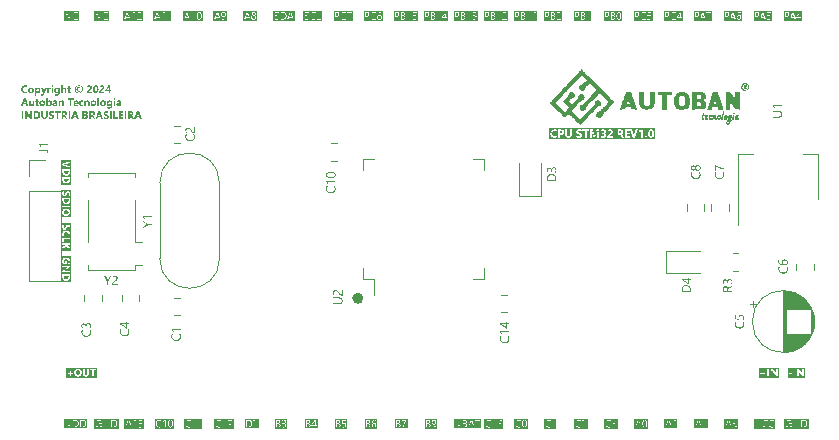
<source format=gbr>
%TF.GenerationSoftware,KiCad,Pcbnew,7.0.9*%
%TF.CreationDate,2024-02-22T17:01:58-03:00*%
%TF.ProjectId,CPU Stm32G431,43505520-5374-46d3-9332-473433312e6b,rev?*%
%TF.SameCoordinates,Original*%
%TF.FileFunction,Legend,Top*%
%TF.FilePolarity,Positive*%
%FSLAX46Y46*%
G04 Gerber Fmt 4.6, Leading zero omitted, Abs format (unit mm)*
G04 Created by KiCad (PCBNEW 7.0.9) date 2024-02-22 17:01:58*
%MOMM*%
%LPD*%
G01*
G04 APERTURE LIST*
%ADD10C,0.500000*%
%ADD11C,0.150000*%
%ADD12C,0.120000*%
G04 APERTURE END LIST*
D10*
X143223607Y-111000000D02*
G75*
G03*
X143223607Y-111000000I-223607J0D01*
G01*
D11*
G36*
X123484168Y-86852482D02*
G01*
X123485398Y-86859413D01*
X123486629Y-86865848D01*
X123488167Y-86873193D01*
X123489705Y-86879764D01*
X123491550Y-86886625D01*
X123493703Y-86893219D01*
X123594038Y-87165647D01*
X123372254Y-87165647D01*
X123471795Y-86893219D01*
X123472151Y-86892235D01*
X123474234Y-86885865D01*
X123476229Y-86878691D01*
X123477823Y-86872099D01*
X123479354Y-86864949D01*
X123480824Y-86857240D01*
X123481955Y-86850672D01*
X123483860Y-86850672D01*
X123484168Y-86852482D01*
G37*
G36*
X124803757Y-87502357D02*
G01*
X123106985Y-87502357D01*
X123106985Y-87409500D01*
X123199842Y-87409500D01*
X123283349Y-87409500D01*
X123347170Y-87236771D01*
X123618646Y-87236771D01*
X123686594Y-87409500D01*
X123769624Y-87409500D01*
X123585689Y-86931956D01*
X123878532Y-86931956D01*
X123881216Y-86931285D01*
X123887962Y-86929466D01*
X123894763Y-86927446D01*
X123901618Y-86925224D01*
X123908527Y-86922801D01*
X123915490Y-86920176D01*
X123922508Y-86917350D01*
X123925317Y-86916174D01*
X123932265Y-86913191D01*
X123939103Y-86910147D01*
X123945834Y-86907040D01*
X123952455Y-86903871D01*
X123958968Y-86900640D01*
X123965373Y-86897347D01*
X123966639Y-86896672D01*
X123972854Y-86893293D01*
X123978875Y-86889906D01*
X123984702Y-86886511D01*
X123990335Y-86883109D01*
X123995774Y-86879699D01*
X124002046Y-86875597D01*
X124006010Y-86872895D01*
X124011491Y-86868983D01*
X124017180Y-86864630D01*
X124022109Y-86860505D01*
X124026812Y-86856070D01*
X124026812Y-87409500D01*
X124100000Y-87409500D01*
X124315751Y-87409500D01*
X124710900Y-87409500D01*
X124710900Y-87338376D01*
X124392114Y-87338376D01*
X124392141Y-87335204D01*
X124392441Y-87327475D01*
X124393074Y-87320032D01*
X124394041Y-87312876D01*
X124395341Y-87306007D01*
X124396974Y-87299425D01*
X124398941Y-87293130D01*
X124400340Y-87289439D01*
X124403068Y-87283287D01*
X124406293Y-87277135D01*
X124410014Y-87270983D01*
X124414231Y-87264831D01*
X124418944Y-87258680D01*
X124423072Y-87253758D01*
X124426421Y-87250042D01*
X124431212Y-87245009D01*
X124436376Y-87239886D01*
X124441911Y-87234675D01*
X124447819Y-87229374D01*
X124454098Y-87223983D01*
X124459052Y-87219882D01*
X124464215Y-87215730D01*
X124469588Y-87211528D01*
X124475204Y-87207221D01*
X124481100Y-87202751D01*
X124487275Y-87198119D01*
X124493729Y-87193326D01*
X124500462Y-87188371D01*
X124507474Y-87183253D01*
X124514765Y-87177974D01*
X124522335Y-87172534D01*
X124527537Y-87168816D01*
X124532863Y-87165027D01*
X124538313Y-87161166D01*
X124543886Y-87157233D01*
X124548374Y-87154041D01*
X124554965Y-87149265D01*
X124561390Y-87144503D01*
X124567646Y-87139755D01*
X124573735Y-87135020D01*
X124579657Y-87130300D01*
X124585412Y-87125593D01*
X124590998Y-87120901D01*
X124596418Y-87116222D01*
X124601670Y-87111558D01*
X124606755Y-87106907D01*
X124608422Y-87105357D01*
X124613318Y-87100683D01*
X124618052Y-87095973D01*
X124622624Y-87091227D01*
X124627034Y-87086444D01*
X124631283Y-87081625D01*
X124636695Y-87075143D01*
X124641820Y-87068597D01*
X124646657Y-87061986D01*
X124651207Y-87055311D01*
X124655473Y-87048509D01*
X124659462Y-87041598D01*
X124663173Y-87034578D01*
X124666606Y-87027449D01*
X124669762Y-87020210D01*
X124672639Y-87012863D01*
X124675239Y-87005406D01*
X124677561Y-86997840D01*
X124678618Y-86994002D01*
X124680528Y-86986159D01*
X124682165Y-86978092D01*
X124683529Y-86969802D01*
X124684374Y-86963438D01*
X124685064Y-86956948D01*
X124685602Y-86950333D01*
X124685985Y-86943592D01*
X124686215Y-86936725D01*
X124686292Y-86929733D01*
X124686237Y-86924630D01*
X124685947Y-86917112D01*
X124685409Y-86909760D01*
X124684623Y-86902571D01*
X124683588Y-86895548D01*
X124682305Y-86888689D01*
X124680773Y-86881994D01*
X124678993Y-86875465D01*
X124676965Y-86869100D01*
X124674688Y-86862899D01*
X124672163Y-86856863D01*
X124671279Y-86854889D01*
X124668504Y-86849084D01*
X124664513Y-86841623D01*
X124660189Y-86834479D01*
X124655533Y-86827652D01*
X124650544Y-86821143D01*
X124645224Y-86814951D01*
X124639570Y-86809077D01*
X124633585Y-86803521D01*
X124627294Y-86798247D01*
X124620725Y-86793301D01*
X124613879Y-86788682D01*
X124606755Y-86784390D01*
X124599352Y-86780426D01*
X124593619Y-86777668D01*
X124587728Y-86775094D01*
X124581682Y-86772705D01*
X124575479Y-86770499D01*
X124571288Y-86769134D01*
X124564913Y-86767252D01*
X124558433Y-86765568D01*
X124551846Y-86764082D01*
X124545153Y-86762794D01*
X124538354Y-86761704D01*
X124531449Y-86760812D01*
X124524438Y-86760119D01*
X124517321Y-86759624D01*
X124510097Y-86759326D01*
X124502768Y-86759227D01*
X124495967Y-86759291D01*
X124489296Y-86759480D01*
X124482755Y-86759797D01*
X124476345Y-86760239D01*
X124466973Y-86761141D01*
X124457895Y-86762327D01*
X124449109Y-86763798D01*
X124440617Y-86765553D01*
X124432418Y-86767593D01*
X124424511Y-86769917D01*
X124416898Y-86772527D01*
X124409577Y-86775421D01*
X124404843Y-86777481D01*
X124397849Y-86780780D01*
X124390983Y-86784331D01*
X124384245Y-86788133D01*
X124377636Y-86792186D01*
X124371155Y-86796490D01*
X124364803Y-86801045D01*
X124358579Y-86805852D01*
X124352483Y-86810909D01*
X124346515Y-86816218D01*
X124340676Y-86821778D01*
X124340676Y-86901474D01*
X124342631Y-86899225D01*
X124347605Y-86893716D01*
X124352702Y-86888369D01*
X124357924Y-86883186D01*
X124363270Y-86878165D01*
X124368739Y-86873307D01*
X124374333Y-86868612D01*
X124376600Y-86866763D01*
X124382312Y-86862288D01*
X124388085Y-86858022D01*
X124393921Y-86853965D01*
X124399819Y-86850118D01*
X124405778Y-86846480D01*
X124411800Y-86843051D01*
X124414245Y-86841721D01*
X124420389Y-86838556D01*
X124426579Y-86835625D01*
X124432816Y-86832925D01*
X124439100Y-86830459D01*
X124445430Y-86828225D01*
X124451807Y-86826223D01*
X124454390Y-86825493D01*
X124460874Y-86823872D01*
X124467397Y-86822547D01*
X124473959Y-86821516D01*
X124480560Y-86820779D01*
X124487200Y-86820338D01*
X124493878Y-86820190D01*
X124496980Y-86820218D01*
X124504615Y-86820532D01*
X124512080Y-86821195D01*
X124519375Y-86822207D01*
X124526499Y-86823567D01*
X124533452Y-86825276D01*
X124540235Y-86827334D01*
X124542892Y-86828237D01*
X124549346Y-86830748D01*
X124555528Y-86833623D01*
X124561439Y-86836862D01*
X124567078Y-86840466D01*
X124572446Y-86844434D01*
X124577543Y-86848767D01*
X124579501Y-86850601D01*
X124584162Y-86855437D01*
X124588490Y-86860629D01*
X124592484Y-86866178D01*
X124596146Y-86872083D01*
X124599474Y-86878345D01*
X124602468Y-86884964D01*
X124603583Y-86887711D01*
X124606056Y-86894836D01*
X124608079Y-86902325D01*
X124609374Y-86908579D01*
X124610381Y-86915066D01*
X124611101Y-86921785D01*
X124611532Y-86928739D01*
X124611676Y-86935925D01*
X124611582Y-86942469D01*
X124611299Y-86948923D01*
X124610828Y-86955288D01*
X124609973Y-86963119D01*
X124608825Y-86970811D01*
X124607381Y-86978362D01*
X124605643Y-86985775D01*
X124605258Y-86987243D01*
X124603091Y-86994564D01*
X124600520Y-87001853D01*
X124597547Y-87009112D01*
X124594877Y-87014897D01*
X124591950Y-87020662D01*
X124588765Y-87026407D01*
X124585322Y-87032132D01*
X124581606Y-87037847D01*
X124577603Y-87043563D01*
X124573311Y-87049278D01*
X124568732Y-87054993D01*
X124563865Y-87060709D01*
X124558710Y-87066424D01*
X124553268Y-87072139D01*
X124547538Y-87077854D01*
X124546068Y-87079285D01*
X124539966Y-87085049D01*
X124535155Y-87089414D01*
X124530143Y-87093815D01*
X124524930Y-87098253D01*
X124519516Y-87102727D01*
X124513901Y-87107237D01*
X124508085Y-87111783D01*
X124502069Y-87116366D01*
X124495851Y-87120985D01*
X124489433Y-87125640D01*
X124486431Y-87127846D01*
X124480514Y-87132216D01*
X124474715Y-87136529D01*
X124469032Y-87140787D01*
X124463465Y-87144990D01*
X124458016Y-87149136D01*
X124452682Y-87153226D01*
X124447466Y-87157261D01*
X124442365Y-87161240D01*
X124434934Y-87167104D01*
X124427765Y-87172842D01*
X124420858Y-87178454D01*
X124414213Y-87183941D01*
X124407831Y-87189302D01*
X124403732Y-87192815D01*
X124397768Y-87198088D01*
X124392025Y-87203362D01*
X124386501Y-87208640D01*
X124381199Y-87213920D01*
X124376116Y-87219204D01*
X124371255Y-87224490D01*
X124366613Y-87229778D01*
X124362192Y-87235070D01*
X124357992Y-87240364D01*
X124354012Y-87245661D01*
X124351497Y-87249206D01*
X124347895Y-87254566D01*
X124344497Y-87259979D01*
X124340282Y-87267280D01*
X124336430Y-87274674D01*
X124332939Y-87282163D01*
X124329811Y-87289746D01*
X124327046Y-87297424D01*
X124324642Y-87305196D01*
X124324095Y-87307160D01*
X124322081Y-87315213D01*
X124320752Y-87321458D01*
X124319580Y-87327879D01*
X124318564Y-87334476D01*
X124317705Y-87341248D01*
X124317002Y-87348197D01*
X124316455Y-87355321D01*
X124316064Y-87362621D01*
X124315830Y-87370096D01*
X124315751Y-87377748D01*
X124315751Y-87409500D01*
X124100000Y-87409500D01*
X124100000Y-86759227D01*
X124072376Y-86759227D01*
X124066916Y-86763658D01*
X124061154Y-86768120D01*
X124055090Y-86772613D01*
X124048723Y-86777137D01*
X124043412Y-86780779D01*
X124037908Y-86784440D01*
X124032210Y-86788121D01*
X124026368Y-86791793D01*
X124020432Y-86795424D01*
X124014402Y-86799016D01*
X124008277Y-86802568D01*
X124002058Y-86806081D01*
X123995745Y-86809554D01*
X123989338Y-86812987D01*
X123982836Y-86816380D01*
X123976275Y-86819677D01*
X123969689Y-86822899D01*
X123963078Y-86826047D01*
X123956443Y-86829120D01*
X123949782Y-86832120D01*
X123943097Y-86835044D01*
X123936387Y-86837894D01*
X123929652Y-86840670D01*
X123924617Y-86842684D01*
X123917981Y-86845242D01*
X123911435Y-86847657D01*
X123904978Y-86849928D01*
X123898611Y-86852055D01*
X123892332Y-86854038D01*
X123886143Y-86855878D01*
X123878532Y-86857975D01*
X123878532Y-86931956D01*
X123585689Y-86931956D01*
X123523073Y-86769388D01*
X123445441Y-86769388D01*
X123293404Y-87165647D01*
X123199842Y-87409500D01*
X123106985Y-87409500D01*
X123106985Y-86666370D01*
X124803757Y-86666370D01*
X124803757Y-87502357D01*
G37*
G36*
X119403383Y-87512517D02*
G01*
X118101125Y-87512517D01*
X118101125Y-86769388D01*
X118193982Y-86769388D01*
X118193982Y-87409500D01*
X118268916Y-87409500D01*
X118268916Y-86947038D01*
X118268913Y-86942867D01*
X118268885Y-86934800D01*
X118268831Y-86927100D01*
X118268749Y-86919767D01*
X118268640Y-86912802D01*
X118268503Y-86906204D01*
X118268248Y-86896994D01*
X118267930Y-86888611D01*
X118267552Y-86881054D01*
X118267112Y-86874323D01*
X118266430Y-86866633D01*
X118265423Y-86859086D01*
X118268122Y-86859086D01*
X118269151Y-86861699D01*
X118271870Y-86868171D01*
X118274798Y-86874557D01*
X118277935Y-86880859D01*
X118281281Y-86887075D01*
X118284837Y-86893206D01*
X118288602Y-86899252D01*
X118618183Y-87409500D01*
X118710104Y-87409500D01*
X118710104Y-87101509D01*
X118832665Y-87101509D01*
X118832745Y-87110366D01*
X118832986Y-87119116D01*
X118833387Y-87127759D01*
X118833948Y-87136295D01*
X118834669Y-87144723D01*
X118835551Y-87153045D01*
X118836593Y-87161260D01*
X118837795Y-87169368D01*
X118839158Y-87177369D01*
X118840681Y-87185263D01*
X118842364Y-87193050D01*
X118844207Y-87200730D01*
X118846211Y-87208304D01*
X118848375Y-87215770D01*
X118850700Y-87223129D01*
X118853185Y-87230381D01*
X118855830Y-87237526D01*
X118858635Y-87244564D01*
X118861601Y-87251496D01*
X118864727Y-87258320D01*
X118868013Y-87265037D01*
X118871460Y-87271647D01*
X118875067Y-87278151D01*
X118878834Y-87284547D01*
X118882762Y-87290837D01*
X118886849Y-87297019D01*
X118891098Y-87303094D01*
X118895506Y-87309063D01*
X118900075Y-87314924D01*
X118904804Y-87320679D01*
X118909693Y-87326326D01*
X118914743Y-87331867D01*
X118919936Y-87337268D01*
X118925235Y-87342498D01*
X118930641Y-87347556D01*
X118936153Y-87352443D01*
X118941771Y-87357159D01*
X118947496Y-87361703D01*
X118953327Y-87366075D01*
X118959265Y-87370276D01*
X118965309Y-87374306D01*
X118971459Y-87378164D01*
X118977715Y-87381851D01*
X118984078Y-87385366D01*
X118990547Y-87388710D01*
X118997123Y-87391882D01*
X119003805Y-87394882D01*
X119010593Y-87397712D01*
X119017488Y-87400370D01*
X119024489Y-87402856D01*
X119031596Y-87405171D01*
X119038810Y-87407314D01*
X119046130Y-87409286D01*
X119053556Y-87411086D01*
X119061089Y-87412715D01*
X119068728Y-87414173D01*
X119076474Y-87415459D01*
X119084326Y-87416574D01*
X119092284Y-87417517D01*
X119100348Y-87418288D01*
X119108519Y-87418888D01*
X119116797Y-87419317D01*
X119125180Y-87419574D01*
X119133670Y-87419660D01*
X119140254Y-87419622D01*
X119146770Y-87419507D01*
X119153218Y-87419317D01*
X119159597Y-87419050D01*
X119172152Y-87418287D01*
X119184433Y-87417219D01*
X119196441Y-87415846D01*
X119208177Y-87414168D01*
X119219640Y-87412185D01*
X119230830Y-87409896D01*
X119241747Y-87407303D01*
X119252391Y-87404404D01*
X119262763Y-87401201D01*
X119272861Y-87397692D01*
X119282687Y-87393878D01*
X119292239Y-87389759D01*
X119301519Y-87385335D01*
X119310526Y-87380606D01*
X119310526Y-87307894D01*
X119301614Y-87312816D01*
X119292497Y-87317420D01*
X119283178Y-87321706D01*
X119273655Y-87325675D01*
X119263928Y-87329327D01*
X119253999Y-87332661D01*
X119243865Y-87335677D01*
X119233529Y-87338376D01*
X119222989Y-87340757D01*
X119212245Y-87342821D01*
X119201298Y-87344568D01*
X119190148Y-87345996D01*
X119178795Y-87347108D01*
X119167237Y-87347901D01*
X119155477Y-87348378D01*
X119143513Y-87348536D01*
X119137043Y-87348470D01*
X119130651Y-87348270D01*
X119118102Y-87347470D01*
X119105865Y-87346137D01*
X119093941Y-87344270D01*
X119082329Y-87341870D01*
X119071030Y-87338937D01*
X119060044Y-87335470D01*
X119049370Y-87331470D01*
X119039008Y-87326937D01*
X119028959Y-87321870D01*
X119019223Y-87316270D01*
X119009799Y-87310137D01*
X119000688Y-87303470D01*
X118991889Y-87296270D01*
X118983403Y-87288537D01*
X118975230Y-87280271D01*
X118971294Y-87275948D01*
X118963796Y-87267031D01*
X118956798Y-87257748D01*
X118950300Y-87248101D01*
X118944302Y-87238090D01*
X118938804Y-87227713D01*
X118933806Y-87216972D01*
X118929307Y-87205867D01*
X118925308Y-87194397D01*
X118921809Y-87182562D01*
X118918810Y-87170362D01*
X118917498Y-87164126D01*
X118916311Y-87157798D01*
X118915249Y-87151379D01*
X118914312Y-87144869D01*
X118913500Y-87138268D01*
X118912812Y-87131576D01*
X118912250Y-87124792D01*
X118911813Y-87117917D01*
X118911500Y-87110952D01*
X118911313Y-87103895D01*
X118911250Y-87096747D01*
X118911317Y-87089213D01*
X118911518Y-87081776D01*
X118911853Y-87074433D01*
X118912322Y-87067185D01*
X118912925Y-87060033D01*
X118913662Y-87052976D01*
X118914532Y-87046014D01*
X118915537Y-87039147D01*
X118916675Y-87032376D01*
X118917948Y-87025699D01*
X118919354Y-87019118D01*
X118920895Y-87012632D01*
X118922569Y-87006241D01*
X118924378Y-86999946D01*
X118926320Y-86993745D01*
X118928396Y-86987640D01*
X118930606Y-86981630D01*
X118932951Y-86975715D01*
X118938041Y-86964171D01*
X118943667Y-86953008D01*
X118949829Y-86942226D01*
X118956526Y-86931824D01*
X118963760Y-86921803D01*
X118971529Y-86912163D01*
X118979834Y-86902903D01*
X118988570Y-86894118D01*
X118997632Y-86885899D01*
X119007020Y-86878247D01*
X119016735Y-86871162D01*
X119026776Y-86864643D01*
X119037143Y-86858692D01*
X119047836Y-86853307D01*
X119058855Y-86848489D01*
X119070201Y-86844238D01*
X119081873Y-86840554D01*
X119093871Y-86837436D01*
X119106195Y-86834885D01*
X119112480Y-86833823D01*
X119118845Y-86832902D01*
X119125293Y-86832122D01*
X119131822Y-86831484D01*
X119138433Y-86830989D01*
X119145125Y-86830634D01*
X119151899Y-86830422D01*
X119158754Y-86830351D01*
X119169077Y-86830510D01*
X119179288Y-86830986D01*
X119189388Y-86831780D01*
X119199376Y-86832891D01*
X119209253Y-86834320D01*
X119219017Y-86836066D01*
X119228671Y-86838130D01*
X119238212Y-86840511D01*
X119247642Y-86843210D01*
X119256960Y-86846227D01*
X119266167Y-86849561D01*
X119275262Y-86853212D01*
X119284246Y-86857181D01*
X119293118Y-86861467D01*
X119301878Y-86866071D01*
X119310526Y-86870993D01*
X119310526Y-86790979D01*
X119302923Y-86787134D01*
X119295075Y-86783537D01*
X119286982Y-86780188D01*
X119278646Y-86777088D01*
X119270065Y-86774235D01*
X119261239Y-86771630D01*
X119252170Y-86769274D01*
X119242856Y-86767165D01*
X119233297Y-86765305D01*
X119223495Y-86763692D01*
X119213448Y-86762328D01*
X119203156Y-86761212D01*
X119192621Y-86760344D01*
X119181841Y-86759723D01*
X119170816Y-86759351D01*
X119159548Y-86759227D01*
X119150725Y-86759320D01*
X119141999Y-86759596D01*
X119133370Y-86760058D01*
X119124837Y-86760703D01*
X119116400Y-86761534D01*
X119108060Y-86762548D01*
X119099816Y-86763747D01*
X119091669Y-86765131D01*
X119083618Y-86766699D01*
X119075663Y-86768452D01*
X119067805Y-86770389D01*
X119060044Y-86772511D01*
X119052379Y-86774817D01*
X119044810Y-86777308D01*
X119037337Y-86779983D01*
X119029962Y-86782843D01*
X119022682Y-86785887D01*
X119015499Y-86789115D01*
X119008413Y-86792529D01*
X119001422Y-86796126D01*
X118994529Y-86799908D01*
X118987731Y-86803875D01*
X118981030Y-86808026D01*
X118974426Y-86812362D01*
X118967918Y-86816882D01*
X118961507Y-86821586D01*
X118955191Y-86826475D01*
X118948973Y-86831549D01*
X118942850Y-86836807D01*
X118936825Y-86842250D01*
X118930895Y-86847877D01*
X118925062Y-86853688D01*
X118919378Y-86859650D01*
X118913874Y-86865726D01*
X118908550Y-86871917D01*
X118903407Y-86878224D01*
X118898444Y-86884645D01*
X118893662Y-86891182D01*
X118889060Y-86897833D01*
X118884639Y-86904600D01*
X118880398Y-86911482D01*
X118876337Y-86918478D01*
X118872457Y-86925590D01*
X118868758Y-86932817D01*
X118865239Y-86940158D01*
X118861900Y-86947615D01*
X118858742Y-86955187D01*
X118855765Y-86962874D01*
X118852967Y-86970676D01*
X118850351Y-86978593D01*
X118847914Y-86986625D01*
X118845659Y-86994772D01*
X118843583Y-87003034D01*
X118841688Y-87011411D01*
X118839974Y-87019903D01*
X118838440Y-87028510D01*
X118837087Y-87037233D01*
X118835914Y-87046070D01*
X118834921Y-87055022D01*
X118834109Y-87064090D01*
X118833477Y-87073272D01*
X118833026Y-87082569D01*
X118832755Y-87091982D01*
X118832665Y-87101509D01*
X118710104Y-87101509D01*
X118710104Y-86769388D01*
X118635170Y-86769388D01*
X118635170Y-87220260D01*
X118635175Y-87224380D01*
X118635210Y-87232391D01*
X118635279Y-87240098D01*
X118635383Y-87247501D01*
X118635522Y-87254601D01*
X118635696Y-87261396D01*
X118635904Y-87267888D01*
X118636282Y-87277056D01*
X118636738Y-87285540D01*
X118637272Y-87293340D01*
X118637884Y-87300457D01*
X118638574Y-87306890D01*
X118639616Y-87314404D01*
X118637869Y-87314404D01*
X118635170Y-87309365D01*
X118631477Y-87302943D01*
X118627640Y-87296534D01*
X118624075Y-87290715D01*
X118620067Y-87284280D01*
X118615618Y-87277230D01*
X118611992Y-87271539D01*
X118291301Y-86769388D01*
X118193982Y-86769388D01*
X118101125Y-86769388D01*
X118101125Y-86666370D01*
X119403383Y-86666370D01*
X119403383Y-87512517D01*
G37*
G36*
X152044803Y-121639952D02*
G01*
X152054005Y-121640275D01*
X152062905Y-121640812D01*
X152071504Y-121641564D01*
X152079801Y-121642531D01*
X152087796Y-121643713D01*
X152095489Y-121645110D01*
X152102881Y-121646721D01*
X152109971Y-121648548D01*
X152116759Y-121650589D01*
X152123246Y-121652845D01*
X152129431Y-121655316D01*
X152135314Y-121658002D01*
X152146175Y-121664019D01*
X152155829Y-121670895D01*
X152164277Y-121678631D01*
X152171518Y-121687226D01*
X152177552Y-121696681D01*
X152182379Y-121706995D01*
X152186000Y-121718169D01*
X152188413Y-121730202D01*
X152189168Y-121736541D01*
X152189620Y-121743095D01*
X152189771Y-121749864D01*
X152189629Y-121756384D01*
X152188883Y-121765834D01*
X152187499Y-121774888D01*
X152185475Y-121783546D01*
X152182812Y-121791807D01*
X152179510Y-121799672D01*
X152175570Y-121807141D01*
X152170990Y-121814213D01*
X152165771Y-121820890D01*
X152159913Y-121827170D01*
X152153415Y-121833053D01*
X152146336Y-121838472D01*
X152138733Y-121843358D01*
X152130605Y-121847711D01*
X152121952Y-121851531D01*
X152115892Y-121853782D01*
X152109598Y-121855795D01*
X152103072Y-121857572D01*
X152096312Y-121859112D01*
X152089319Y-121860415D01*
X152082093Y-121861481D01*
X152074634Y-121862310D01*
X152066942Y-121862902D01*
X152059017Y-121863258D01*
X152050858Y-121863376D01*
X151949094Y-121863376D01*
X151949094Y-121639845D01*
X152035300Y-121639845D01*
X152044803Y-121639952D01*
G37*
G36*
X152042859Y-121365601D02*
G01*
X152050179Y-121365870D01*
X152057259Y-121366318D01*
X152064099Y-121366945D01*
X152070699Y-121367752D01*
X152077059Y-121368737D01*
X152089059Y-121371246D01*
X152100099Y-121374472D01*
X152110179Y-121378415D01*
X152119299Y-121383075D01*
X152127459Y-121388452D01*
X152134658Y-121394545D01*
X152140898Y-121401356D01*
X152146178Y-121408883D01*
X152150498Y-121417128D01*
X152153858Y-121426089D01*
X152156258Y-121435767D01*
X152157698Y-121446162D01*
X152158178Y-121457273D01*
X152158040Y-121463809D01*
X152157314Y-121473262D01*
X152155965Y-121482298D01*
X152153995Y-121490914D01*
X152151402Y-121499112D01*
X152148186Y-121506892D01*
X152144349Y-121514253D01*
X152139889Y-121521195D01*
X152134807Y-121527718D01*
X152129102Y-121533824D01*
X152122775Y-121539510D01*
X152120547Y-121541307D01*
X152113552Y-121546356D01*
X152106095Y-121550892D01*
X152098174Y-121554914D01*
X152089790Y-121558423D01*
X152080942Y-121561419D01*
X152074787Y-121563130D01*
X152068425Y-121564614D01*
X152061858Y-121565869D01*
X152055085Y-121566896D01*
X152048106Y-121567694D01*
X152040921Y-121568265D01*
X152033530Y-121568607D01*
X152025933Y-121568721D01*
X151949094Y-121568721D01*
X151949094Y-121365511D01*
X152035300Y-121365511D01*
X152042859Y-121365601D01*
G37*
G36*
X152605707Y-121377482D02*
G01*
X152606937Y-121384413D01*
X152608167Y-121390848D01*
X152609705Y-121398193D01*
X152611243Y-121404764D01*
X152613089Y-121411625D01*
X152615242Y-121418219D01*
X152715577Y-121690647D01*
X152493792Y-121690647D01*
X152593333Y-121418219D01*
X152593689Y-121417235D01*
X152595773Y-121410865D01*
X152597767Y-121403691D01*
X152599361Y-121397099D01*
X152600893Y-121389949D01*
X152602363Y-121382240D01*
X152603494Y-121375672D01*
X152605399Y-121375672D01*
X152605707Y-121377482D01*
G37*
G36*
X153420763Y-122027357D02*
G01*
X151140239Y-122027357D01*
X151140239Y-121294388D01*
X151233096Y-121294388D01*
X151465200Y-121934500D01*
X151547913Y-121934500D01*
X151784938Y-121294388D01*
X151874160Y-121294388D01*
X151874160Y-121365511D01*
X151874160Y-121639845D01*
X151874160Y-121934500D01*
X152060701Y-121934500D01*
X152321381Y-121934500D01*
X152404888Y-121934500D01*
X152468709Y-121761771D01*
X152740184Y-121761771D01*
X152808133Y-121934500D01*
X152891163Y-121934500D01*
X152644612Y-121294388D01*
X152883543Y-121294388D01*
X152883543Y-121365511D01*
X153068019Y-121365511D01*
X153068019Y-121934500D01*
X153142953Y-121934500D01*
X153142953Y-121365511D01*
X153327906Y-121365511D01*
X153327906Y-121294388D01*
X152883543Y-121294388D01*
X152644612Y-121294388D01*
X152566980Y-121294388D01*
X152414943Y-121690647D01*
X152321381Y-121934500D01*
X152060701Y-121934500D01*
X152071812Y-121934302D01*
X152082681Y-121933708D01*
X152093309Y-121932719D01*
X152103694Y-121931334D01*
X152113838Y-121929554D01*
X152123740Y-121927378D01*
X152133400Y-121924806D01*
X152142818Y-121921839D01*
X152151995Y-121918475D01*
X152160929Y-121914717D01*
X152169622Y-121910562D01*
X152178072Y-121906012D01*
X152186281Y-121901067D01*
X152194248Y-121895725D01*
X152201974Y-121889988D01*
X152209457Y-121883856D01*
X152216589Y-121877384D01*
X152223261Y-121870669D01*
X152229473Y-121863711D01*
X152235225Y-121856510D01*
X152240517Y-121849065D01*
X152245349Y-121841378D01*
X152249720Y-121833448D01*
X152253631Y-121825274D01*
X152257082Y-121816857D01*
X152260073Y-121808198D01*
X152262604Y-121799295D01*
X152264675Y-121790149D01*
X152266285Y-121780760D01*
X152267436Y-121771128D01*
X152268126Y-121761253D01*
X152268356Y-121751134D01*
X152268204Y-121742995D01*
X152267748Y-121735050D01*
X152266989Y-121727298D01*
X152265925Y-121719740D01*
X152264558Y-121712375D01*
X152262886Y-121705204D01*
X152260911Y-121698226D01*
X152258632Y-121691441D01*
X152256049Y-121684850D01*
X152253162Y-121678453D01*
X152249972Y-121672249D01*
X152246477Y-121666238D01*
X152242679Y-121660421D01*
X152238577Y-121654798D01*
X152234170Y-121649368D01*
X152229460Y-121644131D01*
X152224517Y-121639122D01*
X152219369Y-121634375D01*
X152214019Y-121629890D01*
X152208465Y-121625666D01*
X152202707Y-121621704D01*
X152196746Y-121618003D01*
X152190582Y-121614565D01*
X152184214Y-121611388D01*
X152177643Y-121608472D01*
X152170869Y-121605819D01*
X152163891Y-121603427D01*
X152156710Y-121601297D01*
X152149325Y-121599428D01*
X152141737Y-121597821D01*
X152133945Y-121596476D01*
X152125950Y-121595393D01*
X152125950Y-121593646D01*
X152129163Y-121592562D01*
X152135459Y-121590256D01*
X152141581Y-121587768D01*
X152147530Y-121585098D01*
X152153304Y-121582245D01*
X152158906Y-121579210D01*
X152166982Y-121574316D01*
X152174667Y-121569011D01*
X152181962Y-121563296D01*
X152188866Y-121557171D01*
X152195380Y-121550636D01*
X152201502Y-121543691D01*
X152207234Y-121536335D01*
X152209051Y-121533801D01*
X152214155Y-121526030D01*
X152218740Y-121518009D01*
X152222806Y-121509737D01*
X152226353Y-121501213D01*
X152229381Y-121492438D01*
X152231890Y-121483412D01*
X152233880Y-121474135D01*
X152234918Y-121467811D01*
X152235725Y-121461375D01*
X152236302Y-121454828D01*
X152236648Y-121448168D01*
X152236763Y-121441398D01*
X152236573Y-121433318D01*
X152236002Y-121425430D01*
X152235050Y-121417735D01*
X152233717Y-121410231D01*
X152232004Y-121402921D01*
X152229909Y-121395802D01*
X152227434Y-121388875D01*
X152224579Y-121382141D01*
X152221342Y-121375599D01*
X152217725Y-121369250D01*
X152213727Y-121363092D01*
X152209348Y-121357127D01*
X152204588Y-121351354D01*
X152199448Y-121345773D01*
X152193927Y-121340385D01*
X152188025Y-121335189D01*
X152181818Y-121330248D01*
X152175341Y-121325626D01*
X152168596Y-121321323D01*
X152161582Y-121317338D01*
X152154298Y-121313673D01*
X152146745Y-121310326D01*
X152138923Y-121307297D01*
X152130832Y-121304588D01*
X152122472Y-121302197D01*
X152113843Y-121300125D01*
X152104944Y-121298372D01*
X152095776Y-121296938D01*
X152086340Y-121295822D01*
X152076634Y-121295025D01*
X152066659Y-121294547D01*
X152056414Y-121294388D01*
X151874160Y-121294388D01*
X151784938Y-121294388D01*
X151704131Y-121294388D01*
X151523306Y-121800984D01*
X151520644Y-121808622D01*
X151518215Y-121816136D01*
X151516020Y-121823525D01*
X151514058Y-121830791D01*
X151512329Y-121837933D01*
X151510833Y-121844950D01*
X151509570Y-121851844D01*
X151508541Y-121858613D01*
X151506795Y-121858613D01*
X151505619Y-121850713D01*
X151504314Y-121843045D01*
X151502880Y-121835611D01*
X151501318Y-121828410D01*
X151499626Y-121821442D01*
X151497805Y-121814707D01*
X151495855Y-121808205D01*
X151493777Y-121801937D01*
X151316603Y-121294388D01*
X151233096Y-121294388D01*
X151140239Y-121294388D01*
X151140239Y-121201531D01*
X153420763Y-121201531D01*
X153420763Y-122027357D01*
G37*
G36*
X144378553Y-121599291D02*
G01*
X144385687Y-121599682D01*
X144392623Y-121600385D01*
X144399360Y-121601401D01*
X144405899Y-121602729D01*
X144412239Y-121604370D01*
X144418381Y-121606323D01*
X144425779Y-121609205D01*
X144428648Y-121610470D01*
X144435571Y-121613936D01*
X144442136Y-121617837D01*
X144448346Y-121622172D01*
X144454198Y-121626941D01*
X144459694Y-121632144D01*
X144464834Y-121637781D01*
X144465819Y-121638950D01*
X144470525Y-121645026D01*
X144474867Y-121651489D01*
X144478844Y-121658340D01*
X144481764Y-121664100D01*
X144484450Y-121670108D01*
X144486904Y-121676364D01*
X144489124Y-121682868D01*
X144491133Y-121689601D01*
X144492874Y-121696541D01*
X144494348Y-121703690D01*
X144495553Y-121711048D01*
X144496491Y-121718614D01*
X144497161Y-121726388D01*
X144497563Y-121734370D01*
X144497697Y-121742561D01*
X144497555Y-121750333D01*
X144497131Y-121757931D01*
X144496424Y-121765355D01*
X144495434Y-121772606D01*
X144494162Y-121779683D01*
X144492606Y-121786587D01*
X144490768Y-121793317D01*
X144488647Y-121799873D01*
X144488085Y-121801483D01*
X144485695Y-121807781D01*
X144483081Y-121813851D01*
X144480245Y-121819693D01*
X144477185Y-121825307D01*
X144473046Y-121832003D01*
X144468559Y-121838342D01*
X144463722Y-121844325D01*
X144461691Y-121846615D01*
X144456381Y-121852064D01*
X144450737Y-121857117D01*
X144444759Y-121861776D01*
X144438448Y-121866038D01*
X144431804Y-121869906D01*
X144424827Y-121873378D01*
X144421969Y-121874627D01*
X144414651Y-121877399D01*
X144407086Y-121879666D01*
X144400854Y-121881117D01*
X144394464Y-121882246D01*
X144387916Y-121883052D01*
X144381208Y-121883536D01*
X144374342Y-121883697D01*
X144367277Y-121883508D01*
X144360371Y-121882943D01*
X144353624Y-121882000D01*
X144347035Y-121880681D01*
X144340606Y-121878984D01*
X144334335Y-121876910D01*
X144328223Y-121874459D01*
X144322269Y-121871631D01*
X144316534Y-121868434D01*
X144310997Y-121864954D01*
X144305659Y-121861191D01*
X144300519Y-121857145D01*
X144295578Y-121852816D01*
X144290835Y-121848205D01*
X144286291Y-121843310D01*
X144281945Y-121838133D01*
X144277817Y-121832703D01*
X144273927Y-121827050D01*
X144270276Y-121821174D01*
X144266863Y-121815074D01*
X144263688Y-121808751D01*
X144260751Y-121802205D01*
X144258052Y-121795435D01*
X144255591Y-121788442D01*
X144253396Y-121781231D01*
X144251493Y-121773886D01*
X144249883Y-121766407D01*
X144248566Y-121758794D01*
X144247541Y-121751047D01*
X144246810Y-121743167D01*
X144246371Y-121735152D01*
X144246224Y-121727003D01*
X144246308Y-121722146D01*
X144246680Y-121715749D01*
X144247564Y-121707878D01*
X144248913Y-121700146D01*
X144250726Y-121692554D01*
X144253006Y-121685101D01*
X144255750Y-121677788D01*
X144256989Y-121674894D01*
X144260336Y-121667859D01*
X144264040Y-121661111D01*
X144268100Y-121654650D01*
X144272517Y-121648476D01*
X144277291Y-121642588D01*
X144282421Y-121636987D01*
X144284569Y-121634833D01*
X144290149Y-121629697D01*
X144296032Y-121624917D01*
X144302217Y-121620494D01*
X144308705Y-121616427D01*
X144315495Y-121612717D01*
X144322587Y-121609363D01*
X144326969Y-121607548D01*
X144334434Y-121604918D01*
X144340551Y-121603172D01*
X144346797Y-121601743D01*
X144353172Y-121600632D01*
X144359677Y-121599838D01*
X144366310Y-121599362D01*
X144373072Y-121599203D01*
X144378553Y-121599291D01*
G37*
G36*
X143849625Y-121639952D02*
G01*
X143858827Y-121640275D01*
X143867727Y-121640812D01*
X143876326Y-121641564D01*
X143884623Y-121642531D01*
X143892618Y-121643713D01*
X143900311Y-121645110D01*
X143907703Y-121646721D01*
X143914793Y-121648548D01*
X143921581Y-121650589D01*
X143928068Y-121652845D01*
X143934253Y-121655316D01*
X143940136Y-121658002D01*
X143950997Y-121664019D01*
X143960652Y-121670895D01*
X143969099Y-121678631D01*
X143976340Y-121687226D01*
X143982374Y-121696681D01*
X143987201Y-121706995D01*
X143990822Y-121718169D01*
X143993235Y-121730202D01*
X143993990Y-121736541D01*
X143994442Y-121743095D01*
X143994593Y-121749864D01*
X143994451Y-121756384D01*
X143993705Y-121765834D01*
X143992321Y-121774888D01*
X143990297Y-121783546D01*
X143987634Y-121791807D01*
X143984333Y-121799672D01*
X143980392Y-121807141D01*
X143975812Y-121814213D01*
X143970593Y-121820890D01*
X143964735Y-121827170D01*
X143958237Y-121833053D01*
X143951158Y-121838472D01*
X143943555Y-121843358D01*
X143935427Y-121847711D01*
X143926774Y-121851531D01*
X143920714Y-121853782D01*
X143914420Y-121855795D01*
X143907894Y-121857572D01*
X143901134Y-121859112D01*
X143894141Y-121860415D01*
X143886915Y-121861481D01*
X143879456Y-121862310D01*
X143871764Y-121862902D01*
X143863839Y-121863258D01*
X143855680Y-121863376D01*
X143753916Y-121863376D01*
X143753916Y-121639845D01*
X143840122Y-121639845D01*
X143849625Y-121639952D01*
G37*
G36*
X143847682Y-121365601D02*
G01*
X143855001Y-121365870D01*
X143862081Y-121366318D01*
X143868921Y-121366945D01*
X143875521Y-121367752D01*
X143881881Y-121368737D01*
X143893881Y-121371246D01*
X143904921Y-121374472D01*
X143915001Y-121378415D01*
X143924121Y-121383075D01*
X143932281Y-121388452D01*
X143939480Y-121394545D01*
X143945720Y-121401356D01*
X143951000Y-121408883D01*
X143955320Y-121417128D01*
X143958680Y-121426089D01*
X143961080Y-121435767D01*
X143962520Y-121446162D01*
X143963000Y-121457273D01*
X143962862Y-121463809D01*
X143962136Y-121473262D01*
X143960788Y-121482298D01*
X143958817Y-121490914D01*
X143956224Y-121499112D01*
X143953009Y-121506892D01*
X143949171Y-121514253D01*
X143944711Y-121521195D01*
X143939629Y-121527718D01*
X143933924Y-121533824D01*
X143927597Y-121539510D01*
X143925369Y-121541307D01*
X143918374Y-121546356D01*
X143910917Y-121550892D01*
X143902996Y-121554914D01*
X143894612Y-121558423D01*
X143885765Y-121561419D01*
X143879609Y-121563130D01*
X143873247Y-121564614D01*
X143866680Y-121565869D01*
X143859907Y-121566896D01*
X143852928Y-121567694D01*
X143845743Y-121568265D01*
X143838352Y-121568607D01*
X143830755Y-121568721D01*
X143753916Y-121568721D01*
X143753916Y-121365511D01*
X143840122Y-121365511D01*
X143847682Y-121365601D01*
G37*
G36*
X144665487Y-122037517D02*
G01*
X143586125Y-122037517D01*
X143586125Y-121294388D01*
X143678982Y-121294388D01*
X143678982Y-121365511D01*
X143678982Y-121639845D01*
X143678982Y-121934500D01*
X143865523Y-121934500D01*
X143876634Y-121934302D01*
X143887503Y-121933708D01*
X143898131Y-121932719D01*
X143908516Y-121931334D01*
X143918660Y-121929554D01*
X143928562Y-121927378D01*
X143938222Y-121924806D01*
X143947640Y-121921839D01*
X143956817Y-121918475D01*
X143965751Y-121914717D01*
X143974444Y-121910562D01*
X143982895Y-121906012D01*
X143991103Y-121901067D01*
X143999070Y-121895725D01*
X144006796Y-121889988D01*
X144014279Y-121883856D01*
X144021411Y-121877384D01*
X144028083Y-121870669D01*
X144034295Y-121863711D01*
X144040047Y-121856510D01*
X144045339Y-121849065D01*
X144050171Y-121841378D01*
X144054542Y-121833448D01*
X144058453Y-121825274D01*
X144061904Y-121816857D01*
X144064895Y-121808198D01*
X144067426Y-121799295D01*
X144069497Y-121790149D01*
X144071107Y-121780760D01*
X144072258Y-121771128D01*
X144072948Y-121761253D01*
X144073178Y-121751134D01*
X144073026Y-121742995D01*
X144072570Y-121735050D01*
X144071811Y-121727298D01*
X144070747Y-121719740D01*
X144069380Y-121712375D01*
X144067708Y-121705204D01*
X144065733Y-121698226D01*
X144063454Y-121691441D01*
X144060871Y-121684850D01*
X144057985Y-121678453D01*
X144054794Y-121672249D01*
X144051299Y-121666238D01*
X144047501Y-121660421D01*
X144043399Y-121654798D01*
X144041571Y-121652546D01*
X144165893Y-121652546D01*
X144165947Y-121661005D01*
X144166109Y-121669357D01*
X144166378Y-121677600D01*
X144166756Y-121685736D01*
X144167242Y-121693764D01*
X144167835Y-121701684D01*
X144168536Y-121709496D01*
X144169346Y-121717200D01*
X144170263Y-121724796D01*
X144170565Y-121727003D01*
X144171288Y-121732284D01*
X144172421Y-121739665D01*
X144173662Y-121746937D01*
X144175011Y-121754102D01*
X144176467Y-121761158D01*
X144178032Y-121768107D01*
X144179705Y-121774948D01*
X144181481Y-121781670D01*
X144183356Y-121788264D01*
X144185331Y-121794728D01*
X144187404Y-121801064D01*
X144189577Y-121807270D01*
X144191850Y-121813347D01*
X144194221Y-121819296D01*
X144197964Y-121827977D01*
X144201931Y-121836367D01*
X144206120Y-121844468D01*
X144210533Y-121852278D01*
X144215170Y-121859798D01*
X144220029Y-121867027D01*
X144223408Y-121871662D01*
X144228643Y-121878355D01*
X144234079Y-121884739D01*
X144239716Y-121890813D01*
X144245554Y-121896577D01*
X144251593Y-121902031D01*
X144257833Y-121907176D01*
X144264274Y-121912011D01*
X144270916Y-121916536D01*
X144277759Y-121920751D01*
X144284802Y-121924657D01*
X144289624Y-121927079D01*
X144297003Y-121930419D01*
X144304558Y-121933408D01*
X144312288Y-121936045D01*
X144320195Y-121938331D01*
X144328277Y-121940265D01*
X144336535Y-121941847D01*
X144344969Y-121943078D01*
X144353579Y-121943957D01*
X144362364Y-121944484D01*
X144371325Y-121944660D01*
X144376699Y-121944599D01*
X144384669Y-121944280D01*
X144392529Y-121943688D01*
X144400281Y-121942822D01*
X144407925Y-121941682D01*
X144415459Y-121940269D01*
X144422884Y-121938583D01*
X144430201Y-121936623D01*
X144437409Y-121934389D01*
X144444508Y-121931882D01*
X144451498Y-121929102D01*
X144456101Y-121927088D01*
X144462855Y-121923884D01*
X144469428Y-121920459D01*
X144475819Y-121916814D01*
X144482029Y-121912949D01*
X144488057Y-121908863D01*
X144493904Y-121904556D01*
X144499569Y-121900029D01*
X144505053Y-121895282D01*
X144510356Y-121890314D01*
X144515478Y-121885126D01*
X144518785Y-121881553D01*
X144523575Y-121876039D01*
X144528158Y-121870341D01*
X144532535Y-121864460D01*
X144536705Y-121858394D01*
X144540669Y-121852144D01*
X144544426Y-121845709D01*
X144547977Y-121839091D01*
X144551321Y-121832288D01*
X144554458Y-121825301D01*
X144557390Y-121818130D01*
X144559235Y-121813258D01*
X144561780Y-121805839D01*
X144564057Y-121798285D01*
X144566067Y-121790598D01*
X144567808Y-121782777D01*
X144569282Y-121774821D01*
X144570487Y-121766732D01*
X144571425Y-121758509D01*
X144572095Y-121750152D01*
X144572496Y-121741661D01*
X144572630Y-121733036D01*
X144572579Y-121727610D01*
X144572313Y-121719590D01*
X144571817Y-121711713D01*
X144571092Y-121703977D01*
X144570139Y-121696384D01*
X144568956Y-121688934D01*
X144567545Y-121681626D01*
X144565905Y-121674460D01*
X144564036Y-121667436D01*
X144561939Y-121660555D01*
X144559612Y-121653816D01*
X144557961Y-121649390D01*
X144555322Y-121642897D01*
X144552488Y-121636580D01*
X144549458Y-121630440D01*
X144546233Y-121624475D01*
X144542813Y-121618685D01*
X144539197Y-121613072D01*
X144535386Y-121607634D01*
X144531379Y-121602372D01*
X144527178Y-121597287D01*
X144522780Y-121592376D01*
X144519765Y-121589188D01*
X144515094Y-121584576D01*
X144510248Y-121580172D01*
X144505227Y-121575974D01*
X144500029Y-121571982D01*
X144494656Y-121568197D01*
X144489106Y-121564619D01*
X144483381Y-121561246D01*
X144477480Y-121558081D01*
X144471404Y-121555122D01*
X144465151Y-121552369D01*
X144460912Y-121550658D01*
X144454432Y-121548299D01*
X144447807Y-121546188D01*
X144441037Y-121544325D01*
X144434122Y-121542711D01*
X144427061Y-121541345D01*
X144419856Y-121540227D01*
X144412505Y-121539358D01*
X144405009Y-121538737D01*
X144397368Y-121538364D01*
X144389583Y-121538240D01*
X144377087Y-121538549D01*
X144365040Y-121539475D01*
X144353442Y-121541019D01*
X144342293Y-121543181D01*
X144331593Y-121545961D01*
X144321341Y-121549358D01*
X144311539Y-121553373D01*
X144302186Y-121558005D01*
X144293282Y-121563255D01*
X144284827Y-121569123D01*
X144276821Y-121575609D01*
X144269264Y-121582712D01*
X144262156Y-121590433D01*
X144255497Y-121598771D01*
X144249286Y-121607727D01*
X144243525Y-121617301D01*
X144241779Y-121617301D01*
X144241830Y-121609646D01*
X144241985Y-121602080D01*
X144242242Y-121594604D01*
X144242603Y-121587217D01*
X144243066Y-121579919D01*
X144243632Y-121572710D01*
X144244301Y-121565591D01*
X144245073Y-121558561D01*
X144245948Y-121551620D01*
X144246926Y-121544769D01*
X144248007Y-121538007D01*
X144249191Y-121531334D01*
X144250478Y-121524750D01*
X144251868Y-121518256D01*
X144253360Y-121511851D01*
X144254956Y-121505536D01*
X144256647Y-121499303D01*
X144259349Y-121490169D01*
X144262249Y-121481295D01*
X144265347Y-121472681D01*
X144268643Y-121464326D01*
X144272138Y-121456231D01*
X144275830Y-121448395D01*
X144279721Y-121440819D01*
X144283810Y-121433503D01*
X144288096Y-121426445D01*
X144292581Y-121419648D01*
X144295696Y-121415266D01*
X144300512Y-121408930D01*
X144305500Y-121402879D01*
X144310662Y-121397113D01*
X144315997Y-121391631D01*
X144321505Y-121386434D01*
X144327186Y-121381521D01*
X144333040Y-121376893D01*
X144339067Y-121372550D01*
X144345266Y-121368491D01*
X144351639Y-121364718D01*
X144355979Y-121362353D01*
X144362611Y-121359092D01*
X144369391Y-121356174D01*
X144376318Y-121353600D01*
X144383394Y-121351369D01*
X144390618Y-121349481D01*
X144397989Y-121347936D01*
X144405509Y-121346735D01*
X144413176Y-121345877D01*
X144420991Y-121345362D01*
X144428954Y-121345190D01*
X144435800Y-121345309D01*
X144442603Y-121345667D01*
X144449364Y-121346262D01*
X144456082Y-121347095D01*
X144462759Y-121348167D01*
X144469393Y-121349477D01*
X144475985Y-121351025D01*
X144482535Y-121352811D01*
X144489043Y-121354835D01*
X144495509Y-121357097D01*
X144501932Y-121359598D01*
X144508314Y-121362336D01*
X144514653Y-121365313D01*
X144520950Y-121368528D01*
X144527205Y-121371981D01*
X144533417Y-121375672D01*
X144533417Y-121303278D01*
X144525659Y-121299874D01*
X144517445Y-121296804D01*
X144508777Y-121294069D01*
X144499654Y-121291669D01*
X144493319Y-121290255D01*
X144486782Y-121288990D01*
X144480043Y-121287874D01*
X144473102Y-121286906D01*
X144465958Y-121286088D01*
X144458612Y-121285418D01*
X144451065Y-121284897D01*
X144443315Y-121284525D01*
X144435362Y-121284302D01*
X144427208Y-121284227D01*
X144419810Y-121284330D01*
X144412501Y-121284639D01*
X144405279Y-121285154D01*
X144398146Y-121285874D01*
X144391100Y-121286801D01*
X144384143Y-121287933D01*
X144377273Y-121289272D01*
X144370492Y-121290816D01*
X144363799Y-121292566D01*
X144357193Y-121294522D01*
X144350676Y-121296684D01*
X144344247Y-121299051D01*
X144337906Y-121301625D01*
X144331653Y-121304404D01*
X144325488Y-121307390D01*
X144319412Y-121310581D01*
X144313453Y-121313942D01*
X144307601Y-121317477D01*
X144301858Y-121321186D01*
X144296223Y-121325068D01*
X144290696Y-121329124D01*
X144285276Y-121333353D01*
X144279965Y-121337756D01*
X144274761Y-121342333D01*
X144269665Y-121347083D01*
X144264677Y-121352007D01*
X144259797Y-121357105D01*
X144255025Y-121362376D01*
X144250361Y-121367821D01*
X144245805Y-121373439D01*
X144241357Y-121379232D01*
X144237016Y-121385197D01*
X144232810Y-121391307D01*
X144228726Y-121397571D01*
X144224763Y-121403988D01*
X144220922Y-121410559D01*
X144217203Y-121417284D01*
X144213604Y-121424162D01*
X144210128Y-121431195D01*
X144206773Y-121438381D01*
X144203539Y-121445721D01*
X144200428Y-121453215D01*
X144197437Y-121460863D01*
X144194568Y-121468664D01*
X144191821Y-121476620D01*
X144189195Y-121484729D01*
X144186691Y-121492991D01*
X144184309Y-121501408D01*
X144182079Y-121509943D01*
X144179992Y-121518599D01*
X144178050Y-121527376D01*
X144176252Y-121536275D01*
X144174597Y-121545296D01*
X144173086Y-121554438D01*
X144171720Y-121563702D01*
X144170497Y-121573087D01*
X144169418Y-121582594D01*
X144168482Y-121592223D01*
X144167691Y-121601972D01*
X144167044Y-121611844D01*
X144166540Y-121621837D01*
X144166180Y-121631952D01*
X144165965Y-121642188D01*
X144165893Y-121652546D01*
X144041571Y-121652546D01*
X144038992Y-121649368D01*
X144034282Y-121644131D01*
X144029339Y-121639122D01*
X144024191Y-121634375D01*
X144018841Y-121629890D01*
X144013287Y-121625666D01*
X144007529Y-121621704D01*
X144001568Y-121618003D01*
X143995404Y-121614565D01*
X143989036Y-121611388D01*
X143982465Y-121608472D01*
X143975691Y-121605819D01*
X143968713Y-121603427D01*
X143961532Y-121601297D01*
X143954147Y-121599428D01*
X143946559Y-121597821D01*
X143938767Y-121596476D01*
X143930772Y-121595393D01*
X143930772Y-121593646D01*
X143933985Y-121592562D01*
X143940281Y-121590256D01*
X143946403Y-121587768D01*
X143952352Y-121585098D01*
X143958126Y-121582245D01*
X143963728Y-121579210D01*
X143971804Y-121574316D01*
X143979489Y-121569011D01*
X143986784Y-121563296D01*
X143993688Y-121557171D01*
X144000202Y-121550636D01*
X144006324Y-121543691D01*
X144012056Y-121536335D01*
X144013873Y-121533801D01*
X144018977Y-121526030D01*
X144023562Y-121518009D01*
X144027628Y-121509737D01*
X144031175Y-121501213D01*
X144034203Y-121492438D01*
X144036712Y-121483412D01*
X144038702Y-121474135D01*
X144039740Y-121467811D01*
X144040547Y-121461375D01*
X144041124Y-121454828D01*
X144041470Y-121448168D01*
X144041585Y-121441398D01*
X144041395Y-121433318D01*
X144040824Y-121425430D01*
X144039872Y-121417735D01*
X144038539Y-121410231D01*
X144036826Y-121402921D01*
X144034731Y-121395802D01*
X144032256Y-121388875D01*
X144029401Y-121382141D01*
X144026164Y-121375599D01*
X144022547Y-121369250D01*
X144018549Y-121363092D01*
X144014170Y-121357127D01*
X144009410Y-121351354D01*
X144004270Y-121345773D01*
X143998749Y-121340385D01*
X143992847Y-121335189D01*
X143986640Y-121330248D01*
X143980163Y-121325626D01*
X143973418Y-121321323D01*
X143966404Y-121317338D01*
X143959120Y-121313673D01*
X143951567Y-121310326D01*
X143943745Y-121307297D01*
X143935654Y-121304588D01*
X143927294Y-121302197D01*
X143918665Y-121300125D01*
X143909766Y-121298372D01*
X143900598Y-121296938D01*
X143891162Y-121295822D01*
X143881456Y-121295025D01*
X143871481Y-121294547D01*
X143861236Y-121294388D01*
X143678982Y-121294388D01*
X143586125Y-121294388D01*
X143586125Y-121191370D01*
X144665487Y-121191370D01*
X144665487Y-122037517D01*
G37*
G36*
X155336845Y-122037517D02*
G01*
X153714055Y-122037517D01*
X153714055Y-121626509D01*
X153806912Y-121626509D01*
X153806992Y-121635366D01*
X153807232Y-121644116D01*
X153807633Y-121652759D01*
X153808194Y-121661295D01*
X153808915Y-121669723D01*
X153809797Y-121678045D01*
X153810839Y-121686260D01*
X153812041Y-121694368D01*
X153813404Y-121702369D01*
X153814927Y-121710263D01*
X153816610Y-121718050D01*
X153818454Y-121725730D01*
X153820458Y-121733304D01*
X153822622Y-121740770D01*
X153824946Y-121748129D01*
X153827431Y-121755381D01*
X153830076Y-121762526D01*
X153832882Y-121769564D01*
X153835847Y-121776496D01*
X153838973Y-121783320D01*
X153842260Y-121790037D01*
X153845706Y-121796647D01*
X153849313Y-121803151D01*
X153853080Y-121809547D01*
X153857008Y-121815837D01*
X153861096Y-121822019D01*
X153865344Y-121828094D01*
X153869752Y-121834063D01*
X153874321Y-121839924D01*
X153879050Y-121845679D01*
X153883940Y-121851326D01*
X153888989Y-121856867D01*
X153894182Y-121862268D01*
X153899482Y-121867498D01*
X153904887Y-121872556D01*
X153910399Y-121877443D01*
X153916018Y-121882159D01*
X153921742Y-121886703D01*
X153927574Y-121891075D01*
X153933511Y-121895276D01*
X153939555Y-121899306D01*
X153945705Y-121903164D01*
X153951962Y-121906851D01*
X153958324Y-121910366D01*
X153964794Y-121913710D01*
X153971369Y-121916882D01*
X153978051Y-121919882D01*
X153984839Y-121922712D01*
X153991734Y-121925370D01*
X153998735Y-121927856D01*
X154005842Y-121930171D01*
X154013056Y-121932314D01*
X154020376Y-121934286D01*
X154027803Y-121936086D01*
X154035335Y-121937715D01*
X154042975Y-121939173D01*
X154050720Y-121940459D01*
X154058572Y-121941574D01*
X154066530Y-121942517D01*
X154074595Y-121943288D01*
X154082766Y-121943888D01*
X154091043Y-121944317D01*
X154099426Y-121944574D01*
X154107916Y-121944660D01*
X154114501Y-121944622D01*
X154121016Y-121944507D01*
X154127464Y-121944317D01*
X154133844Y-121944050D01*
X154146398Y-121943287D01*
X154158679Y-121942219D01*
X154170688Y-121940846D01*
X154182424Y-121939168D01*
X154193886Y-121937185D01*
X154205076Y-121934896D01*
X154215993Y-121932303D01*
X154226638Y-121929404D01*
X154237009Y-121926201D01*
X154247107Y-121922692D01*
X154256933Y-121918878D01*
X154266486Y-121914759D01*
X154275766Y-121910335D01*
X154284773Y-121905606D01*
X154284773Y-121832894D01*
X154275860Y-121837816D01*
X154266744Y-121842420D01*
X154257424Y-121846706D01*
X154247901Y-121850675D01*
X154238175Y-121854327D01*
X154228245Y-121857661D01*
X154218112Y-121860677D01*
X154207775Y-121863376D01*
X154197235Y-121865757D01*
X154186492Y-121867821D01*
X154175545Y-121869568D01*
X154164395Y-121870996D01*
X154153041Y-121872108D01*
X154141484Y-121872901D01*
X154129723Y-121873378D01*
X154117759Y-121873536D01*
X154111289Y-121873470D01*
X154104898Y-121873270D01*
X154092348Y-121872470D01*
X154080112Y-121871137D01*
X154068187Y-121869270D01*
X154056576Y-121866870D01*
X154045277Y-121863937D01*
X154034290Y-121860470D01*
X154023616Y-121856470D01*
X154013255Y-121851937D01*
X154003206Y-121846870D01*
X153993469Y-121841270D01*
X153984046Y-121835137D01*
X153974934Y-121828470D01*
X153966136Y-121821270D01*
X153957650Y-121813537D01*
X153949476Y-121805271D01*
X153945540Y-121800948D01*
X153938042Y-121792031D01*
X153931045Y-121782748D01*
X153924547Y-121773101D01*
X153918549Y-121763090D01*
X153913050Y-121752713D01*
X153908052Y-121741972D01*
X153903553Y-121730867D01*
X153899555Y-121719397D01*
X153896056Y-121707562D01*
X153893057Y-121695362D01*
X153891745Y-121689126D01*
X153890558Y-121682798D01*
X153889495Y-121676379D01*
X153888558Y-121669869D01*
X153887746Y-121663268D01*
X153887059Y-121656576D01*
X153886496Y-121649792D01*
X153886059Y-121642917D01*
X153885747Y-121635952D01*
X153885559Y-121628895D01*
X153885497Y-121621747D01*
X153885564Y-121614213D01*
X153885765Y-121606776D01*
X153886099Y-121599433D01*
X153886568Y-121592185D01*
X153887171Y-121585033D01*
X153887908Y-121577976D01*
X153888779Y-121571014D01*
X153889783Y-121564147D01*
X153890922Y-121557376D01*
X153892194Y-121550699D01*
X153893601Y-121544118D01*
X153895141Y-121537632D01*
X153896816Y-121531241D01*
X153898624Y-121524946D01*
X153900566Y-121518745D01*
X153902643Y-121512640D01*
X153904853Y-121506630D01*
X153907197Y-121500715D01*
X153912287Y-121489171D01*
X153917913Y-121478008D01*
X153924075Y-121467226D01*
X153930687Y-121456956D01*
X154430036Y-121456956D01*
X154432720Y-121456285D01*
X154439466Y-121454466D01*
X154446267Y-121452446D01*
X154453122Y-121450224D01*
X154460031Y-121447801D01*
X154466994Y-121445176D01*
X154474012Y-121442350D01*
X154476821Y-121441174D01*
X154483769Y-121438191D01*
X154490607Y-121435147D01*
X154497337Y-121432040D01*
X154503959Y-121428871D01*
X154510472Y-121425640D01*
X154516877Y-121422347D01*
X154518143Y-121421672D01*
X154524358Y-121418293D01*
X154530378Y-121414906D01*
X154536205Y-121411511D01*
X154541839Y-121408109D01*
X154547278Y-121404699D01*
X154553550Y-121400597D01*
X154557514Y-121397895D01*
X154562995Y-121393983D01*
X154568684Y-121389630D01*
X154573613Y-121385505D01*
X154578316Y-121381070D01*
X154578316Y-121934500D01*
X154651503Y-121934500D01*
X154651503Y-121910368D01*
X154873447Y-121910368D01*
X154880341Y-121914521D01*
X154887529Y-121918405D01*
X154895011Y-121922022D01*
X154902787Y-121925371D01*
X154910857Y-121928452D01*
X154919221Y-121931265D01*
X154927879Y-121933810D01*
X154936831Y-121936087D01*
X154946077Y-121938096D01*
X154955616Y-121939838D01*
X154965450Y-121941311D01*
X154975578Y-121942517D01*
X154985999Y-121943454D01*
X154996715Y-121944124D01*
X155007724Y-121944526D01*
X155019028Y-121944660D01*
X155025245Y-121944605D01*
X155034446Y-121944319D01*
X155043496Y-121943787D01*
X155052396Y-121943009D01*
X155061144Y-121941986D01*
X155069743Y-121940717D01*
X155078190Y-121939203D01*
X155086487Y-121937443D01*
X155094632Y-121935437D01*
X155102628Y-121933186D01*
X155110472Y-121930689D01*
X155115625Y-121928898D01*
X155123180Y-121926044D01*
X155130525Y-121922990D01*
X155137662Y-121919734D01*
X155144588Y-121916277D01*
X155151306Y-121912619D01*
X155157814Y-121908761D01*
X155164113Y-121904701D01*
X155170203Y-121900441D01*
X155176083Y-121895980D01*
X155181755Y-121891317D01*
X155185413Y-121888083D01*
X155190703Y-121883082D01*
X155195755Y-121877902D01*
X155200570Y-121872544D01*
X155205148Y-121867008D01*
X155209489Y-121861292D01*
X155213593Y-121855398D01*
X155217459Y-121849326D01*
X155221089Y-121843075D01*
X155224481Y-121836645D01*
X155227636Y-121830037D01*
X155229616Y-121825522D01*
X155232346Y-121818635D01*
X155234790Y-121811611D01*
X155236945Y-121804451D01*
X155238814Y-121797153D01*
X155240395Y-121789720D01*
X155241688Y-121782149D01*
X155242694Y-121774442D01*
X155243413Y-121766598D01*
X155243844Y-121758617D01*
X155243988Y-121750499D01*
X155243809Y-121742489D01*
X155243273Y-121734653D01*
X155242380Y-121726991D01*
X155241130Y-121719502D01*
X155239523Y-121712186D01*
X155237558Y-121705045D01*
X155235236Y-121698077D01*
X155232557Y-121691282D01*
X155229600Y-121684684D01*
X155226366Y-121678304D01*
X155222853Y-121672142D01*
X155219063Y-121666199D01*
X155214994Y-121660474D01*
X155210648Y-121654967D01*
X155206025Y-121649678D01*
X155201123Y-121644608D01*
X155196001Y-121639763D01*
X155190635Y-121635152D01*
X155185026Y-121630773D01*
X155179175Y-121626628D01*
X155173080Y-121622716D01*
X155166742Y-121619038D01*
X155160161Y-121615592D01*
X155153337Y-121612380D01*
X155146354Y-121609420D01*
X155139217Y-121606734D01*
X155131927Y-121604320D01*
X155124483Y-121602180D01*
X155116885Y-121600312D01*
X155109133Y-121598717D01*
X155101227Y-121597395D01*
X155093168Y-121596345D01*
X155093168Y-121594599D01*
X155101021Y-121592290D01*
X155108624Y-121589806D01*
X155115979Y-121587150D01*
X155123084Y-121584319D01*
X155129939Y-121581315D01*
X155136546Y-121578138D01*
X155142903Y-121574786D01*
X155149011Y-121571262D01*
X155154869Y-121567563D01*
X155160479Y-121563691D01*
X155165838Y-121559645D01*
X155170949Y-121555425D01*
X155175810Y-121551032D01*
X155180422Y-121546466D01*
X155184785Y-121541725D01*
X155188899Y-121536811D01*
X155192763Y-121531723D01*
X155196378Y-121526462D01*
X155199743Y-121521027D01*
X155202859Y-121515418D01*
X155205726Y-121509636D01*
X155208344Y-121503680D01*
X155210712Y-121497551D01*
X155212831Y-121491248D01*
X155214701Y-121484771D01*
X155216322Y-121478120D01*
X155217693Y-121471296D01*
X155218815Y-121464298D01*
X155219687Y-121457127D01*
X155220310Y-121449782D01*
X155220684Y-121442263D01*
X155220809Y-121434571D01*
X155220611Y-121426326D01*
X155220015Y-121418259D01*
X155219023Y-121410370D01*
X155217634Y-121402661D01*
X155215848Y-121395130D01*
X155213665Y-121387777D01*
X155211085Y-121380603D01*
X155208108Y-121373608D01*
X155204767Y-121366786D01*
X155201093Y-121360213D01*
X155197087Y-121353887D01*
X155192749Y-121347810D01*
X155188078Y-121341980D01*
X155183074Y-121336399D01*
X155177738Y-121331066D01*
X155172070Y-121325981D01*
X155170613Y-121324749D01*
X155164598Y-121319996D01*
X155158291Y-121315521D01*
X155151692Y-121311324D01*
X155144799Y-121307405D01*
X155137614Y-121303763D01*
X155130137Y-121300400D01*
X155122366Y-121297314D01*
X155116346Y-121295182D01*
X155112248Y-121293855D01*
X155105990Y-121292026D01*
X155099597Y-121290389D01*
X155093071Y-121288945D01*
X155086411Y-121287693D01*
X155079616Y-121286634D01*
X155072688Y-121285768D01*
X155065626Y-121285094D01*
X155058429Y-121284612D01*
X155051099Y-121284324D01*
X155043635Y-121284227D01*
X155033169Y-121284363D01*
X155022885Y-121284768D01*
X155012783Y-121285444D01*
X155002864Y-121286390D01*
X154993127Y-121287607D01*
X154983573Y-121289094D01*
X154974200Y-121290852D01*
X154965010Y-121292880D01*
X154956003Y-121295178D01*
X154947177Y-121297747D01*
X154938534Y-121300586D01*
X154930074Y-121303695D01*
X154921795Y-121307075D01*
X154913699Y-121310725D01*
X154905786Y-121314646D01*
X154898054Y-121318837D01*
X154898054Y-121385832D01*
X154905510Y-121380911D01*
X154913032Y-121376307D01*
X154920621Y-121372020D01*
X154928278Y-121368051D01*
X154936001Y-121364400D01*
X154943791Y-121361066D01*
X154951649Y-121358050D01*
X154959573Y-121355351D01*
X154967564Y-121352969D01*
X154975622Y-121350906D01*
X154983748Y-121349159D01*
X154991940Y-121347730D01*
X155000199Y-121346619D01*
X155008525Y-121345825D01*
X155016918Y-121345349D01*
X155025378Y-121345190D01*
X155032791Y-121345295D01*
X155039970Y-121345610D01*
X155046912Y-121346134D01*
X155053620Y-121346867D01*
X155066328Y-121348963D01*
X155078096Y-121351898D01*
X155088922Y-121355671D01*
X155098806Y-121360282D01*
X155107749Y-121365732D01*
X155115751Y-121372020D01*
X155122811Y-121379147D01*
X155128930Y-121387112D01*
X155134108Y-121395916D01*
X155138344Y-121405558D01*
X155141639Y-121416039D01*
X155143993Y-121427357D01*
X155145405Y-121439515D01*
X155145758Y-121445908D01*
X155145875Y-121452511D01*
X155145721Y-121459660D01*
X155145258Y-121466583D01*
X155144486Y-121473279D01*
X155143405Y-121479748D01*
X155140316Y-121492004D01*
X155135993Y-121503353D01*
X155130434Y-121513794D01*
X155123639Y-121523327D01*
X155115610Y-121531952D01*
X155106345Y-121539669D01*
X155095844Y-121546478D01*
X155090131Y-121549542D01*
X155084109Y-121552379D01*
X155077777Y-121554989D01*
X155071138Y-121557373D01*
X155064189Y-121559529D01*
X155056931Y-121561458D01*
X155049365Y-121563161D01*
X155041490Y-121564636D01*
X155033305Y-121565884D01*
X155024813Y-121566906D01*
X155016011Y-121567700D01*
X155006900Y-121568267D01*
X154997481Y-121568608D01*
X154987752Y-121568721D01*
X154937267Y-121568721D01*
X154937267Y-121629684D01*
X154990451Y-121629684D01*
X155001440Y-121629810D01*
X155012079Y-121630185D01*
X155022370Y-121630810D01*
X155032311Y-121631686D01*
X155041904Y-121632812D01*
X155051148Y-121634189D01*
X155060044Y-121635815D01*
X155068590Y-121637692D01*
X155076788Y-121639819D01*
X155084636Y-121642196D01*
X155092136Y-121644823D01*
X155099287Y-121647701D01*
X155106090Y-121650829D01*
X155112543Y-121654207D01*
X155118648Y-121657835D01*
X155124403Y-121661714D01*
X155129810Y-121665843D01*
X155134868Y-121670222D01*
X155139578Y-121674851D01*
X155143938Y-121679730D01*
X155147950Y-121684860D01*
X155151612Y-121690240D01*
X155154926Y-121695870D01*
X155157891Y-121701751D01*
X155160508Y-121707881D01*
X155162775Y-121714262D01*
X155164694Y-121720893D01*
X155166263Y-121727774D01*
X155167484Y-121734906D01*
X155168356Y-121742288D01*
X155168880Y-121749920D01*
X155169054Y-121757802D01*
X155168890Y-121765013D01*
X155168399Y-121772041D01*
X155167580Y-121778885D01*
X155166434Y-121785545D01*
X155164961Y-121792022D01*
X155163160Y-121798315D01*
X155161032Y-121804425D01*
X155158576Y-121810351D01*
X155156532Y-121814638D01*
X155152771Y-121821523D01*
X155148569Y-121828083D01*
X155143925Y-121834317D01*
X155138839Y-121840226D01*
X155133311Y-121845808D01*
X155128571Y-121850040D01*
X155123609Y-121854009D01*
X155118410Y-121857740D01*
X155112973Y-121861233D01*
X155107297Y-121864487D01*
X155101383Y-121867504D01*
X155095232Y-121870282D01*
X155088842Y-121872822D01*
X155082213Y-121875124D01*
X155075364Y-121877133D01*
X155068312Y-121878875D01*
X155061056Y-121880348D01*
X155053597Y-121881554D01*
X155045935Y-121882491D01*
X155038069Y-121883161D01*
X155029999Y-121883563D01*
X155021727Y-121883697D01*
X155011361Y-121883499D01*
X155001143Y-121882903D01*
X154991070Y-121881911D01*
X154981144Y-121880522D01*
X154971364Y-121878736D01*
X154961731Y-121876553D01*
X154952244Y-121873973D01*
X154942903Y-121870996D01*
X154933709Y-121867623D01*
X154924661Y-121863852D01*
X154915760Y-121859685D01*
X154907004Y-121855121D01*
X154898395Y-121850159D01*
X154889933Y-121844801D01*
X154881617Y-121839046D01*
X154873447Y-121832894D01*
X154873447Y-121910368D01*
X154651503Y-121910368D01*
X154651503Y-121284227D01*
X154623879Y-121284227D01*
X154618420Y-121288658D01*
X154612658Y-121293120D01*
X154606594Y-121297613D01*
X154600227Y-121302137D01*
X154594916Y-121305779D01*
X154589412Y-121309440D01*
X154583714Y-121313121D01*
X154577872Y-121316793D01*
X154571936Y-121320424D01*
X154565906Y-121324016D01*
X154559781Y-121327568D01*
X154553562Y-121331081D01*
X154547249Y-121334554D01*
X154540842Y-121337987D01*
X154534340Y-121341380D01*
X154527779Y-121344677D01*
X154521193Y-121347899D01*
X154514582Y-121351047D01*
X154507947Y-121354120D01*
X154501286Y-121357120D01*
X154494601Y-121360044D01*
X154487891Y-121362894D01*
X154481156Y-121365670D01*
X154476121Y-121367684D01*
X154469485Y-121370242D01*
X154462939Y-121372657D01*
X154456482Y-121374928D01*
X154450114Y-121377055D01*
X154443836Y-121379038D01*
X154437647Y-121380878D01*
X154430036Y-121382975D01*
X154430036Y-121456956D01*
X153930687Y-121456956D01*
X153930772Y-121456824D01*
X153938006Y-121446803D01*
X153945775Y-121437163D01*
X153954080Y-121427903D01*
X153962816Y-121419118D01*
X153971878Y-121410899D01*
X153981267Y-121403247D01*
X153990981Y-121396162D01*
X154001022Y-121389643D01*
X154011389Y-121383692D01*
X154022082Y-121378307D01*
X154033102Y-121373489D01*
X154044447Y-121369238D01*
X154056119Y-121365554D01*
X154068117Y-121362436D01*
X154080441Y-121359885D01*
X154086726Y-121358823D01*
X154093092Y-121357902D01*
X154099539Y-121357122D01*
X154106068Y-121356484D01*
X154112679Y-121355989D01*
X154119371Y-121355634D01*
X154126145Y-121355422D01*
X154133000Y-121355351D01*
X154143323Y-121355510D01*
X154153535Y-121355986D01*
X154163634Y-121356780D01*
X154173622Y-121357891D01*
X154183499Y-121359320D01*
X154193264Y-121361066D01*
X154202917Y-121363130D01*
X154212459Y-121365511D01*
X154221888Y-121368210D01*
X154231207Y-121371227D01*
X154240414Y-121374561D01*
X154249509Y-121378212D01*
X154258492Y-121382181D01*
X154267364Y-121386467D01*
X154276124Y-121391071D01*
X154284773Y-121395993D01*
X154284773Y-121315979D01*
X154277169Y-121312134D01*
X154269321Y-121308537D01*
X154261229Y-121305188D01*
X154252892Y-121302088D01*
X154244311Y-121299235D01*
X154235486Y-121296630D01*
X154226416Y-121294274D01*
X154217102Y-121292165D01*
X154207544Y-121290305D01*
X154197741Y-121288692D01*
X154187694Y-121287328D01*
X154177403Y-121286212D01*
X154166867Y-121285344D01*
X154156087Y-121284723D01*
X154145063Y-121284351D01*
X154133794Y-121284227D01*
X154124972Y-121284320D01*
X154116246Y-121284596D01*
X154107616Y-121285058D01*
X154099083Y-121285703D01*
X154090646Y-121286534D01*
X154082306Y-121287548D01*
X154074062Y-121288747D01*
X154065915Y-121290131D01*
X154057864Y-121291699D01*
X154049910Y-121293452D01*
X154042052Y-121295389D01*
X154034290Y-121297511D01*
X154026625Y-121299817D01*
X154019056Y-121302308D01*
X154011584Y-121304983D01*
X154004208Y-121307843D01*
X153996928Y-121310887D01*
X153989745Y-121314115D01*
X153982659Y-121317529D01*
X153975669Y-121321126D01*
X153968775Y-121324908D01*
X153961978Y-121328875D01*
X153955277Y-121333026D01*
X153948672Y-121337362D01*
X153942164Y-121341882D01*
X153935753Y-121346586D01*
X153929438Y-121351475D01*
X153923219Y-121356549D01*
X153917097Y-121361807D01*
X153911071Y-121367250D01*
X153905142Y-121372877D01*
X153899309Y-121378688D01*
X153893624Y-121384650D01*
X153888120Y-121390726D01*
X153882796Y-121396917D01*
X153877653Y-121403224D01*
X153872690Y-121409645D01*
X153867908Y-121416182D01*
X153863306Y-121422833D01*
X153858885Y-121429600D01*
X153854644Y-121436482D01*
X153850584Y-121443478D01*
X153846704Y-121450590D01*
X153843004Y-121457817D01*
X153839485Y-121465158D01*
X153836147Y-121472615D01*
X153832988Y-121480187D01*
X153830011Y-121487874D01*
X153827214Y-121495676D01*
X153824597Y-121503593D01*
X153822161Y-121511625D01*
X153819905Y-121519772D01*
X153817830Y-121528034D01*
X153815935Y-121536411D01*
X153814220Y-121544903D01*
X153812686Y-121553510D01*
X153811333Y-121562233D01*
X153810160Y-121571070D01*
X153809167Y-121580022D01*
X153808355Y-121589090D01*
X153807724Y-121598272D01*
X153807272Y-121607569D01*
X153807002Y-121616982D01*
X153806912Y-121626509D01*
X153714055Y-121626509D01*
X153714055Y-121191370D01*
X155336845Y-121191370D01*
X155336845Y-122037517D01*
G37*
G36*
X115002315Y-93602321D02*
G01*
X114993376Y-93606358D01*
X114984105Y-93610135D01*
X114974499Y-93613651D01*
X114964560Y-93616907D01*
X114954287Y-93619902D01*
X114943681Y-93622637D01*
X114932741Y-93625111D01*
X114921467Y-93627325D01*
X114909860Y-93629279D01*
X114897919Y-93630972D01*
X114885644Y-93632404D01*
X114873036Y-93633576D01*
X114866607Y-93634065D01*
X114860094Y-93634488D01*
X114853498Y-93634846D01*
X114846819Y-93635139D01*
X114840056Y-93635367D01*
X114833210Y-93635530D01*
X114826280Y-93635627D01*
X114819267Y-93635660D01*
X114810110Y-93635576D01*
X114801077Y-93635323D01*
X114792167Y-93634901D01*
X114783380Y-93634311D01*
X114774716Y-93633551D01*
X114766175Y-93632624D01*
X114757758Y-93631527D01*
X114749463Y-93630262D01*
X114741291Y-93628828D01*
X114733243Y-93627226D01*
X114725318Y-93625455D01*
X114717515Y-93623515D01*
X114709836Y-93621407D01*
X114702280Y-93619129D01*
X114694847Y-93616683D01*
X114687537Y-93614069D01*
X114680351Y-93611286D01*
X114673287Y-93608334D01*
X114666347Y-93605213D01*
X114659529Y-93601924D01*
X114652835Y-93598466D01*
X114646264Y-93594839D01*
X114639815Y-93591044D01*
X114633490Y-93587080D01*
X114627288Y-93582947D01*
X114621210Y-93578646D01*
X114615254Y-93574176D01*
X114609421Y-93569537D01*
X114603712Y-93564730D01*
X114598125Y-93559754D01*
X114592662Y-93554609D01*
X114587322Y-93549296D01*
X114582135Y-93543842D01*
X114577113Y-93538276D01*
X114572256Y-93532597D01*
X114567564Y-93526807D01*
X114563036Y-93520904D01*
X114558673Y-93514889D01*
X114554474Y-93508761D01*
X114550440Y-93502522D01*
X114546571Y-93496170D01*
X114542866Y-93489706D01*
X114539326Y-93483129D01*
X114535951Y-93476441D01*
X114532740Y-93469640D01*
X114529694Y-93462727D01*
X114526813Y-93455701D01*
X114524096Y-93448564D01*
X114521544Y-93441314D01*
X114519157Y-93433952D01*
X114516934Y-93426478D01*
X114514876Y-93418891D01*
X114512982Y-93411192D01*
X114511254Y-93403381D01*
X114509689Y-93395458D01*
X114508290Y-93387422D01*
X114507055Y-93379274D01*
X114505985Y-93371014D01*
X114505079Y-93362642D01*
X114504338Y-93354158D01*
X114503762Y-93345561D01*
X114503350Y-93336852D01*
X114503103Y-93328030D01*
X114503021Y-93319097D01*
X114503114Y-93309578D01*
X114503392Y-93300173D01*
X114503856Y-93290881D01*
X114504505Y-93281702D01*
X114505339Y-93272636D01*
X114506359Y-93263684D01*
X114507564Y-93254844D01*
X114508955Y-93246118D01*
X114510531Y-93237505D01*
X114512292Y-93229005D01*
X114514239Y-93220618D01*
X114516372Y-93212345D01*
X114518689Y-93204184D01*
X114521193Y-93196137D01*
X114523881Y-93188203D01*
X114526755Y-93180382D01*
X114529815Y-93172675D01*
X114533060Y-93165080D01*
X114536490Y-93157599D01*
X114540106Y-93150231D01*
X114543907Y-93142976D01*
X114547894Y-93135834D01*
X114552066Y-93128805D01*
X114556423Y-93121890D01*
X114560966Y-93115088D01*
X114565695Y-93108399D01*
X114570608Y-93101823D01*
X114575707Y-93095360D01*
X114580992Y-93089010D01*
X114586462Y-93082774D01*
X114592117Y-93076651D01*
X114597958Y-93070641D01*
X114603947Y-93064771D01*
X114610046Y-93059087D01*
X114616254Y-93053589D01*
X114622573Y-93048278D01*
X114629002Y-93043154D01*
X114635541Y-93038215D01*
X114642190Y-93033463D01*
X114648949Y-93028897D01*
X114655819Y-93024518D01*
X114662798Y-93020325D01*
X114669887Y-93016318D01*
X114677087Y-93012498D01*
X114684396Y-93008864D01*
X114691816Y-93005417D01*
X114699346Y-93002156D01*
X114706985Y-92999081D01*
X114714735Y-92996192D01*
X114722595Y-92993490D01*
X114730565Y-92990974D01*
X114738645Y-92988645D01*
X114746835Y-92986502D01*
X114755135Y-92984545D01*
X114763546Y-92982775D01*
X114772066Y-92981191D01*
X114780697Y-92979793D01*
X114789437Y-92978582D01*
X114798288Y-92977557D01*
X114807248Y-92976718D01*
X114816319Y-92976066D01*
X114825500Y-92975600D01*
X114834791Y-92975321D01*
X114844192Y-92975227D01*
X114855805Y-92975320D01*
X114867187Y-92975597D01*
X114878338Y-92976059D01*
X114889259Y-92976706D01*
X114899949Y-92977537D01*
X114910409Y-92978554D01*
X114920637Y-92979755D01*
X114930635Y-92981141D01*
X114940403Y-92982712D01*
X114949939Y-92984468D01*
X114959245Y-92986408D01*
X114968321Y-92988533D01*
X114977165Y-92990843D01*
X114985779Y-92993338D01*
X114994162Y-92996018D01*
X115002315Y-92998882D01*
X115002315Y-93137795D01*
X114994207Y-93132874D01*
X114985960Y-93128270D01*
X114977573Y-93123983D01*
X114969045Y-93120015D01*
X114960377Y-93116363D01*
X114951569Y-93113029D01*
X114942621Y-93110013D01*
X114933533Y-93107314D01*
X114924304Y-93104933D01*
X114914936Y-93102869D01*
X114905427Y-93101122D01*
X114895778Y-93099693D01*
X114885989Y-93098582D01*
X114876060Y-93097788D01*
X114865991Y-93097312D01*
X114855781Y-93097153D01*
X114844645Y-93097377D01*
X114833781Y-93098046D01*
X114823188Y-93099163D01*
X114812867Y-93100725D01*
X114802817Y-93102735D01*
X114793039Y-93105190D01*
X114783533Y-93108093D01*
X114774299Y-93111442D01*
X114765336Y-93115237D01*
X114756644Y-93119479D01*
X114748224Y-93124167D01*
X114740076Y-93129302D01*
X114732200Y-93134883D01*
X114724595Y-93140911D01*
X114717262Y-93147385D01*
X114710200Y-93154306D01*
X114703491Y-93161608D01*
X114697214Y-93169227D01*
X114691371Y-93177162D01*
X114685960Y-93185413D01*
X114680982Y-93193980D01*
X114676437Y-93202864D01*
X114672325Y-93212064D01*
X114668645Y-93221580D01*
X114665399Y-93231412D01*
X114662585Y-93241561D01*
X114660204Y-93252026D01*
X114658257Y-93262807D01*
X114656742Y-93273905D01*
X114655659Y-93285319D01*
X114655010Y-93297049D01*
X114654794Y-93309095D01*
X114654998Y-93320635D01*
X114655610Y-93331879D01*
X114656630Y-93342827D01*
X114658058Y-93353478D01*
X114659894Y-93363832D01*
X114662139Y-93373891D01*
X114664791Y-93383652D01*
X114667851Y-93393118D01*
X114671320Y-93402287D01*
X114675197Y-93411159D01*
X114679481Y-93419735D01*
X114684174Y-93428015D01*
X114689274Y-93435998D01*
X114694783Y-93443685D01*
X114700700Y-93451075D01*
X114707025Y-93458169D01*
X114713695Y-93464897D01*
X114720648Y-93471192D01*
X114727884Y-93477052D01*
X114735403Y-93482479D01*
X114743204Y-93487471D01*
X114751289Y-93492029D01*
X114759656Y-93496153D01*
X114768306Y-93499843D01*
X114777238Y-93503098D01*
X114786454Y-93505920D01*
X114795952Y-93508308D01*
X114805733Y-93510261D01*
X114815796Y-93511781D01*
X114826143Y-93512866D01*
X114836772Y-93513517D01*
X114847684Y-93513734D01*
X114858186Y-93513575D01*
X114868576Y-93513099D01*
X114878854Y-93512305D01*
X114889021Y-93511194D01*
X114899076Y-93509765D01*
X114909020Y-93508019D01*
X114918851Y-93505955D01*
X114928572Y-93503573D01*
X114938180Y-93500875D01*
X114947677Y-93497858D01*
X114957062Y-93494524D01*
X114966336Y-93490873D01*
X114975498Y-93486904D01*
X114984549Y-93482617D01*
X114993487Y-93478013D01*
X115002315Y-93473092D01*
X115002315Y-93602321D01*
G37*
G36*
X115328326Y-93158179D02*
G01*
X115335296Y-93158366D01*
X115342171Y-93158677D01*
X115348950Y-93159114D01*
X115355633Y-93159675D01*
X115362220Y-93160360D01*
X115368712Y-93161170D01*
X115375108Y-93162105D01*
X115381408Y-93163165D01*
X115393720Y-93165658D01*
X115405649Y-93168649D01*
X115417195Y-93172139D01*
X115428358Y-93176128D01*
X115439137Y-93180616D01*
X115449533Y-93185602D01*
X115459546Y-93191086D01*
X115469176Y-93197069D01*
X115478422Y-93203551D01*
X115487286Y-93210532D01*
X115495765Y-93218011D01*
X115499862Y-93221937D01*
X115507705Y-93230075D01*
X115515043Y-93238535D01*
X115521874Y-93247315D01*
X115528200Y-93256417D01*
X115534019Y-93265840D01*
X115539333Y-93275585D01*
X115544140Y-93285650D01*
X115548442Y-93296037D01*
X115552237Y-93306745D01*
X115555526Y-93317775D01*
X115558309Y-93329125D01*
X115560587Y-93340797D01*
X115562358Y-93352790D01*
X115563623Y-93365104D01*
X115564382Y-93377740D01*
X115564572Y-93384178D01*
X115564635Y-93390697D01*
X115564570Y-93397735D01*
X115564374Y-93404680D01*
X115564047Y-93411533D01*
X115563591Y-93418293D01*
X115563003Y-93424961D01*
X115562285Y-93431535D01*
X115561437Y-93438017D01*
X115560458Y-93444406D01*
X115559348Y-93450703D01*
X115556737Y-93463018D01*
X115553604Y-93474962D01*
X115549949Y-93486535D01*
X115545772Y-93497737D01*
X115541072Y-93508569D01*
X115535851Y-93519030D01*
X115530107Y-93529119D01*
X115523841Y-93538838D01*
X115517053Y-93548186D01*
X115509742Y-93557164D01*
X115501910Y-93565770D01*
X115497798Y-93569934D01*
X115489270Y-93577893D01*
X115480357Y-93585339D01*
X115471058Y-93592271D01*
X115461373Y-93598689D01*
X115451302Y-93604594D01*
X115440846Y-93609986D01*
X115430004Y-93614864D01*
X115418776Y-93619229D01*
X115407163Y-93623080D01*
X115395163Y-93626417D01*
X115382778Y-93629241D01*
X115376441Y-93630461D01*
X115370008Y-93631552D01*
X115363478Y-93632515D01*
X115356851Y-93633349D01*
X115350128Y-93634055D01*
X115343309Y-93634633D01*
X115336393Y-93635082D01*
X115329381Y-93635403D01*
X115322273Y-93635596D01*
X115315068Y-93635660D01*
X115307971Y-93635598D01*
X115300970Y-93635411D01*
X115294065Y-93635099D01*
X115287255Y-93634663D01*
X115280541Y-93634102D01*
X115273922Y-93633416D01*
X115267399Y-93632606D01*
X115260971Y-93631671D01*
X115254638Y-93630612D01*
X115242260Y-93628119D01*
X115230264Y-93625127D01*
X115218650Y-93621637D01*
X115207418Y-93617648D01*
X115196568Y-93613161D01*
X115186100Y-93608175D01*
X115176014Y-93602690D01*
X115166310Y-93596707D01*
X115156988Y-93590225D01*
X115148047Y-93583245D01*
X115139489Y-93575766D01*
X115135354Y-93571839D01*
X115127433Y-93563684D01*
X115120024Y-93555172D01*
X115113125Y-93546305D01*
X115106738Y-93537081D01*
X115100861Y-93527502D01*
X115095496Y-93517566D01*
X115090641Y-93507275D01*
X115086297Y-93496628D01*
X115082465Y-93485625D01*
X115079143Y-93474265D01*
X115076333Y-93462550D01*
X115074033Y-93450479D01*
X115072245Y-93438052D01*
X115071542Y-93431705D01*
X115070967Y-93425269D01*
X115070520Y-93418744D01*
X115070201Y-93412130D01*
X115070009Y-93405427D01*
X115069945Y-93398635D01*
X115069962Y-93396888D01*
X115213145Y-93396888D01*
X115213249Y-93404702D01*
X115213560Y-93412268D01*
X115214078Y-93419586D01*
X115214805Y-93426655D01*
X115215738Y-93433477D01*
X115216879Y-93440050D01*
X115218227Y-93446376D01*
X115221546Y-93458283D01*
X115225695Y-93469197D01*
X115230674Y-93479120D01*
X115236482Y-93488050D01*
X115243120Y-93495988D01*
X115250588Y-93502933D01*
X115258885Y-93508887D01*
X115268013Y-93513848D01*
X115277970Y-93517817D01*
X115288757Y-93520794D01*
X115300373Y-93522778D01*
X115312820Y-93523770D01*
X115319354Y-93523894D01*
X115331639Y-93523385D01*
X115343130Y-93521855D01*
X115353830Y-93519307D01*
X115363737Y-93515738D01*
X115372851Y-93511150D01*
X115381173Y-93505543D01*
X115388702Y-93498916D01*
X115395439Y-93491270D01*
X115401383Y-93482604D01*
X115406534Y-93472918D01*
X115410893Y-93462213D01*
X115414460Y-93450489D01*
X115415946Y-93444244D01*
X115417234Y-93437745D01*
X115418324Y-93430990D01*
X115419215Y-93423981D01*
X115419909Y-93416717D01*
X115420404Y-93409198D01*
X115420701Y-93401424D01*
X115420800Y-93393396D01*
X115420700Y-93385797D01*
X115420401Y-93378439D01*
X115419902Y-93371322D01*
X115419203Y-93364447D01*
X115418304Y-93357813D01*
X115417206Y-93351420D01*
X115414410Y-93339358D01*
X115410816Y-93328261D01*
X115406423Y-93318129D01*
X115401231Y-93308962D01*
X115395240Y-93300760D01*
X115388451Y-93293523D01*
X115380863Y-93287251D01*
X115372476Y-93281944D01*
X115363290Y-93277602D01*
X115353306Y-93274224D01*
X115342523Y-93271812D01*
X115330941Y-93270364D01*
X115318560Y-93269882D01*
X115309379Y-93270174D01*
X115300588Y-93271048D01*
X115292188Y-93272507D01*
X115284179Y-93274548D01*
X115276561Y-93277173D01*
X115269333Y-93280380D01*
X115262496Y-93284172D01*
X115256049Y-93288546D01*
X115249994Y-93293504D01*
X115244329Y-93299044D01*
X115240769Y-93303062D01*
X115235832Y-93309525D01*
X115231381Y-93316471D01*
X115227416Y-93323899D01*
X115223936Y-93331810D01*
X115220941Y-93340204D01*
X115218432Y-93349080D01*
X115216409Y-93358440D01*
X115215330Y-93364948D01*
X115214467Y-93371670D01*
X115213819Y-93378607D01*
X115213388Y-93385759D01*
X115213172Y-93393125D01*
X115213145Y-93396888D01*
X115069962Y-93396888D01*
X115070012Y-93391628D01*
X115070210Y-93384717D01*
X115070541Y-93377901D01*
X115071005Y-93371182D01*
X115071600Y-93364558D01*
X115072329Y-93358030D01*
X115073189Y-93351598D01*
X115074182Y-93345262D01*
X115076565Y-93332877D01*
X115079478Y-93320875D01*
X115082921Y-93309257D01*
X115086893Y-93298022D01*
X115091394Y-93287170D01*
X115096426Y-93276701D01*
X115101987Y-93266616D01*
X115108077Y-93256913D01*
X115114697Y-93247594D01*
X115121847Y-93238659D01*
X115129526Y-93230106D01*
X115137735Y-93221937D01*
X115146415Y-93214209D01*
X115155466Y-93206979D01*
X115164890Y-93200248D01*
X115174686Y-93194016D01*
X115184854Y-93188282D01*
X115195394Y-93183046D01*
X115206306Y-93178310D01*
X115217590Y-93174072D01*
X115229247Y-93170332D01*
X115241275Y-93167091D01*
X115253675Y-93164349D01*
X115260015Y-93163165D01*
X115266448Y-93162105D01*
X115272974Y-93161170D01*
X115279593Y-93160360D01*
X115286304Y-93159675D01*
X115293109Y-93159114D01*
X115300007Y-93158677D01*
X115306998Y-93158366D01*
X115314082Y-93158179D01*
X115321259Y-93158116D01*
X115328326Y-93158179D01*
G37*
G36*
X115954069Y-93158354D02*
G01*
X115964707Y-93159066D01*
X115975030Y-93160254D01*
X115985036Y-93161917D01*
X115994725Y-93164054D01*
X116004099Y-93166667D01*
X116013156Y-93169755D01*
X116021897Y-93173317D01*
X116030322Y-93177355D01*
X116038430Y-93181868D01*
X116046222Y-93186856D01*
X116053698Y-93192319D01*
X116060858Y-93198257D01*
X116067701Y-93204670D01*
X116074228Y-93211558D01*
X116080439Y-93218921D01*
X116086303Y-93226672D01*
X116091788Y-93234767D01*
X116096895Y-93243203D01*
X116101623Y-93251982D01*
X116105974Y-93261103D01*
X116109946Y-93270567D01*
X116113540Y-93280372D01*
X116116755Y-93290520D01*
X116119592Y-93301011D01*
X116122051Y-93311844D01*
X116124132Y-93323019D01*
X116125834Y-93334536D01*
X116127158Y-93346396D01*
X116128104Y-93358598D01*
X116128671Y-93371142D01*
X116128813Y-93377543D01*
X116128860Y-93384029D01*
X116128805Y-93391099D01*
X116128640Y-93398082D01*
X116128364Y-93404977D01*
X116127977Y-93411784D01*
X116127480Y-93418504D01*
X116126873Y-93425135D01*
X116126156Y-93431679D01*
X116125328Y-93438135D01*
X116124390Y-93444504D01*
X116123341Y-93450785D01*
X116120912Y-93463083D01*
X116118042Y-93475030D01*
X116114731Y-93486626D01*
X116110978Y-93497871D01*
X116106783Y-93508765D01*
X116102147Y-93519308D01*
X116097069Y-93529501D01*
X116091550Y-93539342D01*
X116085589Y-93548832D01*
X116079186Y-93557971D01*
X116072342Y-93566759D01*
X116065151Y-93575103D01*
X116057667Y-93582908D01*
X116049891Y-93590175D01*
X116041821Y-93596903D01*
X116033459Y-93603094D01*
X116024804Y-93608746D01*
X116015857Y-93613859D01*
X116006617Y-93618435D01*
X115997084Y-93622472D01*
X115987258Y-93625971D01*
X115977140Y-93628931D01*
X115966729Y-93631354D01*
X115956025Y-93633238D01*
X115945029Y-93634583D01*
X115933739Y-93635391D01*
X115922158Y-93635660D01*
X115911991Y-93635394D01*
X115902132Y-93634596D01*
X115892578Y-93633266D01*
X115883331Y-93631403D01*
X115874391Y-93629009D01*
X115865756Y-93626082D01*
X115857428Y-93622624D01*
X115849407Y-93618633D01*
X115841692Y-93614110D01*
X115834283Y-93609056D01*
X115827180Y-93603469D01*
X115820384Y-93597350D01*
X115813894Y-93590699D01*
X115807711Y-93583515D01*
X115801833Y-93575800D01*
X115796263Y-93567553D01*
X115794516Y-93567553D01*
X115794516Y-93838870D01*
X115653381Y-93838870D01*
X115653381Y-93420543D01*
X115792294Y-93420543D01*
X115792513Y-93428968D01*
X115793170Y-93437097D01*
X115794265Y-93444931D01*
X115795799Y-93452468D01*
X115797770Y-93459710D01*
X115800180Y-93466656D01*
X115803028Y-93473306D01*
X115806314Y-93479661D01*
X115810038Y-93485719D01*
X115814200Y-93491482D01*
X115817219Y-93495159D01*
X115822059Y-93500295D01*
X115827172Y-93504925D01*
X115832559Y-93509050D01*
X115838219Y-93512670D01*
X115844153Y-93515785D01*
X115850361Y-93518394D01*
X115856841Y-93520499D01*
X115863596Y-93522099D01*
X115870624Y-93523193D01*
X115877925Y-93523782D01*
X115882944Y-93523894D01*
X115891774Y-93523579D01*
X115900224Y-93522633D01*
X115908295Y-93521056D01*
X115915986Y-93518849D01*
X115923297Y-93516011D01*
X115930229Y-93512542D01*
X115936782Y-93508443D01*
X115942955Y-93503712D01*
X115948748Y-93498352D01*
X115954162Y-93492360D01*
X115957561Y-93488015D01*
X115962327Y-93480996D01*
X115966625Y-93473452D01*
X115970453Y-93465383D01*
X115973813Y-93456790D01*
X115976705Y-93447671D01*
X115978371Y-93441301D01*
X115979830Y-93434698D01*
X115981080Y-93427861D01*
X115982122Y-93420792D01*
X115982956Y-93413489D01*
X115983581Y-93405953D01*
X115983997Y-93398184D01*
X115984206Y-93390181D01*
X115984232Y-93386093D01*
X115984140Y-93378943D01*
X115983866Y-93372020D01*
X115983409Y-93365325D01*
X115982768Y-93358856D01*
X115980939Y-93346599D01*
X115978378Y-93335250D01*
X115975085Y-93324810D01*
X115971060Y-93315277D01*
X115966303Y-93306652D01*
X115960815Y-93298935D01*
X115954595Y-93292125D01*
X115947643Y-93286224D01*
X115939960Y-93281231D01*
X115931544Y-93277145D01*
X115922397Y-93273967D01*
X115912518Y-93271698D01*
X115901907Y-93270336D01*
X115890565Y-93269882D01*
X115882578Y-93270161D01*
X115874870Y-93270998D01*
X115867441Y-93272394D01*
X115860292Y-93274347D01*
X115853421Y-93276859D01*
X115846829Y-93279928D01*
X115840517Y-93283556D01*
X115834484Y-93287742D01*
X115828729Y-93292486D01*
X115823254Y-93297789D01*
X115819759Y-93301633D01*
X115814850Y-93307737D01*
X115810425Y-93314201D01*
X115806482Y-93321024D01*
X115803022Y-93328208D01*
X115800045Y-93335752D01*
X115797551Y-93343655D01*
X115795539Y-93351919D01*
X115794010Y-93360543D01*
X115792964Y-93369526D01*
X115792401Y-93378870D01*
X115792294Y-93385299D01*
X115792294Y-93420543D01*
X115653381Y-93420543D01*
X115653381Y-93168277D01*
X115794516Y-93168277D01*
X115794516Y-93241782D01*
X115796263Y-93241782D01*
X115802957Y-93231650D01*
X115809983Y-93222173D01*
X115817340Y-93213349D01*
X115825028Y-93205178D01*
X115833047Y-93197661D01*
X115841397Y-93190798D01*
X115850078Y-93184589D01*
X115859091Y-93179033D01*
X115868435Y-93174130D01*
X115878110Y-93169882D01*
X115888116Y-93166287D01*
X115898453Y-93163345D01*
X115909121Y-93161058D01*
X115920121Y-93159424D01*
X115931452Y-93158443D01*
X115943114Y-93158116D01*
X115954069Y-93158354D01*
G37*
G36*
X116652602Y-93168277D02*
G01*
X116466856Y-93668523D01*
X116462602Y-93679628D01*
X116458216Y-93690381D01*
X116453698Y-93700782D01*
X116449048Y-93710829D01*
X116444265Y-93720525D01*
X116439349Y-93729867D01*
X116434301Y-93738857D01*
X116429121Y-93747495D01*
X116423808Y-93755780D01*
X116418363Y-93763712D01*
X116412786Y-93771292D01*
X116407076Y-93778520D01*
X116401234Y-93785395D01*
X116395259Y-93791917D01*
X116389152Y-93798086D01*
X116382913Y-93803904D01*
X116376541Y-93809368D01*
X116370036Y-93814480D01*
X116363400Y-93819240D01*
X116356631Y-93823647D01*
X116349729Y-93827701D01*
X116342695Y-93831403D01*
X116335529Y-93834752D01*
X116328230Y-93837749D01*
X116320799Y-93840393D01*
X116313236Y-93842685D01*
X116305540Y-93844624D01*
X116297712Y-93846210D01*
X116289751Y-93847444D01*
X116281658Y-93848325D01*
X116273432Y-93848854D01*
X116265075Y-93849031D01*
X116258717Y-93848951D01*
X116249450Y-93848534D01*
X116240507Y-93847760D01*
X116231887Y-93846629D01*
X116223592Y-93845141D01*
X116215620Y-93843295D01*
X116207971Y-93841093D01*
X116200647Y-93838533D01*
X116193646Y-93835616D01*
X116186969Y-93832341D01*
X116180615Y-93828710D01*
X116180615Y-93716944D01*
X116185929Y-93720576D01*
X116193152Y-93724862D01*
X116200534Y-93728514D01*
X116208075Y-93731530D01*
X116215775Y-93733911D01*
X116223634Y-93735658D01*
X116231651Y-93736769D01*
X116239827Y-93737245D01*
X116241896Y-93737265D01*
X116248574Y-93737063D01*
X116254993Y-93736456D01*
X116264139Y-93734788D01*
X116272705Y-93732211D01*
X116280690Y-93728723D01*
X116288094Y-93724326D01*
X116294919Y-93719019D01*
X116301162Y-93712803D01*
X116306825Y-93705676D01*
X116311908Y-93697640D01*
X116314974Y-93691777D01*
X116317782Y-93685510D01*
X116341913Y-93628357D01*
X116156167Y-93168277D01*
X116312384Y-93168277D01*
X116397637Y-93449437D01*
X116399604Y-93456135D01*
X116401457Y-93463130D01*
X116403196Y-93470423D01*
X116404821Y-93478013D01*
X116406332Y-93485902D01*
X116407728Y-93494088D01*
X116408701Y-93500422D01*
X116409609Y-93506925D01*
X116410179Y-93511353D01*
X116411926Y-93511353D01*
X116413059Y-93504670D01*
X116414396Y-93497719D01*
X116415937Y-93490501D01*
X116417681Y-93483014D01*
X116419628Y-93475260D01*
X116421778Y-93467238D01*
X116423525Y-93461045D01*
X116425386Y-93454702D01*
X116426690Y-93450390D01*
X116512896Y-93168277D01*
X116652602Y-93168277D01*
G37*
G36*
X117005204Y-93294013D02*
G01*
X116998719Y-93290739D01*
X116991967Y-93287901D01*
X116984947Y-93285500D01*
X116977659Y-93283535D01*
X116970103Y-93282007D01*
X116962279Y-93280916D01*
X116954188Y-93280261D01*
X116945828Y-93280042D01*
X116937373Y-93280341D01*
X116929272Y-93281237D01*
X116921526Y-93282730D01*
X116914134Y-93284820D01*
X116907096Y-93287507D01*
X116900413Y-93290792D01*
X116894084Y-93294674D01*
X116888110Y-93299153D01*
X116882490Y-93304229D01*
X116877224Y-93309903D01*
X116873911Y-93314017D01*
X116869286Y-93320572D01*
X116865117Y-93327557D01*
X116861402Y-93334972D01*
X116858142Y-93342816D01*
X116855337Y-93351091D01*
X116852986Y-93359795D01*
X116851091Y-93368929D01*
X116850080Y-93375257D01*
X116849272Y-93381776D01*
X116848665Y-93388486D01*
X116848261Y-93395387D01*
X116848059Y-93402479D01*
X116848033Y-93406096D01*
X116848033Y-93625500D01*
X116706898Y-93625500D01*
X116706898Y-93168277D01*
X116848033Y-93168277D01*
X116848033Y-93251466D01*
X116849780Y-93251466D01*
X116854177Y-93240162D01*
X116858993Y-93229587D01*
X116864228Y-93219742D01*
X116869882Y-93210626D01*
X116875956Y-93202239D01*
X116882449Y-93194581D01*
X116889361Y-93187653D01*
X116896693Y-93181454D01*
X116904443Y-93175984D01*
X116912613Y-93171244D01*
X116921202Y-93167233D01*
X116930210Y-93163951D01*
X116939638Y-93161398D01*
X116949485Y-93159575D01*
X116959751Y-93158481D01*
X116970436Y-93158116D01*
X116977145Y-93158248D01*
X116984572Y-93158754D01*
X116991318Y-93159640D01*
X116998327Y-93161153D01*
X117004410Y-93163182D01*
X117005204Y-93163514D01*
X117005204Y-93294013D01*
G37*
G36*
X117142212Y-93086993D02*
G01*
X117135627Y-93086810D01*
X117129269Y-93086262D01*
X117121142Y-93084962D01*
X117113418Y-93083012D01*
X117106095Y-93080412D01*
X117099174Y-93077163D01*
X117092655Y-93073263D01*
X117086538Y-93068714D01*
X117083630Y-93066196D01*
X117078309Y-93060850D01*
X117073698Y-93055212D01*
X117069796Y-93049280D01*
X117066603Y-93043057D01*
X117064120Y-93036540D01*
X117062347Y-93029731D01*
X117061282Y-93022629D01*
X117060928Y-93015234D01*
X117061282Y-93007634D01*
X117062347Y-93000390D01*
X117064120Y-92993504D01*
X117066603Y-92986975D01*
X117069796Y-92980804D01*
X117073698Y-92974989D01*
X117078309Y-92969532D01*
X117083630Y-92964432D01*
X117089546Y-92959818D01*
X117095864Y-92955819D01*
X117102584Y-92952436D01*
X117109706Y-92949667D01*
X117117230Y-92947514D01*
X117125155Y-92945976D01*
X117133482Y-92945053D01*
X117139992Y-92944765D01*
X117142212Y-92944746D01*
X117148879Y-92944919D01*
X117155305Y-92945438D01*
X117163501Y-92946668D01*
X117171271Y-92948514D01*
X117178613Y-92950975D01*
X117185529Y-92954051D01*
X117192018Y-92957742D01*
X117198081Y-92962048D01*
X117200952Y-92964432D01*
X117206236Y-92969532D01*
X117210815Y-92974989D01*
X117214690Y-92980804D01*
X117217860Y-92986975D01*
X117220325Y-92993504D01*
X117222087Y-93000390D01*
X117223143Y-93007634D01*
X117223496Y-93015234D01*
X117223143Y-93022917D01*
X117222087Y-93030247D01*
X117220325Y-93037225D01*
X117217860Y-93043850D01*
X117214690Y-93050124D01*
X117210815Y-93056045D01*
X117206236Y-93061614D01*
X117200952Y-93066831D01*
X117195103Y-93071556D01*
X117188827Y-93075652D01*
X117182124Y-93079117D01*
X117174995Y-93081952D01*
X117167439Y-93084158D01*
X117159457Y-93085733D01*
X117151048Y-93086678D01*
X117144461Y-93086973D01*
X117142212Y-93086993D01*
G37*
G36*
X117211906Y-93625500D02*
G01*
X117070771Y-93625500D01*
X117070771Y-93168277D01*
X117211906Y-93168277D01*
X117211906Y-93625500D01*
G37*
G36*
X117521897Y-93158382D02*
G01*
X117531826Y-93159181D01*
X117541429Y-93160511D01*
X117550706Y-93162373D01*
X117559656Y-93164767D01*
X117568281Y-93167694D01*
X117576579Y-93171153D01*
X117584551Y-93175143D01*
X117592197Y-93179666D01*
X117599516Y-93184721D01*
X117606510Y-93190308D01*
X117613177Y-93196427D01*
X117619518Y-93203078D01*
X117625533Y-93210261D01*
X117631221Y-93217976D01*
X117636584Y-93226224D01*
X117638330Y-93226224D01*
X117638330Y-93168277D01*
X117779466Y-93168277D01*
X117779466Y-93578507D01*
X117779394Y-93586507D01*
X117779178Y-93594394D01*
X117778818Y-93602167D01*
X117778315Y-93609827D01*
X117777667Y-93617373D01*
X117776876Y-93624806D01*
X117775941Y-93632125D01*
X117774862Y-93639331D01*
X117773639Y-93646424D01*
X117772272Y-93653402D01*
X117770761Y-93660268D01*
X117769107Y-93667020D01*
X117767308Y-93673658D01*
X117765366Y-93680183D01*
X117763280Y-93686594D01*
X117761050Y-93692892D01*
X117758676Y-93699077D01*
X117756158Y-93705148D01*
X117753496Y-93711105D01*
X117750691Y-93716949D01*
X117747741Y-93722679D01*
X117744648Y-93728296D01*
X117741411Y-93733800D01*
X117738030Y-93739190D01*
X117730836Y-93749630D01*
X117723067Y-93759615D01*
X117714722Y-93769147D01*
X117710334Y-93773742D01*
X117705802Y-93778225D01*
X117701134Y-93782581D01*
X117696336Y-93786799D01*
X117691410Y-93790878D01*
X117686354Y-93794820D01*
X117681170Y-93798623D01*
X117675856Y-93802288D01*
X117670414Y-93805814D01*
X117664842Y-93809202D01*
X117659142Y-93812452D01*
X117653313Y-93815564D01*
X117647354Y-93818537D01*
X117641267Y-93821372D01*
X117635051Y-93824069D01*
X117628705Y-93826627D01*
X117622231Y-93829047D01*
X117615628Y-93831329D01*
X117608895Y-93833473D01*
X117602034Y-93835478D01*
X117595044Y-93837345D01*
X117587924Y-93839073D01*
X117580676Y-93840664D01*
X117573299Y-93842116D01*
X117565792Y-93843430D01*
X117558157Y-93844605D01*
X117550393Y-93845642D01*
X117542500Y-93846541D01*
X117534477Y-93847302D01*
X117526326Y-93847924D01*
X117518046Y-93848408D01*
X117509637Y-93848754D01*
X117501099Y-93848961D01*
X117492431Y-93849031D01*
X117481013Y-93848929D01*
X117469895Y-93848626D01*
X117459079Y-93848121D01*
X117448565Y-93847413D01*
X117438351Y-93846503D01*
X117428440Y-93845392D01*
X117418829Y-93844077D01*
X117409520Y-93842561D01*
X117400513Y-93840843D01*
X117391806Y-93838922D01*
X117383401Y-93836799D01*
X117375298Y-93834474D01*
X117367496Y-93831947D01*
X117359995Y-93829218D01*
X117352796Y-93826287D01*
X117345898Y-93823153D01*
X117345898Y-93706784D01*
X117354715Y-93711705D01*
X117363542Y-93716309D01*
X117372381Y-93720595D01*
X117381232Y-93724564D01*
X117390093Y-93728216D01*
X117398965Y-93731550D01*
X117407849Y-93734566D01*
X117416744Y-93737265D01*
X117425650Y-93739646D01*
X117434567Y-93741710D01*
X117443495Y-93743457D01*
X117452434Y-93744885D01*
X117461385Y-93745997D01*
X117470347Y-93746790D01*
X117479320Y-93747267D01*
X117488304Y-93747426D01*
X117497108Y-93747265D01*
X117505660Y-93746783D01*
X117513961Y-93745980D01*
X117522010Y-93744856D01*
X117529807Y-93743410D01*
X117537352Y-93741643D01*
X117544646Y-93739555D01*
X117551688Y-93737146D01*
X117558478Y-93734415D01*
X117565016Y-93731364D01*
X117571302Y-93727991D01*
X117577337Y-93724296D01*
X117583120Y-93720281D01*
X117588651Y-93715944D01*
X117593930Y-93711286D01*
X117598958Y-93706307D01*
X117603726Y-93701052D01*
X117608186Y-93695566D01*
X117612338Y-93689850D01*
X117616183Y-93683903D01*
X117619721Y-93677725D01*
X117622950Y-93671316D01*
X117625872Y-93664677D01*
X117628487Y-93657807D01*
X117630794Y-93650706D01*
X117632793Y-93643375D01*
X117634485Y-93635813D01*
X117635869Y-93628020D01*
X117636946Y-93619996D01*
X117637715Y-93611742D01*
X117638176Y-93603257D01*
X117638330Y-93594542D01*
X117638330Y-93555170D01*
X117636584Y-93555170D01*
X117630372Y-93564917D01*
X117623801Y-93574035D01*
X117616872Y-93582524D01*
X117609585Y-93590384D01*
X117601939Y-93597616D01*
X117593935Y-93604219D01*
X117585572Y-93610192D01*
X117576851Y-93615537D01*
X117567771Y-93620254D01*
X117558333Y-93624341D01*
X117548537Y-93627800D01*
X117538382Y-93630629D01*
X117527869Y-93632830D01*
X117516997Y-93634402D01*
X117505767Y-93635346D01*
X117494178Y-93635660D01*
X117483384Y-93635421D01*
X117472872Y-93634702D01*
X117462641Y-93633506D01*
X117452692Y-93631830D01*
X117443025Y-93629676D01*
X117433639Y-93627042D01*
X117424535Y-93623931D01*
X117415712Y-93620340D01*
X117407170Y-93616270D01*
X117398911Y-93611722D01*
X117390932Y-93606695D01*
X117383236Y-93601190D01*
X117375821Y-93595205D01*
X117368687Y-93588742D01*
X117361835Y-93581800D01*
X117355265Y-93574379D01*
X117349055Y-93566536D01*
X117343246Y-93558367D01*
X117337838Y-93549872D01*
X117332830Y-93541050D01*
X117328223Y-93531902D01*
X117324017Y-93522428D01*
X117320211Y-93512628D01*
X117316806Y-93502502D01*
X117313801Y-93492049D01*
X117311197Y-93481270D01*
X117308994Y-93470165D01*
X117307191Y-93458734D01*
X117305789Y-93446977D01*
X117304787Y-93434893D01*
X117304186Y-93422484D01*
X117303986Y-93409748D01*
X117304026Y-93404667D01*
X117447185Y-93404667D01*
X117447285Y-93411464D01*
X117447582Y-93418080D01*
X117448078Y-93424516D01*
X117449195Y-93433834D01*
X117450758Y-93442747D01*
X117452767Y-93451255D01*
X117455223Y-93459359D01*
X117458125Y-93467058D01*
X117461474Y-93474352D01*
X117465269Y-93481242D01*
X117469511Y-93487727D01*
X117472587Y-93491825D01*
X117477542Y-93497556D01*
X117482825Y-93502724D01*
X117488434Y-93507328D01*
X117494369Y-93511367D01*
X117500631Y-93514844D01*
X117507219Y-93517756D01*
X117514134Y-93520105D01*
X117521375Y-93521890D01*
X117528943Y-93523112D01*
X117536837Y-93523769D01*
X117542281Y-93523894D01*
X117550349Y-93523610D01*
X117558121Y-93522756D01*
X117565597Y-93521333D01*
X117572778Y-93519340D01*
X117579662Y-93516778D01*
X117586251Y-93513647D01*
X117592544Y-93509947D01*
X117598541Y-93505677D01*
X117604243Y-93500838D01*
X117609648Y-93495430D01*
X117613087Y-93491508D01*
X117617911Y-93485221D01*
X117622259Y-93478567D01*
X117626134Y-93471543D01*
X117629534Y-93464152D01*
X117632459Y-93456392D01*
X117634910Y-93448264D01*
X117636887Y-93439767D01*
X117638389Y-93430902D01*
X117639417Y-93421669D01*
X117639839Y-93415308D01*
X117640050Y-93408784D01*
X117640076Y-93405461D01*
X117640076Y-93370693D01*
X117639850Y-93362972D01*
X117639172Y-93355465D01*
X117638042Y-93348174D01*
X117636460Y-93341097D01*
X117634425Y-93334235D01*
X117631939Y-93327589D01*
X117629000Y-93321157D01*
X117625609Y-93314939D01*
X117621767Y-93308937D01*
X117617472Y-93303150D01*
X117614357Y-93299411D01*
X117609428Y-93294134D01*
X117604226Y-93289376D01*
X117598749Y-93285137D01*
X117593000Y-93281417D01*
X117586976Y-93278216D01*
X117580680Y-93275534D01*
X117574110Y-93273371D01*
X117567266Y-93271727D01*
X117560149Y-93270603D01*
X117552758Y-93269997D01*
X117547679Y-93269882D01*
X117539074Y-93270193D01*
X117530820Y-93271127D01*
X117522918Y-93272682D01*
X117515367Y-93274860D01*
X117508168Y-93277661D01*
X117501321Y-93281084D01*
X117494825Y-93285129D01*
X117488681Y-93289796D01*
X117482888Y-93295086D01*
X117477447Y-93300998D01*
X117474016Y-93305285D01*
X117469221Y-93312147D01*
X117464898Y-93319517D01*
X117461046Y-93327395D01*
X117457666Y-93335781D01*
X117454758Y-93344675D01*
X117453081Y-93350887D01*
X117451613Y-93357324D01*
X117450356Y-93363987D01*
X117449308Y-93370875D01*
X117448469Y-93377989D01*
X117447841Y-93385330D01*
X117447421Y-93392895D01*
X117447212Y-93400687D01*
X117447185Y-93404667D01*
X117304026Y-93404667D01*
X117304042Y-93402571D01*
X117304209Y-93395487D01*
X117304488Y-93388496D01*
X117304879Y-93381598D01*
X117305381Y-93374793D01*
X117305995Y-93368081D01*
X117306721Y-93361462D01*
X117307558Y-93354936D01*
X117308507Y-93348504D01*
X117309567Y-93342164D01*
X117310739Y-93335917D01*
X117313418Y-93323703D01*
X117316544Y-93311860D01*
X117320116Y-93300390D01*
X117324134Y-93289292D01*
X117328600Y-93278566D01*
X117333511Y-93268212D01*
X117338869Y-93258230D01*
X117344674Y-93248620D01*
X117350925Y-93239382D01*
X117357622Y-93230517D01*
X117361139Y-93226224D01*
X117368424Y-93217976D01*
X117375992Y-93210261D01*
X117383844Y-93203078D01*
X117391977Y-93196427D01*
X117400394Y-93190308D01*
X117409094Y-93184721D01*
X117418076Y-93179666D01*
X117427341Y-93175143D01*
X117436889Y-93171153D01*
X117446719Y-93167694D01*
X117456832Y-93164767D01*
X117467229Y-93162373D01*
X117477908Y-93160511D01*
X117488869Y-93159181D01*
X117500114Y-93158382D01*
X117511641Y-93158116D01*
X117521897Y-93158382D01*
G37*
G36*
X118333372Y-93625500D02*
G01*
X118192712Y-93625500D01*
X118192712Y-93369106D01*
X118192426Y-93357090D01*
X118191569Y-93345850D01*
X118190139Y-93335385D01*
X118188138Y-93325695D01*
X118185565Y-93316781D01*
X118182420Y-93308641D01*
X118178704Y-93301277D01*
X118174415Y-93294688D01*
X118169555Y-93288874D01*
X118164124Y-93283835D01*
X118158120Y-93279572D01*
X118151544Y-93276083D01*
X118144397Y-93273370D01*
X118136678Y-93271432D01*
X118128388Y-93270270D01*
X118119525Y-93269882D01*
X118112624Y-93270126D01*
X118105972Y-93270859D01*
X118099568Y-93272080D01*
X118093412Y-93273789D01*
X118085590Y-93276828D01*
X118078211Y-93280735D01*
X118071273Y-93285510D01*
X118066359Y-93289661D01*
X118061693Y-93294300D01*
X118058721Y-93297665D01*
X118054578Y-93303005D01*
X118050844Y-93308608D01*
X118047516Y-93314473D01*
X118044596Y-93320600D01*
X118042084Y-93326990D01*
X118039979Y-93333642D01*
X118038281Y-93340556D01*
X118036991Y-93347733D01*
X118036108Y-93355172D01*
X118035633Y-93362873D01*
X118035542Y-93368153D01*
X118035542Y-93625500D01*
X117894406Y-93625500D01*
X117894406Y-92944746D01*
X118035542Y-92944746D01*
X118035542Y-93240829D01*
X118037288Y-93240829D01*
X118043922Y-93230813D01*
X118050842Y-93221443D01*
X118058051Y-93212720D01*
X118065547Y-93204642D01*
X118073331Y-93197211D01*
X118081403Y-93190426D01*
X118089763Y-93184287D01*
X118098410Y-93178795D01*
X118107345Y-93173948D01*
X118116568Y-93169748D01*
X118126079Y-93166194D01*
X118135877Y-93163286D01*
X118145963Y-93161024D01*
X118156337Y-93159409D01*
X118166999Y-93158439D01*
X118177948Y-93158116D01*
X118187510Y-93158299D01*
X118196769Y-93158848D01*
X118205724Y-93159761D01*
X118214375Y-93161041D01*
X118222723Y-93162686D01*
X118230768Y-93164697D01*
X118238509Y-93167073D01*
X118245946Y-93169815D01*
X118253080Y-93172922D01*
X118259910Y-93176395D01*
X118266436Y-93180234D01*
X118272659Y-93184438D01*
X118278579Y-93189008D01*
X118284195Y-93193943D01*
X118289507Y-93199244D01*
X118294516Y-93204910D01*
X118299221Y-93210942D01*
X118303623Y-93217340D01*
X118307721Y-93224103D01*
X118311515Y-93231232D01*
X118315006Y-93238726D01*
X118318194Y-93246586D01*
X118321078Y-93254812D01*
X118323658Y-93263403D01*
X118325935Y-93272359D01*
X118327908Y-93281681D01*
X118329577Y-93291369D01*
X118330943Y-93301423D01*
X118332006Y-93311842D01*
X118332765Y-93322626D01*
X118333220Y-93333776D01*
X118333372Y-93345292D01*
X118333372Y-93625500D01*
G37*
G36*
X118718201Y-93615339D02*
G01*
X118712058Y-93618971D01*
X118705356Y-93622245D01*
X118698097Y-93625162D01*
X118690279Y-93627722D01*
X118681904Y-93629925D01*
X118672970Y-93631770D01*
X118666704Y-93632802D01*
X118660190Y-93633676D01*
X118653428Y-93634390D01*
X118646417Y-93634946D01*
X118639159Y-93635342D01*
X118631653Y-93635581D01*
X118623899Y-93635660D01*
X118614727Y-93635508D01*
X118605847Y-93635052D01*
X118597258Y-93634293D01*
X118588960Y-93633229D01*
X118580953Y-93631862D01*
X118573237Y-93630190D01*
X118565812Y-93628215D01*
X118558679Y-93625936D01*
X118551837Y-93623353D01*
X118545286Y-93620466D01*
X118539026Y-93617276D01*
X118533057Y-93613781D01*
X118527379Y-93609983D01*
X118521993Y-93605881D01*
X118516898Y-93601474D01*
X118512093Y-93596764D01*
X118507580Y-93591750D01*
X118503359Y-93586433D01*
X118499428Y-93580811D01*
X118495789Y-93574886D01*
X118492440Y-93568656D01*
X118489383Y-93562123D01*
X118486617Y-93555286D01*
X118484142Y-93548145D01*
X118481958Y-93540700D01*
X118480066Y-93532951D01*
X118478465Y-93524898D01*
X118477154Y-93516542D01*
X118476135Y-93507882D01*
X118475407Y-93498917D01*
X118474971Y-93489649D01*
X118474825Y-93480077D01*
X118474825Y-93269882D01*
X118400685Y-93269882D01*
X118400685Y-93168277D01*
X118474825Y-93168277D01*
X118474825Y-93067148D01*
X118615484Y-93026030D01*
X118615484Y-93168277D01*
X118718201Y-93168277D01*
X118718201Y-93269882D01*
X118615484Y-93269882D01*
X118615484Y-93453088D01*
X118615706Y-93461663D01*
X118616370Y-93469684D01*
X118617477Y-93477151D01*
X118619027Y-93484066D01*
X118621019Y-93490428D01*
X118624838Y-93498933D01*
X118629654Y-93506193D01*
X118635465Y-93512209D01*
X118642273Y-93516980D01*
X118650077Y-93520506D01*
X118658877Y-93522788D01*
X118665298Y-93523618D01*
X118672161Y-93523894D01*
X118679187Y-93523646D01*
X118686276Y-93522902D01*
X118693426Y-93521662D01*
X118700638Y-93519926D01*
X118707913Y-93517693D01*
X118715249Y-93514964D01*
X118718201Y-93513734D01*
X118718201Y-93615339D01*
G37*
G36*
X119422095Y-93087085D02*
G01*
X119429004Y-93087362D01*
X119435877Y-93087824D01*
X119442712Y-93088471D01*
X119449510Y-93089303D01*
X119456271Y-93090319D01*
X119462995Y-93091521D01*
X119469681Y-93092907D01*
X119476330Y-93094477D01*
X119482942Y-93096233D01*
X119489517Y-93098174D01*
X119496055Y-93100299D01*
X119502555Y-93102609D01*
X119509018Y-93105104D01*
X119515444Y-93107783D01*
X119521833Y-93110648D01*
X119521833Y-93212412D01*
X119516273Y-93208298D01*
X119510546Y-93204449D01*
X119504654Y-93200866D01*
X119498595Y-93197548D01*
X119492370Y-93194496D01*
X119485979Y-93191709D01*
X119479421Y-93189187D01*
X119472698Y-93186931D01*
X119465808Y-93184940D01*
X119458752Y-93183215D01*
X119451529Y-93181755D01*
X119444141Y-93180561D01*
X119436586Y-93179632D01*
X119428865Y-93178968D01*
X119420978Y-93178570D01*
X119412925Y-93178437D01*
X119406561Y-93178574D01*
X119397262Y-93179294D01*
X119388258Y-93180630D01*
X119379550Y-93182583D01*
X119371138Y-93185153D01*
X119363022Y-93188339D01*
X119355202Y-93192143D01*
X119347677Y-93196563D01*
X119340449Y-93201599D01*
X119333516Y-93207253D01*
X119326878Y-93213523D01*
X119320693Y-93220284D01*
X119315117Y-93227469D01*
X119310148Y-93235078D01*
X119305788Y-93243111D01*
X119302037Y-93251569D01*
X119298894Y-93260451D01*
X119297136Y-93266608D01*
X119295649Y-93272953D01*
X119294432Y-93279487D01*
X119293486Y-93286209D01*
X119292810Y-93293120D01*
X119292404Y-93300220D01*
X119292269Y-93307508D01*
X119292406Y-93314410D01*
X119292815Y-93321146D01*
X119293497Y-93327716D01*
X119294452Y-93334119D01*
X119295680Y-93340357D01*
X119298033Y-93349401D01*
X119301001Y-93358072D01*
X119304582Y-93366369D01*
X119308778Y-93374291D01*
X119313587Y-93381840D01*
X119319010Y-93389015D01*
X119325047Y-93395816D01*
X119327196Y-93398000D01*
X119333938Y-93404156D01*
X119341006Y-93409707D01*
X119348401Y-93414653D01*
X119356122Y-93418993D01*
X119364170Y-93422727D01*
X119372544Y-93425856D01*
X119381245Y-93428379D01*
X119390272Y-93430297D01*
X119399626Y-93431609D01*
X119406044Y-93432147D01*
X119412606Y-93432416D01*
X119415942Y-93432450D01*
X119423726Y-93432317D01*
X119431361Y-93431919D01*
X119438847Y-93431256D01*
X119446185Y-93430327D01*
X119453374Y-93429132D01*
X119460414Y-93427672D01*
X119467305Y-93425947D01*
X119474047Y-93423956D01*
X119480640Y-93421700D01*
X119487085Y-93419179D01*
X119493381Y-93416392D01*
X119499528Y-93413339D01*
X119505526Y-93410022D01*
X119511375Y-93406438D01*
X119517075Y-93402590D01*
X119522627Y-93398476D01*
X119522627Y-93494207D01*
X119515600Y-93497802D01*
X119508490Y-93501165D01*
X119501297Y-93504296D01*
X119494021Y-93507195D01*
X119486661Y-93509862D01*
X119479219Y-93512298D01*
X119471693Y-93514501D01*
X119464085Y-93516473D01*
X119456393Y-93518212D01*
X119448618Y-93519720D01*
X119440761Y-93520995D01*
X119432820Y-93522039D01*
X119424795Y-93522851D01*
X119416688Y-93523431D01*
X119408498Y-93523779D01*
X119400225Y-93523894D01*
X119388681Y-93523661D01*
X119377386Y-93522962D01*
X119366340Y-93521796D01*
X119355544Y-93520164D01*
X119344997Y-93518065D01*
X119334700Y-93515500D01*
X119324651Y-93512469D01*
X119314853Y-93508971D01*
X119305303Y-93505007D01*
X119296003Y-93500577D01*
X119286951Y-93495680D01*
X119278150Y-93490317D01*
X119269597Y-93484488D01*
X119261294Y-93478192D01*
X119253240Y-93471430D01*
X119245436Y-93464202D01*
X119238015Y-93456603D01*
X119231073Y-93448772D01*
X119224610Y-93440708D01*
X119218625Y-93432410D01*
X119213120Y-93423880D01*
X119208093Y-93415116D01*
X119203545Y-93406118D01*
X119199475Y-93396888D01*
X119195885Y-93387425D01*
X119192773Y-93377728D01*
X119190140Y-93367798D01*
X119187985Y-93357635D01*
X119186310Y-93347239D01*
X119185113Y-93336610D01*
X119184394Y-93325747D01*
X119184155Y-93314652D01*
X119184218Y-93308242D01*
X119184717Y-93295663D01*
X119185717Y-93283404D01*
X119187217Y-93271465D01*
X119189216Y-93259846D01*
X119191715Y-93248547D01*
X119194714Y-93237568D01*
X119198213Y-93226908D01*
X119202212Y-93216569D01*
X119206710Y-93206550D01*
X119211709Y-93196851D01*
X119217207Y-93187472D01*
X119223205Y-93178413D01*
X119229703Y-93169674D01*
X119236701Y-93161255D01*
X119244198Y-93153156D01*
X119248135Y-93149226D01*
X119256303Y-93141690D01*
X119264774Y-93134640D01*
X119273548Y-93128076D01*
X119282625Y-93121999D01*
X119292004Y-93116408D01*
X119301686Y-93111303D01*
X119311670Y-93106684D01*
X119321957Y-93102551D01*
X119332547Y-93098905D01*
X119343439Y-93095744D01*
X119354634Y-93093070D01*
X119366131Y-93090882D01*
X119377931Y-93089181D01*
X119390034Y-93087965D01*
X119402440Y-93087236D01*
X119415148Y-93086993D01*
X119422095Y-93087085D01*
G37*
G36*
X119396475Y-92975318D02*
G01*
X119405486Y-92975590D01*
X119414399Y-92976044D01*
X119423215Y-92976678D01*
X119431932Y-92977495D01*
X119440552Y-92978492D01*
X119449073Y-92979671D01*
X119457496Y-92981032D01*
X119465822Y-92982574D01*
X119474049Y-92984297D01*
X119482179Y-92986202D01*
X119490210Y-92988288D01*
X119498144Y-92990555D01*
X119505980Y-92993004D01*
X119513717Y-92995634D01*
X119521357Y-92998446D01*
X119528898Y-93001439D01*
X119536342Y-93004613D01*
X119543688Y-93007969D01*
X119550935Y-93011506D01*
X119558085Y-93015225D01*
X119565137Y-93019125D01*
X119572090Y-93023206D01*
X119578946Y-93027469D01*
X119585704Y-93031913D01*
X119592364Y-93036538D01*
X119598926Y-93041345D01*
X119605389Y-93046333D01*
X119611755Y-93051503D01*
X119618023Y-93056854D01*
X119624193Y-93062387D01*
X119630265Y-93068101D01*
X119636203Y-93073956D01*
X119641953Y-93079911D01*
X119647515Y-93085967D01*
X119652888Y-93092123D01*
X119658072Y-93098379D01*
X119663068Y-93104737D01*
X119667875Y-93111194D01*
X119672494Y-93117752D01*
X119676925Y-93124411D01*
X119681166Y-93131170D01*
X119685220Y-93138029D01*
X119689084Y-93144989D01*
X119692761Y-93152049D01*
X119696248Y-93159210D01*
X119699548Y-93166472D01*
X119702658Y-93173833D01*
X119705580Y-93181296D01*
X119708314Y-93188858D01*
X119710859Y-93196522D01*
X119713216Y-93204285D01*
X119715384Y-93212149D01*
X119717363Y-93220114D01*
X119719154Y-93228179D01*
X119720757Y-93236344D01*
X119722171Y-93244610D01*
X119723396Y-93252977D01*
X119724433Y-93261444D01*
X119725281Y-93270011D01*
X119725941Y-93278679D01*
X119726412Y-93287447D01*
X119726695Y-93296316D01*
X119726789Y-93305285D01*
X119726693Y-93314060D01*
X119726403Y-93322745D01*
X119725920Y-93331339D01*
X119725244Y-93339842D01*
X119724375Y-93348254D01*
X119723312Y-93356575D01*
X119722057Y-93364806D01*
X119720608Y-93372946D01*
X119718966Y-93380994D01*
X119717131Y-93388952D01*
X119715102Y-93396819D01*
X119712881Y-93404595D01*
X119710466Y-93412281D01*
X119707858Y-93419875D01*
X119705057Y-93427379D01*
X119702063Y-93434792D01*
X119698876Y-93442114D01*
X119695495Y-93449345D01*
X119691921Y-93456485D01*
X119688154Y-93463534D01*
X119684194Y-93470493D01*
X119680041Y-93477360D01*
X119675694Y-93484137D01*
X119671155Y-93490823D01*
X119666422Y-93497418D01*
X119661496Y-93503923D01*
X119656377Y-93510336D01*
X119651064Y-93516659D01*
X119645559Y-93522890D01*
X119639860Y-93529031D01*
X119633968Y-93535081D01*
X119627883Y-93541040D01*
X119621657Y-93546862D01*
X119615340Y-93552498D01*
X119608932Y-93557950D01*
X119602435Y-93563217D01*
X119595847Y-93568299D01*
X119589169Y-93573196D01*
X119582401Y-93577909D01*
X119575543Y-93582436D01*
X119568594Y-93586779D01*
X119561555Y-93590937D01*
X119554426Y-93594911D01*
X119547207Y-93598699D01*
X119539898Y-93602303D01*
X119532498Y-93605722D01*
X119525008Y-93608956D01*
X119517428Y-93612005D01*
X119509757Y-93614870D01*
X119501996Y-93617549D01*
X119494145Y-93620044D01*
X119486204Y-93622354D01*
X119478173Y-93624479D01*
X119470051Y-93626420D01*
X119461839Y-93628175D01*
X119453537Y-93629746D01*
X119445145Y-93631132D01*
X119436663Y-93632334D01*
X119428090Y-93633350D01*
X119419427Y-93634182D01*
X119410674Y-93634828D01*
X119401830Y-93635290D01*
X119392896Y-93635568D01*
X119383872Y-93635660D01*
X119374627Y-93635570D01*
X119365484Y-93635300D01*
X119356445Y-93634851D01*
X119347510Y-93634221D01*
X119338677Y-93633412D01*
X119329948Y-93632423D01*
X119321321Y-93631254D01*
X119312799Y-93629905D01*
X119304379Y-93628376D01*
X119296063Y-93626668D01*
X119287850Y-93624780D01*
X119279740Y-93622711D01*
X119271733Y-93620463D01*
X119263830Y-93618035D01*
X119256030Y-93615428D01*
X119248333Y-93612640D01*
X119240739Y-93609673D01*
X119233249Y-93606525D01*
X119225862Y-93603198D01*
X119218578Y-93599691D01*
X119211398Y-93596005D01*
X119204320Y-93592138D01*
X119197346Y-93588092D01*
X119190476Y-93583865D01*
X119183708Y-93579459D01*
X119177044Y-93574873D01*
X119170483Y-93570107D01*
X119164025Y-93565162D01*
X119157671Y-93560036D01*
X119151419Y-93554731D01*
X119145271Y-93549245D01*
X119139227Y-93543580D01*
X119133337Y-93537765D01*
X119127634Y-93531847D01*
X119122118Y-93525828D01*
X119116790Y-93519707D01*
X119111648Y-93513485D01*
X119106693Y-93507160D01*
X119101925Y-93500734D01*
X119097344Y-93494207D01*
X119092950Y-93487577D01*
X119088744Y-93480846D01*
X119084724Y-93474014D01*
X119080891Y-93467079D01*
X119077245Y-93460043D01*
X119073786Y-93452905D01*
X119070513Y-93445665D01*
X119067428Y-93438324D01*
X119064530Y-93430881D01*
X119061819Y-93423336D01*
X119059295Y-93415690D01*
X119056958Y-93407942D01*
X119054808Y-93400092D01*
X119052844Y-93392140D01*
X119051068Y-93384087D01*
X119049479Y-93375932D01*
X119048077Y-93367676D01*
X119046861Y-93359317D01*
X119045833Y-93350857D01*
X119044991Y-93342295D01*
X119044337Y-93333632D01*
X119043870Y-93324867D01*
X119043589Y-93316000D01*
X119043496Y-93307031D01*
X119043513Y-93305444D01*
X119103030Y-93305444D01*
X119103109Y-93312954D01*
X119103346Y-93320384D01*
X119103741Y-93327732D01*
X119104295Y-93335000D01*
X119105007Y-93342187D01*
X119105876Y-93349292D01*
X119106904Y-93356317D01*
X119108090Y-93363261D01*
X119109434Y-93370124D01*
X119110937Y-93376906D01*
X119112597Y-93383608D01*
X119114416Y-93390228D01*
X119116392Y-93396767D01*
X119118527Y-93403225D01*
X119120820Y-93409603D01*
X119123271Y-93415899D01*
X119125881Y-93422115D01*
X119128648Y-93428250D01*
X119131574Y-93434303D01*
X119134657Y-93440276D01*
X119137899Y-93446168D01*
X119141299Y-93451979D01*
X119144857Y-93457709D01*
X119148574Y-93463358D01*
X119152448Y-93468926D01*
X119156480Y-93474413D01*
X119160671Y-93479820D01*
X119165020Y-93485145D01*
X119169527Y-93490390D01*
X119174192Y-93495553D01*
X119179015Y-93500636D01*
X119183996Y-93505637D01*
X119189105Y-93510511D01*
X119194291Y-93515230D01*
X119199553Y-93519795D01*
X119204893Y-93524205D01*
X119210309Y-93528460D01*
X119215803Y-93532560D01*
X119221373Y-93536505D01*
X119227020Y-93540296D01*
X119232744Y-93543932D01*
X119238545Y-93547414D01*
X119244422Y-93550740D01*
X119250377Y-93553912D01*
X119256409Y-93556929D01*
X119262517Y-93559792D01*
X119268702Y-93562499D01*
X119274965Y-93565052D01*
X119281304Y-93567451D01*
X119287720Y-93569694D01*
X119294213Y-93571783D01*
X119300783Y-93573717D01*
X119307429Y-93575497D01*
X119314153Y-93577121D01*
X119320954Y-93578591D01*
X119327831Y-93579906D01*
X119334785Y-93581067D01*
X119341817Y-93582072D01*
X119348925Y-93582923D01*
X119356110Y-93583620D01*
X119363372Y-93584161D01*
X119370710Y-93584548D01*
X119378126Y-93584780D01*
X119385619Y-93584857D01*
X119392985Y-93584780D01*
X119400279Y-93584546D01*
X119407501Y-93584157D01*
X119414652Y-93583612D01*
X119421730Y-93582912D01*
X119428736Y-93582056D01*
X119435671Y-93581044D01*
X119442534Y-93579876D01*
X119449324Y-93578553D01*
X119456043Y-93577075D01*
X119462690Y-93575440D01*
X119469264Y-93573650D01*
X119475767Y-93571704D01*
X119482198Y-93569603D01*
X119488557Y-93567346D01*
X119494844Y-93564933D01*
X119501059Y-93562365D01*
X119507203Y-93559641D01*
X119513274Y-93556761D01*
X119519273Y-93553726D01*
X119525200Y-93550535D01*
X119531056Y-93547188D01*
X119536839Y-93543686D01*
X119542551Y-93540028D01*
X119548191Y-93536215D01*
X119553758Y-93532245D01*
X119559254Y-93528120D01*
X119564678Y-93523840D01*
X119570030Y-93519404D01*
X119575310Y-93514812D01*
X119580518Y-93510064D01*
X119585654Y-93505161D01*
X119590684Y-93500132D01*
X119595554Y-93495027D01*
X119600265Y-93489845D01*
X119604816Y-93484587D01*
X119609208Y-93479253D01*
X119613439Y-93473842D01*
X119617511Y-93468356D01*
X119621424Y-93462793D01*
X119625177Y-93457153D01*
X119628770Y-93451438D01*
X119632203Y-93445646D01*
X119635476Y-93439778D01*
X119638590Y-93433833D01*
X119641545Y-93427812D01*
X119644339Y-93421716D01*
X119646974Y-93415542D01*
X119649449Y-93409293D01*
X119651765Y-93402967D01*
X119653920Y-93396565D01*
X119655916Y-93390086D01*
X119657753Y-93383532D01*
X119659430Y-93376901D01*
X119660947Y-93370194D01*
X119662304Y-93363410D01*
X119663502Y-93356550D01*
X119664540Y-93349614D01*
X119665418Y-93342602D01*
X119666137Y-93335513D01*
X119666695Y-93328349D01*
X119667095Y-93321107D01*
X119667334Y-93313790D01*
X119667414Y-93306396D01*
X119667336Y-93298885D01*
X119667100Y-93291455D01*
X119666708Y-93284105D01*
X119666159Y-93276835D01*
X119665453Y-93269645D01*
X119664590Y-93262536D01*
X119663570Y-93255507D01*
X119662393Y-93248559D01*
X119661060Y-93241690D01*
X119659569Y-93234902D01*
X119657922Y-93228195D01*
X119656117Y-93221567D01*
X119654156Y-93215020D01*
X119652038Y-93208554D01*
X119649763Y-93202167D01*
X119647331Y-93195861D01*
X119644742Y-93189635D01*
X119641997Y-93183490D01*
X119639094Y-93177425D01*
X119636035Y-93171440D01*
X119632818Y-93165535D01*
X119629445Y-93159711D01*
X119625915Y-93153967D01*
X119622228Y-93148303D01*
X119618384Y-93142720D01*
X119614383Y-93137217D01*
X119610225Y-93131794D01*
X119605910Y-93126452D01*
X119601439Y-93121190D01*
X119596810Y-93116008D01*
X119592025Y-93110906D01*
X119587083Y-93105885D01*
X119582022Y-93100972D01*
X119576882Y-93096215D01*
X119571662Y-93091614D01*
X119566362Y-93087169D01*
X119560983Y-93082880D01*
X119555524Y-93078747D01*
X119549985Y-93074770D01*
X119544367Y-93070948D01*
X119538669Y-93067283D01*
X119532891Y-93063774D01*
X119527033Y-93060421D01*
X119521096Y-93057223D01*
X119515080Y-93054182D01*
X119508983Y-93051297D01*
X119502807Y-93048567D01*
X119496551Y-93045994D01*
X119490215Y-93043576D01*
X119483800Y-93041315D01*
X119477305Y-93039209D01*
X119470730Y-93037259D01*
X119464076Y-93035466D01*
X119457342Y-93033828D01*
X119450528Y-93032347D01*
X119443635Y-93031021D01*
X119436662Y-93029851D01*
X119429609Y-93028837D01*
X119422477Y-93027979D01*
X119415264Y-93027278D01*
X119407973Y-93026732D01*
X119400601Y-93026342D01*
X119393150Y-93026108D01*
X119385619Y-93026030D01*
X119377991Y-93026108D01*
X119370446Y-93026342D01*
X119362984Y-93026733D01*
X119355606Y-93027280D01*
X119348312Y-93027983D01*
X119341100Y-93028843D01*
X119333972Y-93029859D01*
X119326928Y-93031031D01*
X119319967Y-93032359D01*
X119313089Y-93033844D01*
X119306295Y-93035485D01*
X119299584Y-93037282D01*
X119292957Y-93039235D01*
X119286413Y-93041345D01*
X119279953Y-93043611D01*
X119273575Y-93046033D01*
X119267282Y-93048612D01*
X119261071Y-93051347D01*
X119254945Y-93054238D01*
X119248901Y-93057285D01*
X119242941Y-93060489D01*
X119237064Y-93063849D01*
X119231271Y-93067365D01*
X119225561Y-93071038D01*
X119219935Y-93074866D01*
X119214392Y-93078852D01*
X119208932Y-93082993D01*
X119203556Y-93087291D01*
X119198263Y-93091744D01*
X119193054Y-93096355D01*
X119187928Y-93101121D01*
X119182885Y-93106044D01*
X119177972Y-93111074D01*
X119173215Y-93116181D01*
X119168614Y-93121365D01*
X119164169Y-93126628D01*
X119159880Y-93131968D01*
X119155747Y-93137385D01*
X119151770Y-93142880D01*
X119147948Y-93148452D01*
X119144283Y-93154102D01*
X119140774Y-93159829D01*
X119137421Y-93165634D01*
X119134223Y-93171517D01*
X119131182Y-93177476D01*
X119128297Y-93183514D01*
X119125567Y-93189629D01*
X119122994Y-93195821D01*
X119120576Y-93202091D01*
X119118315Y-93208439D01*
X119116209Y-93214864D01*
X119114259Y-93221367D01*
X119112466Y-93227947D01*
X119110828Y-93234604D01*
X119109347Y-93241339D01*
X119108021Y-93248152D01*
X119106851Y-93255042D01*
X119105837Y-93262010D01*
X119104979Y-93269055D01*
X119104278Y-93276178D01*
X119103732Y-93283378D01*
X119103342Y-93290656D01*
X119103108Y-93298011D01*
X119103030Y-93305444D01*
X119043513Y-93305444D01*
X119043592Y-93298255D01*
X119043880Y-93289569D01*
X119044361Y-93280972D01*
X119045034Y-93272464D01*
X119045899Y-93264046D01*
X119046956Y-93255718D01*
X119048206Y-93247480D01*
X119049648Y-93239331D01*
X119051282Y-93231272D01*
X119053108Y-93223302D01*
X119055127Y-93215422D01*
X119057337Y-93207631D01*
X119059740Y-93199931D01*
X119062336Y-93192319D01*
X119065123Y-93184798D01*
X119068103Y-93177366D01*
X119071275Y-93170023D01*
X119074639Y-93162771D01*
X119078196Y-93155607D01*
X119081945Y-93148534D01*
X119085886Y-93141550D01*
X119090019Y-93134656D01*
X119094345Y-93127851D01*
X119098862Y-93121136D01*
X119103572Y-93114510D01*
X119108475Y-93107974D01*
X119113569Y-93101528D01*
X119118856Y-93095171D01*
X119124335Y-93088904D01*
X119130006Y-93082727D01*
X119135870Y-93076639D01*
X119141926Y-93070641D01*
X119148134Y-93064771D01*
X119154438Y-93059087D01*
X119160835Y-93053589D01*
X119167327Y-93048278D01*
X119173913Y-93043154D01*
X119180593Y-93038215D01*
X119187367Y-93033463D01*
X119194236Y-93028897D01*
X119201199Y-93024518D01*
X119208257Y-93020325D01*
X119215408Y-93016318D01*
X119222654Y-93012498D01*
X119229994Y-93008864D01*
X119237428Y-93005417D01*
X119244957Y-93002156D01*
X119252580Y-92999081D01*
X119260297Y-92996192D01*
X119268108Y-92993490D01*
X119276014Y-92990974D01*
X119284014Y-92988645D01*
X119292108Y-92986502D01*
X119300296Y-92984545D01*
X119308579Y-92982775D01*
X119316956Y-92981191D01*
X119325427Y-92979793D01*
X119333993Y-92978582D01*
X119342653Y-92977557D01*
X119351407Y-92976718D01*
X119360255Y-92976066D01*
X119369197Y-92975600D01*
X119378234Y-92975321D01*
X119387365Y-92975227D01*
X119396475Y-92975318D01*
G37*
G36*
X120220685Y-93503573D02*
G01*
X120492161Y-93503573D01*
X120492161Y-93625500D01*
X120066055Y-93625500D01*
X120066055Y-93572316D01*
X120066200Y-93563383D01*
X120066635Y-93554623D01*
X120067361Y-93546036D01*
X120068377Y-93537622D01*
X120069683Y-93529381D01*
X120071279Y-93521313D01*
X120073166Y-93513419D01*
X120075342Y-93505697D01*
X120077809Y-93498148D01*
X120080566Y-93490772D01*
X120082566Y-93485951D01*
X120085736Y-93478847D01*
X120089053Y-93471883D01*
X120092519Y-93465058D01*
X120096132Y-93458372D01*
X120099894Y-93451826D01*
X120103803Y-93445420D01*
X120107860Y-93439153D01*
X120112065Y-93433025D01*
X120116418Y-93427038D01*
X120120919Y-93421189D01*
X120124002Y-93417368D01*
X120128745Y-93411715D01*
X120133570Y-93406189D01*
X120138475Y-93400787D01*
X120143462Y-93395511D01*
X120148529Y-93390361D01*
X120153678Y-93385337D01*
X120158907Y-93380438D01*
X120164217Y-93375664D01*
X120169608Y-93371016D01*
X120175080Y-93366494D01*
X120178773Y-93363549D01*
X120184341Y-93359185D01*
X120189854Y-93354905D01*
X120195311Y-93350709D01*
X120200711Y-93346597D01*
X120206056Y-93342568D01*
X120211346Y-93338623D01*
X120216579Y-93334761D01*
X120221757Y-93330984D01*
X120228573Y-93326077D01*
X120235291Y-93321319D01*
X120240527Y-93317584D01*
X120247312Y-93312651D01*
X120253875Y-93307773D01*
X120260214Y-93302950D01*
X120266330Y-93298181D01*
X120272222Y-93293467D01*
X120277892Y-93288807D01*
X120283338Y-93284202D01*
X120284665Y-93283059D01*
X120289876Y-93278460D01*
X120294875Y-93273871D01*
X120299660Y-93269292D01*
X120304231Y-93264722D01*
X120309646Y-93259025D01*
X120314727Y-93253343D01*
X120319475Y-93247676D01*
X120320385Y-93246545D01*
X120324767Y-93240881D01*
X120328785Y-93235202D01*
X120332438Y-93229507D01*
X120335728Y-93223797D01*
X120338652Y-93218072D01*
X120341681Y-93211181D01*
X120342135Y-93210030D01*
X120344563Y-93202981D01*
X120346488Y-93195764D01*
X120347912Y-93188380D01*
X120348832Y-93180829D01*
X120349216Y-93174408D01*
X120349279Y-93170500D01*
X120349075Y-93162937D01*
X120348464Y-93155729D01*
X120347446Y-93148876D01*
X120346019Y-93142377D01*
X120344186Y-93136232D01*
X120341108Y-93128591D01*
X120337305Y-93121580D01*
X120332778Y-93115198D01*
X120327526Y-93109447D01*
X120326100Y-93108108D01*
X120319921Y-93103159D01*
X120312973Y-93098870D01*
X120307257Y-93096086D01*
X120301109Y-93093674D01*
X120294528Y-93091632D01*
X120287515Y-93089962D01*
X120280069Y-93088663D01*
X120272190Y-93087735D01*
X120263879Y-93087178D01*
X120255136Y-93086993D01*
X120244825Y-93087271D01*
X120234571Y-93088104D01*
X120224375Y-93089493D01*
X120214236Y-93091438D01*
X120204153Y-93093939D01*
X120194128Y-93096995D01*
X120184160Y-93100606D01*
X120174248Y-93104774D01*
X120164394Y-93109497D01*
X120154597Y-93114775D01*
X120144857Y-93120610D01*
X120135174Y-93127000D01*
X120125548Y-93133946D01*
X120115979Y-93141447D01*
X120106468Y-93149504D01*
X120101733Y-93153741D01*
X120097013Y-93158116D01*
X120097013Y-93030634D01*
X120107535Y-93023924D01*
X120118224Y-93017648D01*
X120129081Y-93011804D01*
X120140106Y-93006393D01*
X120151297Y-93001416D01*
X120162657Y-92996871D01*
X120174183Y-92992758D01*
X120185877Y-92989079D01*
X120197739Y-92985832D01*
X120209768Y-92983019D01*
X120221964Y-92980638D01*
X120234328Y-92978690D01*
X120246860Y-92977175D01*
X120253188Y-92976580D01*
X120259558Y-92976093D01*
X120265971Y-92975714D01*
X120272425Y-92975444D01*
X120278921Y-92975281D01*
X120285458Y-92975227D01*
X120294479Y-92975339D01*
X120303324Y-92975674D01*
X120311993Y-92976232D01*
X120320487Y-92977013D01*
X120328804Y-92978018D01*
X120336946Y-92979246D01*
X120344912Y-92980697D01*
X120352702Y-92982371D01*
X120360317Y-92984269D01*
X120367755Y-92986390D01*
X120372616Y-92987928D01*
X120379747Y-92990406D01*
X120386670Y-92993076D01*
X120393387Y-92995939D01*
X120399898Y-92998994D01*
X120406202Y-93002242D01*
X120412300Y-93005682D01*
X120418191Y-93009315D01*
X120423875Y-93013141D01*
X120429353Y-93017159D01*
X120434625Y-93021369D01*
X120438025Y-93024284D01*
X120442942Y-93028807D01*
X120447634Y-93033506D01*
X120452099Y-93038381D01*
X120456339Y-93043431D01*
X120460352Y-93048658D01*
X120464140Y-93054060D01*
X120467701Y-93059638D01*
X120471036Y-93065392D01*
X120474146Y-93071322D01*
X120477029Y-93077427D01*
X120478825Y-93081595D01*
X120481350Y-93087974D01*
X120483627Y-93094490D01*
X120485656Y-93101142D01*
X120487436Y-93107932D01*
X120488967Y-93114858D01*
X120490250Y-93121920D01*
X120491285Y-93129120D01*
X120492072Y-93136456D01*
X120492610Y-93143929D01*
X120492900Y-93151538D01*
X120492955Y-93156688D01*
X120492835Y-93164905D01*
X120492475Y-93172946D01*
X120491875Y-93180811D01*
X120491035Y-93188501D01*
X120489955Y-93196015D01*
X120488635Y-93203353D01*
X120487075Y-93210515D01*
X120485275Y-93217502D01*
X120483235Y-93224312D01*
X120480955Y-93230947D01*
X120479302Y-93235273D01*
X120476692Y-93241648D01*
X120473923Y-93247914D01*
X120470995Y-93254072D01*
X120467908Y-93260121D01*
X120464662Y-93266061D01*
X120461257Y-93271892D01*
X120457693Y-93277614D01*
X120453970Y-93283227D01*
X120450088Y-93288732D01*
X120446046Y-93294128D01*
X120443264Y-93297665D01*
X120438975Y-93302893D01*
X120434564Y-93308040D01*
X120430030Y-93313107D01*
X120425374Y-93318092D01*
X120420594Y-93322997D01*
X120415692Y-93327820D01*
X120410667Y-93332563D01*
X120405519Y-93337225D01*
X120400248Y-93341806D01*
X120394855Y-93346306D01*
X120391191Y-93349261D01*
X120385636Y-93353624D01*
X120380045Y-93357962D01*
X120374418Y-93362275D01*
X120368754Y-93366563D01*
X120363054Y-93370826D01*
X120357318Y-93375063D01*
X120351545Y-93379276D01*
X120345737Y-93383463D01*
X120339892Y-93387626D01*
X120334010Y-93391763D01*
X120330069Y-93394507D01*
X120324736Y-93398116D01*
X120319452Y-93401720D01*
X120314218Y-93405320D01*
X120307746Y-93409812D01*
X120301350Y-93414296D01*
X120295032Y-93418773D01*
X120288792Y-93423242D01*
X120282703Y-93427695D01*
X120276839Y-93432126D01*
X120271199Y-93436533D01*
X120265785Y-93440916D01*
X120260595Y-93445277D01*
X120255630Y-93449614D01*
X120253707Y-93451342D01*
X120248215Y-93456505D01*
X120243169Y-93461634D01*
X120238570Y-93466730D01*
X120234418Y-93471792D01*
X120230137Y-93477656D01*
X120229576Y-93478490D01*
X120226111Y-93484194D01*
X120223194Y-93490564D01*
X120221388Y-93496775D01*
X120220685Y-93503573D01*
G37*
G36*
X120838015Y-92975545D02*
G01*
X120851312Y-92976499D01*
X120864173Y-92978089D01*
X120876598Y-92980315D01*
X120888587Y-92983177D01*
X120900140Y-92986675D01*
X120911257Y-92990808D01*
X120921938Y-92995578D01*
X120932184Y-93000984D01*
X120941993Y-93007025D01*
X120951366Y-93013703D01*
X120960303Y-93021017D01*
X120968805Y-93028966D01*
X120976870Y-93037552D01*
X120984499Y-93046773D01*
X120991693Y-93056630D01*
X120998450Y-93067124D01*
X121004772Y-93078253D01*
X121010657Y-93090018D01*
X121016107Y-93102420D01*
X121021120Y-93115457D01*
X121025698Y-93129130D01*
X121029839Y-93143439D01*
X121033545Y-93158384D01*
X121036815Y-93173965D01*
X121039649Y-93190182D01*
X121042046Y-93207035D01*
X121044008Y-93224524D01*
X121045534Y-93242649D01*
X121046624Y-93261410D01*
X121047278Y-93280807D01*
X121047496Y-93300840D01*
X121047436Y-93310896D01*
X121047258Y-93320805D01*
X121046960Y-93330566D01*
X121046543Y-93340179D01*
X121046008Y-93349645D01*
X121045353Y-93358962D01*
X121044579Y-93368131D01*
X121043686Y-93377153D01*
X121042674Y-93386026D01*
X121041543Y-93394752D01*
X121040292Y-93403330D01*
X121038923Y-93411759D01*
X121037435Y-93420041D01*
X121035827Y-93428175D01*
X121034101Y-93436161D01*
X121032255Y-93444000D01*
X121030291Y-93451690D01*
X121028207Y-93459232D01*
X121026004Y-93466627D01*
X121023682Y-93473873D01*
X121021241Y-93480972D01*
X121018681Y-93487923D01*
X121016002Y-93494726D01*
X121013204Y-93501381D01*
X121010287Y-93507888D01*
X121007251Y-93514247D01*
X121004096Y-93520458D01*
X121000821Y-93526521D01*
X120997428Y-93532437D01*
X120993915Y-93538204D01*
X120990284Y-93543824D01*
X120986533Y-93549296D01*
X120982671Y-93554609D01*
X120978706Y-93559754D01*
X120974638Y-93564730D01*
X120970466Y-93569537D01*
X120961813Y-93578646D01*
X120952747Y-93587080D01*
X120943268Y-93594839D01*
X120933376Y-93601924D01*
X120923071Y-93608334D01*
X120912353Y-93614069D01*
X120901222Y-93619129D01*
X120889678Y-93623515D01*
X120877721Y-93627226D01*
X120865351Y-93630262D01*
X120859011Y-93631527D01*
X120852568Y-93632624D01*
X120846022Y-93633551D01*
X120839372Y-93634311D01*
X120832619Y-93634901D01*
X120825763Y-93635323D01*
X120818803Y-93635576D01*
X120811741Y-93635660D01*
X120797676Y-93635347D01*
X120784057Y-93634409D01*
X120770885Y-93632846D01*
X120758160Y-93630657D01*
X120745881Y-93627842D01*
X120734048Y-93624402D01*
X120722663Y-93620337D01*
X120711723Y-93615647D01*
X120701230Y-93610331D01*
X120691184Y-93604389D01*
X120681584Y-93597822D01*
X120672431Y-93590630D01*
X120663724Y-93582812D01*
X120655463Y-93574369D01*
X120647649Y-93565300D01*
X120640282Y-93555606D01*
X120633361Y-93545287D01*
X120626887Y-93534342D01*
X120620859Y-93522772D01*
X120615278Y-93510576D01*
X120610143Y-93497755D01*
X120605455Y-93484309D01*
X120601213Y-93470237D01*
X120597418Y-93455539D01*
X120594069Y-93440217D01*
X120591166Y-93424268D01*
X120588711Y-93407695D01*
X120586701Y-93390496D01*
X120585139Y-93372671D01*
X120584022Y-93354221D01*
X120583353Y-93335146D01*
X120583129Y-93315445D01*
X120583150Y-93311953D01*
X120726488Y-93311953D01*
X120726575Y-93324992D01*
X120726838Y-93337618D01*
X120727276Y-93349829D01*
X120727889Y-93361627D01*
X120728678Y-93373010D01*
X120729641Y-93383980D01*
X120730780Y-93394536D01*
X120732094Y-93404677D01*
X120733583Y-93414405D01*
X120735247Y-93423719D01*
X120737087Y-93432619D01*
X120739101Y-93441105D01*
X120741291Y-93449177D01*
X120743656Y-93456835D01*
X120746197Y-93464079D01*
X120748912Y-93470909D01*
X120751803Y-93477325D01*
X120754869Y-93483328D01*
X120758110Y-93488916D01*
X120765117Y-93498851D01*
X120772826Y-93507130D01*
X120781235Y-93513753D01*
X120790345Y-93518720D01*
X120800156Y-93522032D01*
X120810667Y-93523688D01*
X120816186Y-93523894D01*
X120826779Y-93523041D01*
X120836688Y-93520481D01*
X120845914Y-93516215D01*
X120854456Y-93510241D01*
X120862316Y-93502561D01*
X120869491Y-93493175D01*
X120875984Y-93482082D01*
X120878973Y-93475895D01*
X120881793Y-93469282D01*
X120884441Y-93462242D01*
X120886918Y-93454775D01*
X120889225Y-93446882D01*
X120891360Y-93438562D01*
X120893325Y-93429816D01*
X120895119Y-93420642D01*
X120896742Y-93411042D01*
X120898194Y-93401016D01*
X120899476Y-93390563D01*
X120900586Y-93379683D01*
X120901526Y-93368376D01*
X120902295Y-93356643D01*
X120902893Y-93344483D01*
X120903320Y-93331897D01*
X120903576Y-93318884D01*
X120903661Y-93305444D01*
X120903578Y-93292004D01*
X120903327Y-93278991D01*
X120902908Y-93266404D01*
X120902322Y-93254244D01*
X120901568Y-93242511D01*
X120900647Y-93231205D01*
X120899559Y-93220325D01*
X120898303Y-93209871D01*
X120896880Y-93199845D01*
X120895289Y-93190245D01*
X120893531Y-93181072D01*
X120891606Y-93172325D01*
X120889513Y-93164005D01*
X120887252Y-93156112D01*
X120884824Y-93148645D01*
X120882229Y-93141606D01*
X120879466Y-93134992D01*
X120876536Y-93128806D01*
X120873438Y-93123046D01*
X120866741Y-93112806D01*
X120859374Y-93104273D01*
X120851336Y-93097446D01*
X120842630Y-93092326D01*
X120833253Y-93088913D01*
X120823207Y-93087206D01*
X120817932Y-93086993D01*
X120806859Y-93087872D01*
X120796500Y-93090508D01*
X120786855Y-93094902D01*
X120777925Y-93101053D01*
X120769709Y-93108962D01*
X120762208Y-93118628D01*
X120758725Y-93124120D01*
X120755421Y-93130052D01*
X120752296Y-93136423D01*
X120749349Y-93143233D01*
X120746580Y-93150483D01*
X120743991Y-93158172D01*
X120741580Y-93166300D01*
X120739347Y-93174868D01*
X120737293Y-93183875D01*
X120735418Y-93193322D01*
X120733721Y-93203207D01*
X120732203Y-93213533D01*
X120730863Y-93224297D01*
X120729702Y-93235502D01*
X120728720Y-93247145D01*
X120727916Y-93259228D01*
X120727291Y-93271750D01*
X120726845Y-93284712D01*
X120726577Y-93298112D01*
X120726488Y-93311953D01*
X120583150Y-93311953D01*
X120583190Y-93305144D01*
X120583371Y-93294997D01*
X120583672Y-93285004D01*
X120584094Y-93275166D01*
X120584637Y-93265482D01*
X120585300Y-93255952D01*
X120586084Y-93246577D01*
X120586989Y-93237356D01*
X120588014Y-93228290D01*
X120589160Y-93219378D01*
X120590427Y-93210621D01*
X120591814Y-93202018D01*
X120593322Y-93193569D01*
X120594950Y-93185275D01*
X120596699Y-93177135D01*
X120598568Y-93169150D01*
X120600559Y-93161319D01*
X120602670Y-93153643D01*
X120604901Y-93146121D01*
X120607253Y-93138753D01*
X120609726Y-93131540D01*
X120612319Y-93124481D01*
X120615033Y-93117576D01*
X120617867Y-93110826D01*
X120620823Y-93104231D01*
X120623898Y-93097790D01*
X120627095Y-93091503D01*
X120630412Y-93085371D01*
X120633849Y-93079393D01*
X120637408Y-93073569D01*
X120641087Y-93067900D01*
X120644886Y-93062385D01*
X120648810Y-93057023D01*
X120652843Y-93051831D01*
X120656984Y-93046809D01*
X120661233Y-93041958D01*
X120665591Y-93037276D01*
X120674633Y-93028424D01*
X120684109Y-93020253D01*
X120694019Y-93012763D01*
X120704363Y-93005954D01*
X120715141Y-92999826D01*
X120726353Y-92994378D01*
X120738000Y-92989612D01*
X120743986Y-92987484D01*
X120750080Y-92985526D01*
X120756283Y-92983739D01*
X120762595Y-92982122D01*
X120769015Y-92980675D01*
X120775544Y-92979398D01*
X120782181Y-92978291D01*
X120788926Y-92977355D01*
X120795780Y-92976589D01*
X120802743Y-92975993D01*
X120809814Y-92975568D01*
X120816994Y-92975312D01*
X120824282Y-92975227D01*
X120838015Y-92975545D01*
G37*
G36*
X121267217Y-93503573D02*
G01*
X121538693Y-93503573D01*
X121538693Y-93625500D01*
X121112587Y-93625500D01*
X121112587Y-93572316D01*
X121112732Y-93563383D01*
X121113167Y-93554623D01*
X121113893Y-93546036D01*
X121114909Y-93537622D01*
X121116215Y-93529381D01*
X121117811Y-93521313D01*
X121119697Y-93513419D01*
X121121874Y-93505697D01*
X121124341Y-93498148D01*
X121127098Y-93490772D01*
X121129098Y-93485951D01*
X121132267Y-93478847D01*
X121135585Y-93471883D01*
X121139050Y-93465058D01*
X121142664Y-93458372D01*
X121146425Y-93451826D01*
X121150335Y-93445420D01*
X121154392Y-93439153D01*
X121158597Y-93433025D01*
X121162950Y-93427038D01*
X121167451Y-93421189D01*
X121170533Y-93417368D01*
X121175277Y-93411715D01*
X121180102Y-93406189D01*
X121185007Y-93400787D01*
X121189994Y-93395511D01*
X121195061Y-93390361D01*
X121200209Y-93385337D01*
X121205439Y-93380438D01*
X121210749Y-93375664D01*
X121216140Y-93371016D01*
X121221612Y-93366494D01*
X121225305Y-93363549D01*
X121230873Y-93359185D01*
X121236386Y-93354905D01*
X121241842Y-93350709D01*
X121247243Y-93346597D01*
X121252588Y-93342568D01*
X121257877Y-93338623D01*
X121263111Y-93334761D01*
X121268288Y-93330984D01*
X121275105Y-93326077D01*
X121281823Y-93321319D01*
X121287058Y-93317584D01*
X121293844Y-93312651D01*
X121300406Y-93307773D01*
X121306746Y-93302950D01*
X121312861Y-93298181D01*
X121318754Y-93293467D01*
X121324424Y-93288807D01*
X121329870Y-93284202D01*
X121331196Y-93283059D01*
X121336408Y-93278460D01*
X121341406Y-93273871D01*
X121346191Y-93269292D01*
X121350763Y-93264722D01*
X121356178Y-93259025D01*
X121361259Y-93253343D01*
X121366007Y-93247676D01*
X121366917Y-93246545D01*
X121371299Y-93240881D01*
X121375317Y-93235202D01*
X121378970Y-93229507D01*
X121382259Y-93223797D01*
X121385184Y-93218072D01*
X121388213Y-93211181D01*
X121388667Y-93210030D01*
X121391095Y-93202981D01*
X121393020Y-93195764D01*
X121394443Y-93188380D01*
X121395364Y-93180829D01*
X121395748Y-93174408D01*
X121395811Y-93170500D01*
X121395607Y-93162937D01*
X121394996Y-93155729D01*
X121393977Y-93148876D01*
X121392551Y-93142377D01*
X121390718Y-93136232D01*
X121387639Y-93128591D01*
X121383837Y-93121580D01*
X121379310Y-93115198D01*
X121374058Y-93109447D01*
X121372632Y-93108108D01*
X121366453Y-93103159D01*
X121359505Y-93098870D01*
X121353789Y-93096086D01*
X121347641Y-93093674D01*
X121341060Y-93091632D01*
X121334046Y-93089962D01*
X121326601Y-93088663D01*
X121318722Y-93087735D01*
X121310411Y-93087178D01*
X121301667Y-93086993D01*
X121291357Y-93087271D01*
X121281103Y-93088104D01*
X121270907Y-93089493D01*
X121260767Y-93091438D01*
X121250685Y-93093939D01*
X121240660Y-93096995D01*
X121230691Y-93100606D01*
X121220780Y-93104774D01*
X121210926Y-93109497D01*
X121201129Y-93114775D01*
X121191389Y-93120610D01*
X121181706Y-93127000D01*
X121172080Y-93133946D01*
X121162511Y-93141447D01*
X121152999Y-93149504D01*
X121148265Y-93153741D01*
X121143545Y-93158116D01*
X121143545Y-93030634D01*
X121154067Y-93023924D01*
X121164756Y-93017648D01*
X121175613Y-93011804D01*
X121186637Y-93006393D01*
X121197829Y-93001416D01*
X121209188Y-92996871D01*
X121220715Y-92992758D01*
X121232409Y-92989079D01*
X121244271Y-92985832D01*
X121256300Y-92983019D01*
X121268496Y-92980638D01*
X121280860Y-92978690D01*
X121293391Y-92977175D01*
X121299720Y-92976580D01*
X121306090Y-92976093D01*
X121312502Y-92975714D01*
X121318956Y-92975444D01*
X121325452Y-92975281D01*
X121331990Y-92975227D01*
X121341011Y-92975339D01*
X121349856Y-92975674D01*
X121358525Y-92976232D01*
X121367019Y-92977013D01*
X121375336Y-92978018D01*
X121383478Y-92979246D01*
X121391444Y-92980697D01*
X121399234Y-92982371D01*
X121406848Y-92984269D01*
X121414287Y-92986390D01*
X121419148Y-92987928D01*
X121426278Y-92990406D01*
X121433202Y-92993076D01*
X121439919Y-92995939D01*
X121446430Y-92998994D01*
X121452734Y-93002242D01*
X121458831Y-93005682D01*
X121464722Y-93009315D01*
X121470407Y-93013141D01*
X121475885Y-93017159D01*
X121481157Y-93021369D01*
X121484556Y-93024284D01*
X121489474Y-93028807D01*
X121494166Y-93033506D01*
X121498631Y-93038381D01*
X121502871Y-93043431D01*
X121506884Y-93048658D01*
X121510671Y-93054060D01*
X121514233Y-93059638D01*
X121517568Y-93065392D01*
X121520677Y-93071322D01*
X121523561Y-93077427D01*
X121525357Y-93081595D01*
X121527882Y-93087974D01*
X121530159Y-93094490D01*
X121532187Y-93101142D01*
X121533967Y-93107932D01*
X121535499Y-93114858D01*
X121536782Y-93121920D01*
X121537817Y-93129120D01*
X121538603Y-93136456D01*
X121539142Y-93143929D01*
X121539431Y-93151538D01*
X121539487Y-93156688D01*
X121539367Y-93164905D01*
X121539007Y-93172946D01*
X121538407Y-93180811D01*
X121537567Y-93188501D01*
X121536487Y-93196015D01*
X121535167Y-93203353D01*
X121533607Y-93210515D01*
X121531807Y-93217502D01*
X121529767Y-93224312D01*
X121527487Y-93230947D01*
X121525833Y-93235273D01*
X121523224Y-93241648D01*
X121520455Y-93247914D01*
X121517527Y-93254072D01*
X121514440Y-93260121D01*
X121511194Y-93266061D01*
X121507789Y-93271892D01*
X121504225Y-93277614D01*
X121500502Y-93283227D01*
X121496619Y-93288732D01*
X121492578Y-93294128D01*
X121489795Y-93297665D01*
X121485507Y-93302893D01*
X121481096Y-93308040D01*
X121476562Y-93313107D01*
X121471905Y-93318092D01*
X121467126Y-93322997D01*
X121462224Y-93327820D01*
X121457199Y-93332563D01*
X121452051Y-93337225D01*
X121446780Y-93341806D01*
X121441387Y-93346306D01*
X121437723Y-93349261D01*
X121432168Y-93353624D01*
X121426577Y-93357962D01*
X121420950Y-93362275D01*
X121415286Y-93366563D01*
X121409586Y-93370826D01*
X121403850Y-93375063D01*
X121398077Y-93379276D01*
X121392268Y-93383463D01*
X121386423Y-93387626D01*
X121380542Y-93391763D01*
X121376601Y-93394507D01*
X121371268Y-93398116D01*
X121365984Y-93401720D01*
X121360750Y-93405320D01*
X121354277Y-93409812D01*
X121347882Y-93414296D01*
X121341564Y-93418773D01*
X121335324Y-93423242D01*
X121329235Y-93427695D01*
X121323371Y-93432126D01*
X121317731Y-93436533D01*
X121312317Y-93440916D01*
X121307127Y-93445277D01*
X121302162Y-93449614D01*
X121300239Y-93451342D01*
X121294746Y-93456505D01*
X121289701Y-93461634D01*
X121285102Y-93466730D01*
X121280949Y-93471792D01*
X121276669Y-93477656D01*
X121276107Y-93478490D01*
X121272643Y-93484194D01*
X121269726Y-93490564D01*
X121267920Y-93496775D01*
X121267217Y-93503573D01*
G37*
G36*
X122024016Y-93391808D02*
G01*
X122100696Y-93391808D01*
X122100696Y-93493413D01*
X122024016Y-93493413D01*
X122024016Y-93625500D01*
X121895422Y-93625500D01*
X121895422Y-93493413D01*
X121616325Y-93493413D01*
X121616325Y-93391808D01*
X121742697Y-93391808D01*
X121895422Y-93391808D01*
X121895422Y-93164943D01*
X121891487Y-93172298D01*
X121887464Y-93179678D01*
X121883351Y-93187082D01*
X121880208Y-93192652D01*
X121877014Y-93198236D01*
X121873771Y-93203833D01*
X121870477Y-93209445D01*
X121867133Y-93215070D01*
X121863738Y-93220710D01*
X121861448Y-93224477D01*
X121858008Y-93230125D01*
X121854534Y-93235755D01*
X121851027Y-93241369D01*
X121847487Y-93246966D01*
X121843913Y-93252547D01*
X121840305Y-93258110D01*
X121836665Y-93263657D01*
X121832990Y-93269187D01*
X121829282Y-93274701D01*
X121825541Y-93280197D01*
X121823028Y-93283853D01*
X121819272Y-93289314D01*
X121815504Y-93294746D01*
X121811726Y-93300146D01*
X121807936Y-93305516D01*
X121804135Y-93310855D01*
X121800323Y-93316163D01*
X121796500Y-93321441D01*
X121792666Y-93326687D01*
X121788820Y-93331904D01*
X121784963Y-93337089D01*
X121782386Y-93340529D01*
X121778557Y-93345620D01*
X121773487Y-93352316D01*
X121768456Y-93358908D01*
X121763465Y-93365396D01*
X121758514Y-93371780D01*
X121753603Y-93378060D01*
X121748731Y-93384235D01*
X121743898Y-93390306D01*
X121742697Y-93391808D01*
X121616325Y-93391808D01*
X121616325Y-93386886D01*
X121620960Y-93381636D01*
X121625615Y-93376324D01*
X121630292Y-93370950D01*
X121634989Y-93365514D01*
X121639708Y-93360015D01*
X121644448Y-93354455D01*
X121649209Y-93348833D01*
X121653991Y-93343149D01*
X121658794Y-93337402D01*
X121663618Y-93331594D01*
X121668463Y-93325724D01*
X121673329Y-93319791D01*
X121678217Y-93313797D01*
X121683125Y-93307741D01*
X121688055Y-93301622D01*
X121693005Y-93295442D01*
X121697975Y-93289219D01*
X121702923Y-93282974D01*
X121707848Y-93276707D01*
X121712751Y-93270418D01*
X121717632Y-93264106D01*
X121722490Y-93257772D01*
X121727326Y-93251415D01*
X121732139Y-93245036D01*
X121736931Y-93238635D01*
X121741699Y-93232212D01*
X121746446Y-93225766D01*
X121751170Y-93219298D01*
X121755872Y-93212807D01*
X121760552Y-93206294D01*
X121765209Y-93199759D01*
X121769844Y-93193202D01*
X121774448Y-93186612D01*
X121779012Y-93180018D01*
X121783537Y-93173420D01*
X121788022Y-93166818D01*
X121792467Y-93160213D01*
X121796873Y-93153604D01*
X121801239Y-93146992D01*
X121805565Y-93140375D01*
X121809851Y-93133755D01*
X121814098Y-93127131D01*
X121818305Y-93120504D01*
X121822472Y-93113873D01*
X121826600Y-93107238D01*
X121830688Y-93100599D01*
X121834737Y-93093957D01*
X121838745Y-93087310D01*
X121842697Y-93080661D01*
X121846574Y-93074049D01*
X121850377Y-93067474D01*
X121854105Y-93060937D01*
X121857759Y-93054436D01*
X121861338Y-93047973D01*
X121864843Y-93041547D01*
X121868274Y-93035158D01*
X121871630Y-93028807D01*
X121874912Y-93022493D01*
X121878120Y-93016215D01*
X121881253Y-93009975D01*
X121884311Y-93003773D01*
X121887295Y-92997607D01*
X121890205Y-92991479D01*
X121893040Y-92985388D01*
X122024016Y-92985388D01*
X122024016Y-93391808D01*
G37*
G36*
X115106301Y-94717500D02*
G01*
X114949131Y-94717500D01*
X114903567Y-94585413D01*
X114675908Y-94585413D01*
X114630821Y-94717500D01*
X114474445Y-94717500D01*
X114566928Y-94463487D01*
X114706707Y-94463487D01*
X114870546Y-94463487D01*
X114801803Y-94249323D01*
X114799968Y-94243143D01*
X114798271Y-94236672D01*
X114796713Y-94229907D01*
X114795294Y-94222850D01*
X114794014Y-94215500D01*
X114792873Y-94207857D01*
X114791871Y-94199922D01*
X114791008Y-94191693D01*
X114787515Y-94191693D01*
X114786853Y-94198711D01*
X114785977Y-94205714D01*
X114784888Y-94212702D01*
X114783586Y-94219675D01*
X114782070Y-94226633D01*
X114780341Y-94233576D01*
X114778399Y-94240504D01*
X114776243Y-94247418D01*
X114706707Y-94463487D01*
X114566928Y-94463487D01*
X114707501Y-94077388D01*
X114878483Y-94077388D01*
X115106301Y-94717500D01*
G37*
G36*
X115603372Y-94717500D02*
G01*
X115462712Y-94717500D01*
X115462712Y-94643042D01*
X115460490Y-94643042D01*
X115453823Y-94653289D01*
X115446879Y-94662874D01*
X115439658Y-94671799D01*
X115432161Y-94680062D01*
X115424388Y-94687665D01*
X115416338Y-94694606D01*
X115408011Y-94700886D01*
X115399408Y-94706506D01*
X115390528Y-94711464D01*
X115381371Y-94715761D01*
X115371938Y-94719397D01*
X115362229Y-94722371D01*
X115352242Y-94724685D01*
X115341979Y-94726338D01*
X115331440Y-94727329D01*
X115320624Y-94727660D01*
X115310847Y-94727472D01*
X115301380Y-94726910D01*
X115292224Y-94725972D01*
X115283378Y-94724658D01*
X115274842Y-94722970D01*
X115266617Y-94720907D01*
X115258702Y-94718468D01*
X115251098Y-94715654D01*
X115243804Y-94712465D01*
X115236820Y-94708901D01*
X115230147Y-94704961D01*
X115223784Y-94700646D01*
X115217732Y-94695956D01*
X115211990Y-94690891D01*
X115206558Y-94685451D01*
X115201437Y-94679636D01*
X115196626Y-94673445D01*
X115192125Y-94666879D01*
X115187935Y-94659938D01*
X115184055Y-94652622D01*
X115180486Y-94644931D01*
X115177227Y-94636864D01*
X115174278Y-94628422D01*
X115171640Y-94619605D01*
X115169312Y-94610413D01*
X115167294Y-94600846D01*
X115165587Y-94590903D01*
X115164191Y-94580586D01*
X115163104Y-94569893D01*
X115162328Y-94558825D01*
X115161863Y-94547381D01*
X115161707Y-94535563D01*
X115161707Y-94260277D01*
X115302367Y-94260277D01*
X115302367Y-94520322D01*
X115302667Y-94531895D01*
X115303568Y-94542722D01*
X115305068Y-94552802D01*
X115307169Y-94562135D01*
X115309871Y-94570722D01*
X115313172Y-94578562D01*
X115317074Y-94585655D01*
X115321577Y-94592001D01*
X115326679Y-94597601D01*
X115332382Y-94602455D01*
X115338685Y-94606561D01*
X115345589Y-94609921D01*
X115353093Y-94612535D01*
X115361197Y-94614401D01*
X115369901Y-94615521D01*
X115379206Y-94615894D01*
X115386186Y-94615664D01*
X115392899Y-94614974D01*
X115399343Y-94613822D01*
X115405520Y-94612211D01*
X115413339Y-94609346D01*
X115420681Y-94605662D01*
X115427547Y-94601160D01*
X115433937Y-94595839D01*
X115438417Y-94591311D01*
X115439851Y-94589699D01*
X115443937Y-94584623D01*
X115447620Y-94579218D01*
X115450902Y-94573483D01*
X115453782Y-94567419D01*
X115456260Y-94561025D01*
X115458337Y-94554303D01*
X115460011Y-94547251D01*
X115461284Y-94539869D01*
X115462154Y-94532159D01*
X115462623Y-94524119D01*
X115462712Y-94518576D01*
X115462712Y-94260277D01*
X115603372Y-94260277D01*
X115603372Y-94717500D01*
G37*
G36*
X115995821Y-94707339D02*
G01*
X115989678Y-94710971D01*
X115982977Y-94714245D01*
X115975717Y-94717162D01*
X115967900Y-94719722D01*
X115959524Y-94721925D01*
X115950590Y-94723770D01*
X115944324Y-94724802D01*
X115937810Y-94725676D01*
X115931048Y-94726390D01*
X115924038Y-94726946D01*
X115916780Y-94727342D01*
X115909273Y-94727581D01*
X115901519Y-94727660D01*
X115892348Y-94727508D01*
X115883467Y-94727052D01*
X115874878Y-94726293D01*
X115866580Y-94725229D01*
X115858573Y-94723862D01*
X115850857Y-94722190D01*
X115843433Y-94720215D01*
X115836299Y-94717936D01*
X115829457Y-94715353D01*
X115822906Y-94712466D01*
X115816646Y-94709276D01*
X115810677Y-94705781D01*
X115805000Y-94701983D01*
X115799613Y-94697881D01*
X115794518Y-94693474D01*
X115789714Y-94688764D01*
X115785201Y-94683750D01*
X115780979Y-94678433D01*
X115777048Y-94672811D01*
X115773409Y-94666886D01*
X115770061Y-94660656D01*
X115767003Y-94654123D01*
X115764237Y-94647286D01*
X115761763Y-94640145D01*
X115759579Y-94632700D01*
X115757686Y-94624951D01*
X115756085Y-94616898D01*
X115754775Y-94608542D01*
X115753756Y-94599882D01*
X115753028Y-94590917D01*
X115752591Y-94581649D01*
X115752445Y-94572077D01*
X115752445Y-94361882D01*
X115678306Y-94361882D01*
X115678306Y-94260277D01*
X115752445Y-94260277D01*
X115752445Y-94159148D01*
X115893105Y-94118030D01*
X115893105Y-94260277D01*
X115995821Y-94260277D01*
X115995821Y-94361882D01*
X115893105Y-94361882D01*
X115893105Y-94545088D01*
X115893326Y-94553663D01*
X115893990Y-94561684D01*
X115895097Y-94569151D01*
X115896647Y-94576066D01*
X115898640Y-94582428D01*
X115902459Y-94590933D01*
X115907274Y-94598193D01*
X115913086Y-94604209D01*
X115919893Y-94608980D01*
X115927697Y-94612506D01*
X115936498Y-94614788D01*
X115942918Y-94615618D01*
X115949781Y-94615894D01*
X115956808Y-94615646D01*
X115963896Y-94614902D01*
X115971046Y-94613662D01*
X115978259Y-94611926D01*
X115985533Y-94609693D01*
X115992869Y-94606964D01*
X115995821Y-94605734D01*
X115995821Y-94707339D01*
G37*
G36*
X116303099Y-94250179D02*
G01*
X116310069Y-94250366D01*
X116316944Y-94250677D01*
X116323723Y-94251114D01*
X116330406Y-94251675D01*
X116336994Y-94252360D01*
X116343485Y-94253170D01*
X116349881Y-94254105D01*
X116356181Y-94255165D01*
X116368493Y-94257658D01*
X116380422Y-94260649D01*
X116391968Y-94264139D01*
X116403131Y-94268128D01*
X116413910Y-94272616D01*
X116424307Y-94277602D01*
X116434320Y-94283086D01*
X116443949Y-94289069D01*
X116453196Y-94295551D01*
X116462059Y-94302532D01*
X116470539Y-94310011D01*
X116474635Y-94313937D01*
X116482479Y-94322075D01*
X116489816Y-94330535D01*
X116496648Y-94339315D01*
X116502973Y-94348417D01*
X116508793Y-94357840D01*
X116514106Y-94367585D01*
X116518913Y-94377650D01*
X116523215Y-94388037D01*
X116527010Y-94398745D01*
X116530299Y-94409775D01*
X116533083Y-94421125D01*
X116535360Y-94432797D01*
X116537131Y-94444790D01*
X116538396Y-94457104D01*
X116539155Y-94469740D01*
X116539345Y-94476178D01*
X116539408Y-94482697D01*
X116539343Y-94489735D01*
X116539147Y-94496680D01*
X116538821Y-94503533D01*
X116538364Y-94510293D01*
X116537776Y-94516961D01*
X116537058Y-94523535D01*
X116536210Y-94530017D01*
X116535231Y-94536406D01*
X116534121Y-94542703D01*
X116531510Y-94555018D01*
X116528377Y-94566962D01*
X116524722Y-94578535D01*
X116520545Y-94589737D01*
X116515845Y-94600569D01*
X116510624Y-94611030D01*
X116504880Y-94621119D01*
X116498614Y-94630838D01*
X116491826Y-94640186D01*
X116484516Y-94649164D01*
X116476683Y-94657770D01*
X116472571Y-94661934D01*
X116464043Y-94669893D01*
X116455130Y-94677339D01*
X116445831Y-94684271D01*
X116436146Y-94690689D01*
X116426075Y-94696594D01*
X116415619Y-94701986D01*
X116404777Y-94706864D01*
X116393549Y-94711229D01*
X116381936Y-94715080D01*
X116369937Y-94718417D01*
X116357552Y-94721241D01*
X116351214Y-94722461D01*
X116344781Y-94723552D01*
X116338251Y-94724515D01*
X116331624Y-94725349D01*
X116324902Y-94726055D01*
X116318082Y-94726633D01*
X116311167Y-94727082D01*
X116304154Y-94727403D01*
X116297046Y-94727596D01*
X116289841Y-94727660D01*
X116282744Y-94727598D01*
X116275744Y-94727411D01*
X116268838Y-94727099D01*
X116262028Y-94726663D01*
X116255314Y-94726102D01*
X116248695Y-94725416D01*
X116242172Y-94724606D01*
X116235744Y-94723671D01*
X116229412Y-94722612D01*
X116217034Y-94720119D01*
X116205037Y-94717127D01*
X116193423Y-94713637D01*
X116182191Y-94709648D01*
X116171341Y-94705161D01*
X116160873Y-94700175D01*
X116150787Y-94694690D01*
X116141083Y-94688707D01*
X116131761Y-94682225D01*
X116122821Y-94675245D01*
X116114263Y-94667766D01*
X116110127Y-94663839D01*
X116102206Y-94655684D01*
X116094797Y-94647172D01*
X116087898Y-94638305D01*
X116081511Y-94629081D01*
X116075634Y-94619502D01*
X116070269Y-94609566D01*
X116065414Y-94599275D01*
X116061071Y-94588628D01*
X116057238Y-94577625D01*
X116053917Y-94566265D01*
X116051106Y-94554550D01*
X116048807Y-94542479D01*
X116047018Y-94530052D01*
X116046316Y-94523705D01*
X116045741Y-94517269D01*
X116045293Y-94510744D01*
X116044974Y-94504130D01*
X116044782Y-94497427D01*
X116044719Y-94490635D01*
X116044735Y-94488888D01*
X116187918Y-94488888D01*
X116188022Y-94496702D01*
X116188333Y-94504268D01*
X116188852Y-94511586D01*
X116189578Y-94518655D01*
X116190511Y-94525477D01*
X116191652Y-94532050D01*
X116193000Y-94538376D01*
X116196320Y-94550283D01*
X116200468Y-94561197D01*
X116205447Y-94571120D01*
X116211255Y-94580050D01*
X116217893Y-94587988D01*
X116225361Y-94594933D01*
X116233659Y-94600887D01*
X116242786Y-94605848D01*
X116252743Y-94609817D01*
X116263530Y-94612794D01*
X116275146Y-94614778D01*
X116287593Y-94615770D01*
X116294127Y-94615894D01*
X116306412Y-94615385D01*
X116317904Y-94613855D01*
X116328603Y-94611307D01*
X116338510Y-94607738D01*
X116347624Y-94603150D01*
X116355946Y-94597543D01*
X116363475Y-94590916D01*
X116370212Y-94583270D01*
X116376156Y-94574604D01*
X116381308Y-94564918D01*
X116385667Y-94554213D01*
X116389233Y-94542489D01*
X116390719Y-94536244D01*
X116392007Y-94529745D01*
X116393097Y-94522990D01*
X116393988Y-94515981D01*
X116394682Y-94508717D01*
X116395177Y-94501198D01*
X116395474Y-94493424D01*
X116395573Y-94485396D01*
X116395474Y-94477797D01*
X116395174Y-94470439D01*
X116394675Y-94463322D01*
X116393976Y-94456447D01*
X116393077Y-94449813D01*
X116391979Y-94443420D01*
X116389183Y-94431358D01*
X116385589Y-94420261D01*
X116381196Y-94410129D01*
X116376004Y-94400962D01*
X116370013Y-94392760D01*
X116363224Y-94385523D01*
X116355636Y-94379251D01*
X116347249Y-94373944D01*
X116338063Y-94369602D01*
X116328079Y-94366224D01*
X116317296Y-94363812D01*
X116305714Y-94362364D01*
X116293333Y-94361882D01*
X116284152Y-94362174D01*
X116275362Y-94363048D01*
X116266962Y-94364507D01*
X116258952Y-94366548D01*
X116251334Y-94369173D01*
X116244106Y-94372380D01*
X116237269Y-94376172D01*
X116230823Y-94380546D01*
X116224767Y-94385504D01*
X116219102Y-94391044D01*
X116215542Y-94395062D01*
X116210605Y-94401525D01*
X116206154Y-94408471D01*
X116202189Y-94415899D01*
X116198709Y-94423810D01*
X116195714Y-94432204D01*
X116193206Y-94441080D01*
X116191182Y-94450440D01*
X116190103Y-94456948D01*
X116189240Y-94463670D01*
X116188593Y-94470607D01*
X116188161Y-94477759D01*
X116187945Y-94485125D01*
X116187918Y-94488888D01*
X116044735Y-94488888D01*
X116044785Y-94483628D01*
X116044983Y-94476717D01*
X116045314Y-94469901D01*
X116045778Y-94463182D01*
X116046374Y-94456558D01*
X116047102Y-94450030D01*
X116047962Y-94443598D01*
X116048955Y-94437262D01*
X116051339Y-94424877D01*
X116054252Y-94412875D01*
X116057694Y-94401257D01*
X116061666Y-94390022D01*
X116066168Y-94379170D01*
X116071199Y-94368701D01*
X116076760Y-94358616D01*
X116082850Y-94348913D01*
X116089470Y-94339594D01*
X116096620Y-94330659D01*
X116104299Y-94322106D01*
X116112508Y-94313937D01*
X116121188Y-94306209D01*
X116130239Y-94298979D01*
X116139663Y-94292248D01*
X116149459Y-94286016D01*
X116159627Y-94280282D01*
X116170167Y-94275046D01*
X116181079Y-94270310D01*
X116192363Y-94266072D01*
X116204020Y-94262332D01*
X116216048Y-94259091D01*
X116228449Y-94256349D01*
X116234788Y-94255165D01*
X116241221Y-94254105D01*
X116247747Y-94253170D01*
X116254366Y-94252360D01*
X116261078Y-94251675D01*
X116267883Y-94251114D01*
X116274780Y-94250677D01*
X116281771Y-94250366D01*
X116288855Y-94250179D01*
X116296032Y-94250116D01*
X116303099Y-94250179D01*
G37*
G36*
X116767384Y-94333782D02*
G01*
X116769131Y-94333782D01*
X116775833Y-94323650D01*
X116782881Y-94314173D01*
X116790275Y-94305349D01*
X116798015Y-94297178D01*
X116806101Y-94289661D01*
X116814533Y-94282798D01*
X116823311Y-94276589D01*
X116832435Y-94271033D01*
X116841906Y-94266130D01*
X116851722Y-94261882D01*
X116861884Y-94258287D01*
X116872393Y-94255345D01*
X116883247Y-94253058D01*
X116894448Y-94251424D01*
X116905994Y-94250443D01*
X116917887Y-94250116D01*
X116928762Y-94250353D01*
X116939322Y-94251061D01*
X116949565Y-94252243D01*
X116959491Y-94253897D01*
X116969102Y-94256023D01*
X116978396Y-94258622D01*
X116987374Y-94261694D01*
X116996035Y-94265238D01*
X117004381Y-94269255D01*
X117012410Y-94273744D01*
X117020123Y-94278706D01*
X117027519Y-94284140D01*
X117034599Y-94290047D01*
X117041363Y-94296427D01*
X117047811Y-94303279D01*
X117053942Y-94310603D01*
X117059729Y-94318338D01*
X117065142Y-94326419D01*
X117070182Y-94334848D01*
X117074849Y-94343625D01*
X117079142Y-94352748D01*
X117083062Y-94362219D01*
X117086609Y-94372037D01*
X117089782Y-94382203D01*
X117092582Y-94392716D01*
X117095008Y-94403576D01*
X117097062Y-94414783D01*
X117098742Y-94426338D01*
X117100048Y-94438239D01*
X117100982Y-94450489D01*
X117101542Y-94463085D01*
X117101682Y-94469514D01*
X117101728Y-94476029D01*
X117101674Y-94483099D01*
X117101510Y-94490082D01*
X117101237Y-94496977D01*
X117100855Y-94503784D01*
X117100364Y-94510504D01*
X117099764Y-94517135D01*
X117099054Y-94523679D01*
X117098236Y-94530135D01*
X117097308Y-94536504D01*
X117096271Y-94542785D01*
X117093870Y-94555083D01*
X117091032Y-94567030D01*
X117087758Y-94578626D01*
X117084047Y-94589871D01*
X117079899Y-94600765D01*
X117075315Y-94611308D01*
X117070294Y-94621501D01*
X117064837Y-94631342D01*
X117058943Y-94640832D01*
X117052613Y-94649971D01*
X117045846Y-94658759D01*
X117038733Y-94667103D01*
X117031327Y-94674908D01*
X117023626Y-94682175D01*
X117015632Y-94688903D01*
X117007344Y-94695094D01*
X116998762Y-94700746D01*
X116989885Y-94705859D01*
X116980715Y-94710435D01*
X116971251Y-94714472D01*
X116961493Y-94717971D01*
X116951441Y-94720931D01*
X116941095Y-94723354D01*
X116930455Y-94725238D01*
X116919522Y-94726583D01*
X116908294Y-94727391D01*
X116896772Y-94727660D01*
X116886394Y-94727394D01*
X116876337Y-94726596D01*
X116866599Y-94725266D01*
X116857182Y-94723403D01*
X116848084Y-94721009D01*
X116839307Y-94718082D01*
X116830849Y-94714624D01*
X116822711Y-94710633D01*
X116814894Y-94706110D01*
X116807396Y-94701056D01*
X116800219Y-94695469D01*
X116793361Y-94689350D01*
X116786824Y-94682699D01*
X116780606Y-94675515D01*
X116774708Y-94667800D01*
X116769131Y-94659553D01*
X116767384Y-94659553D01*
X116767384Y-94717500D01*
X116626249Y-94717500D01*
X116626249Y-94517306D01*
X116765162Y-94517306D01*
X116765385Y-94525156D01*
X116766055Y-94532753D01*
X116767171Y-94540096D01*
X116768734Y-94547185D01*
X116770743Y-94554019D01*
X116773199Y-94560600D01*
X116776101Y-94566927D01*
X116779450Y-94573000D01*
X116783245Y-94578819D01*
X116787487Y-94584384D01*
X116790563Y-94587953D01*
X116795480Y-94592947D01*
X116800645Y-94597449D01*
X116806058Y-94601460D01*
X116811720Y-94604980D01*
X116817630Y-94608009D01*
X116823789Y-94610546D01*
X116830196Y-94612593D01*
X116836851Y-94614148D01*
X116843754Y-94615212D01*
X116850906Y-94615785D01*
X116855812Y-94615894D01*
X116864642Y-94615579D01*
X116873092Y-94614633D01*
X116881163Y-94613056D01*
X116888854Y-94610849D01*
X116896166Y-94608011D01*
X116903098Y-94604542D01*
X116909650Y-94600443D01*
X116915823Y-94595712D01*
X116921616Y-94590352D01*
X116927030Y-94584360D01*
X116930429Y-94580015D01*
X116935195Y-94572996D01*
X116939493Y-94565452D01*
X116943322Y-94557383D01*
X116946682Y-94548790D01*
X116949573Y-94539671D01*
X116951240Y-94533301D01*
X116952698Y-94526698D01*
X116953948Y-94519861D01*
X116954990Y-94512792D01*
X116955824Y-94505489D01*
X116956449Y-94497953D01*
X116956866Y-94490184D01*
X116957074Y-94482181D01*
X116957100Y-94478093D01*
X116957005Y-94471359D01*
X116956720Y-94464812D01*
X116956246Y-94458450D01*
X116955179Y-94449257D01*
X116953684Y-94440482D01*
X116951763Y-94432126D01*
X116949414Y-94424188D01*
X116946639Y-94416669D01*
X116943437Y-94409569D01*
X116939808Y-94402887D01*
X116935751Y-94396624D01*
X116932810Y-94392681D01*
X116928073Y-94387177D01*
X116922970Y-94382214D01*
X116917502Y-94377793D01*
X116911668Y-94373913D01*
X116905468Y-94370574D01*
X116898903Y-94367777D01*
X116891973Y-94365521D01*
X116884677Y-94363807D01*
X116877015Y-94362634D01*
X116868988Y-94362002D01*
X116863433Y-94361882D01*
X116855584Y-94362151D01*
X116847991Y-94362959D01*
X116840655Y-94364306D01*
X116833576Y-94366191D01*
X116826754Y-94368614D01*
X116820189Y-94371577D01*
X116813880Y-94375078D01*
X116807828Y-94379117D01*
X116802033Y-94383695D01*
X116796494Y-94388812D01*
X116792944Y-94392522D01*
X116787979Y-94398401D01*
X116783503Y-94404606D01*
X116779514Y-94411137D01*
X116776014Y-94417995D01*
X116773003Y-94425180D01*
X116770480Y-94432691D01*
X116768445Y-94440529D01*
X116766898Y-94448693D01*
X116765840Y-94457183D01*
X116765270Y-94466000D01*
X116765162Y-94472060D01*
X116765162Y-94517306D01*
X116626249Y-94517306D01*
X116626249Y-94036746D01*
X116767384Y-94036746D01*
X116767384Y-94333782D01*
G37*
G36*
X117382539Y-94250306D02*
G01*
X117394190Y-94250877D01*
X117405459Y-94251827D01*
X117416347Y-94253158D01*
X117426852Y-94254868D01*
X117436975Y-94256959D01*
X117446717Y-94259430D01*
X117456076Y-94262281D01*
X117465053Y-94265512D01*
X117473648Y-94269124D01*
X117481862Y-94273116D01*
X117489693Y-94277487D01*
X117497142Y-94282239D01*
X117504209Y-94287371D01*
X117510895Y-94292883D01*
X117517198Y-94298776D01*
X117523119Y-94305048D01*
X117528658Y-94311701D01*
X117533815Y-94318734D01*
X117538590Y-94326147D01*
X117542983Y-94333940D01*
X117546995Y-94342113D01*
X117550624Y-94350666D01*
X117553871Y-94359600D01*
X117556736Y-94368913D01*
X117559219Y-94378607D01*
X117561320Y-94388681D01*
X117563039Y-94399135D01*
X117564376Y-94409970D01*
X117565331Y-94421184D01*
X117565904Y-94432779D01*
X117566095Y-94444754D01*
X117566095Y-94717500D01*
X117432580Y-94717500D01*
X117432580Y-94649392D01*
X117430833Y-94649392D01*
X117424906Y-94658870D01*
X117418634Y-94667736D01*
X117412017Y-94675991D01*
X117405055Y-94683634D01*
X117397749Y-94690666D01*
X117390097Y-94697087D01*
X117382101Y-94702896D01*
X117373760Y-94708093D01*
X117365074Y-94712679D01*
X117356044Y-94716654D01*
X117346668Y-94720017D01*
X117336948Y-94722768D01*
X117326883Y-94724908D01*
X117316473Y-94726437D01*
X117305719Y-94727354D01*
X117294619Y-94727660D01*
X117286415Y-94727513D01*
X117278431Y-94727072D01*
X117270668Y-94726337D01*
X117263126Y-94725308D01*
X117255804Y-94723986D01*
X117248703Y-94722369D01*
X117241824Y-94720458D01*
X117235164Y-94718254D01*
X117228726Y-94715755D01*
X117222508Y-94712962D01*
X117216512Y-94709876D01*
X117210735Y-94706496D01*
X117205180Y-94702821D01*
X117199846Y-94698853D01*
X117194732Y-94694591D01*
X117189839Y-94690034D01*
X117185225Y-94685213D01*
X117180909Y-94680196D01*
X117176890Y-94674983D01*
X117173169Y-94669574D01*
X117169746Y-94663970D01*
X117166621Y-94658169D01*
X117163793Y-94652172D01*
X117161263Y-94645979D01*
X117159030Y-94639590D01*
X117157095Y-94633006D01*
X117155458Y-94626225D01*
X117154118Y-94619248D01*
X117153077Y-94612076D01*
X117152332Y-94604707D01*
X117151886Y-94597142D01*
X117151737Y-94589382D01*
X117151891Y-94581187D01*
X117152353Y-94573211D01*
X117152450Y-94572236D01*
X117281760Y-94572236D01*
X117282167Y-94579419D01*
X117283388Y-94586183D01*
X117285423Y-94592529D01*
X117288271Y-94598456D01*
X117291934Y-94603964D01*
X117296411Y-94609054D01*
X117298429Y-94610973D01*
X117303975Y-94615318D01*
X117310094Y-94618926D01*
X117316787Y-94621798D01*
X117324054Y-94623934D01*
X117331894Y-94625333D01*
X117338579Y-94625922D01*
X117343834Y-94626055D01*
X117351146Y-94625819D01*
X117358199Y-94625112D01*
X117364992Y-94623933D01*
X117371525Y-94622282D01*
X117377799Y-94620160D01*
X117383813Y-94617566D01*
X117389568Y-94614500D01*
X117395063Y-94610963D01*
X117400299Y-94606954D01*
X117405275Y-94602474D01*
X117408449Y-94599225D01*
X117412931Y-94594039D01*
X117416973Y-94588602D01*
X117420574Y-94582913D01*
X117423734Y-94576974D01*
X117426453Y-94570783D01*
X117428731Y-94564342D01*
X117430568Y-94557649D01*
X117431965Y-94550705D01*
X117432920Y-94543509D01*
X117433434Y-94536063D01*
X117433532Y-94530959D01*
X117433532Y-94500795D01*
X117350502Y-94511273D01*
X117342178Y-94512534D01*
X117334391Y-94514136D01*
X117327140Y-94516077D01*
X117320427Y-94518358D01*
X117314251Y-94520978D01*
X117308612Y-94523939D01*
X117301161Y-94529017D01*
X117294917Y-94534860D01*
X117289883Y-94541467D01*
X117286056Y-94548839D01*
X117283438Y-94556976D01*
X117282028Y-94565877D01*
X117281760Y-94572236D01*
X117152450Y-94572236D01*
X117153123Y-94565455D01*
X117154200Y-94557918D01*
X117155586Y-94550601D01*
X117157279Y-94543503D01*
X117159281Y-94536625D01*
X117161590Y-94529967D01*
X117164207Y-94523528D01*
X117167132Y-94517308D01*
X117170365Y-94511308D01*
X117173906Y-94505528D01*
X117177755Y-94499967D01*
X117181912Y-94494626D01*
X117186376Y-94489504D01*
X117191149Y-94484602D01*
X117196229Y-94479919D01*
X117201617Y-94475456D01*
X117207314Y-94471212D01*
X117213318Y-94467188D01*
X117219630Y-94463383D01*
X117226250Y-94459798D01*
X117233178Y-94456433D01*
X117240413Y-94453287D01*
X117247957Y-94450360D01*
X117255808Y-94447653D01*
X117263968Y-94445166D01*
X117272435Y-94442898D01*
X117281210Y-94440850D01*
X117290294Y-94439021D01*
X117299685Y-94437412D01*
X117309384Y-94436022D01*
X117433532Y-94419511D01*
X117433215Y-94410072D01*
X117432262Y-94401241D01*
X117430675Y-94393020D01*
X117428452Y-94385408D01*
X117425594Y-94378405D01*
X117422102Y-94372010D01*
X117417974Y-94366225D01*
X117413211Y-94361048D01*
X117407814Y-94356481D01*
X117401781Y-94352523D01*
X117395113Y-94349173D01*
X117387810Y-94346433D01*
X117379872Y-94344301D01*
X117371299Y-94342779D01*
X117362091Y-94341865D01*
X117352248Y-94341561D01*
X117342060Y-94341759D01*
X117331935Y-94342355D01*
X117321873Y-94343347D01*
X117311874Y-94344736D01*
X117301939Y-94346522D01*
X117292067Y-94348705D01*
X117282258Y-94351285D01*
X117272512Y-94354262D01*
X117262830Y-94357635D01*
X117253211Y-94361406D01*
X117243655Y-94365573D01*
X117234162Y-94370137D01*
X117224733Y-94375099D01*
X117215367Y-94380457D01*
X117206064Y-94386212D01*
X117196824Y-94392363D01*
X117196824Y-94287901D01*
X117202551Y-94285133D01*
X117208657Y-94282427D01*
X117215142Y-94279783D01*
X117222007Y-94277199D01*
X117229252Y-94274678D01*
X117236876Y-94272217D01*
X117244880Y-94269818D01*
X117253263Y-94267481D01*
X117262025Y-94265204D01*
X117271168Y-94262989D01*
X117277473Y-94261547D01*
X117283827Y-94260163D01*
X117290109Y-94258868D01*
X117299398Y-94257093D01*
X117308524Y-94255519D01*
X117317489Y-94254146D01*
X117326291Y-94252974D01*
X117334932Y-94252003D01*
X117343411Y-94251233D01*
X117351728Y-94250663D01*
X117359884Y-94250295D01*
X117367877Y-94250128D01*
X117370505Y-94250116D01*
X117382539Y-94250306D01*
G37*
G36*
X118112540Y-94717500D02*
G01*
X117971880Y-94717500D01*
X117971880Y-94466821D01*
X117971806Y-94460365D01*
X117971213Y-94448067D01*
X117970027Y-94436589D01*
X117968249Y-94425932D01*
X117965877Y-94416094D01*
X117962913Y-94407075D01*
X117959356Y-94398877D01*
X117955206Y-94391498D01*
X117950463Y-94384940D01*
X117945127Y-94379201D01*
X117939199Y-94374282D01*
X117932677Y-94370183D01*
X117925563Y-94366903D01*
X117917856Y-94364444D01*
X117909556Y-94362804D01*
X117900663Y-94361984D01*
X117895994Y-94361882D01*
X117889232Y-94362126D01*
X117882699Y-94362859D01*
X117876395Y-94364080D01*
X117868346Y-94366467D01*
X117860703Y-94369723D01*
X117853467Y-94373847D01*
X117846638Y-94378839D01*
X117841783Y-94383153D01*
X117837157Y-94387955D01*
X117835666Y-94389665D01*
X117831439Y-94395005D01*
X117827627Y-94400608D01*
X117824231Y-94406473D01*
X117821251Y-94412600D01*
X117818687Y-94418990D01*
X117816539Y-94425642D01*
X117814806Y-94432556D01*
X117813489Y-94439733D01*
X117812589Y-94447172D01*
X117812103Y-94454873D01*
X117812011Y-94460153D01*
X117812011Y-94717500D01*
X117670875Y-94717500D01*
X117670875Y-94260277D01*
X117812011Y-94260277D01*
X117812011Y-94337433D01*
X117813757Y-94337433D01*
X117820248Y-94326860D01*
X117827098Y-94316968D01*
X117834308Y-94307759D01*
X117841877Y-94299232D01*
X117849807Y-94291387D01*
X117858095Y-94284225D01*
X117866744Y-94277744D01*
X117875752Y-94271946D01*
X117885120Y-94266829D01*
X117894848Y-94262395D01*
X117904935Y-94258643D01*
X117915382Y-94255574D01*
X117926189Y-94253186D01*
X117937355Y-94251481D01*
X117948881Y-94250457D01*
X117960767Y-94250116D01*
X117970105Y-94250300D01*
X117979146Y-94250851D01*
X117987891Y-94251768D01*
X117996339Y-94253053D01*
X118004491Y-94254705D01*
X118012346Y-94256725D01*
X118019905Y-94259111D01*
X118027168Y-94261864D01*
X118034134Y-94264985D01*
X118040803Y-94268473D01*
X118047177Y-94272328D01*
X118053253Y-94276550D01*
X118059034Y-94281139D01*
X118064518Y-94286095D01*
X118069705Y-94291418D01*
X118074596Y-94297109D01*
X118079191Y-94303166D01*
X118083489Y-94309591D01*
X118087491Y-94316383D01*
X118091197Y-94323542D01*
X118094606Y-94331068D01*
X118097718Y-94338961D01*
X118100534Y-94347222D01*
X118103054Y-94355849D01*
X118105277Y-94364844D01*
X118107204Y-94374205D01*
X118108834Y-94383934D01*
X118110168Y-94394030D01*
X118111206Y-94404494D01*
X118111947Y-94415324D01*
X118112391Y-94426521D01*
X118112540Y-94438086D01*
X118112540Y-94717500D01*
G37*
G36*
X118933794Y-94199314D02*
G01*
X118751222Y-94199314D01*
X118751222Y-94717500D01*
X118606594Y-94717500D01*
X118606594Y-94199314D01*
X118424816Y-94199314D01*
X118424816Y-94077388D01*
X118933794Y-94077388D01*
X118933794Y-94199314D01*
G37*
G36*
X119176318Y-94250352D02*
G01*
X119188288Y-94251059D01*
X119199903Y-94252237D01*
X119211164Y-94253887D01*
X119222070Y-94256008D01*
X119232621Y-94258600D01*
X119242817Y-94261664D01*
X119252659Y-94265198D01*
X119262146Y-94269205D01*
X119271278Y-94273682D01*
X119280056Y-94278631D01*
X119288479Y-94284051D01*
X119296547Y-94289942D01*
X119304260Y-94296305D01*
X119311619Y-94303139D01*
X119318623Y-94310444D01*
X119325255Y-94318154D01*
X119331460Y-94326201D01*
X119337237Y-94334585D01*
X119342586Y-94343307D01*
X119347506Y-94352366D01*
X119351999Y-94361763D01*
X119356064Y-94371497D01*
X119359702Y-94381568D01*
X119362911Y-94391976D01*
X119365692Y-94402722D01*
X119368046Y-94413806D01*
X119369971Y-94425226D01*
X119371469Y-94436984D01*
X119372539Y-94449080D01*
X119373181Y-94461512D01*
X119373394Y-94474282D01*
X119373394Y-94534610D01*
X119075088Y-94534610D01*
X119076416Y-94545684D01*
X119078611Y-94556043D01*
X119081674Y-94565687D01*
X119085606Y-94574617D01*
X119090406Y-94582833D01*
X119096074Y-94590334D01*
X119102611Y-94597121D01*
X119110015Y-94603194D01*
X119118288Y-94608552D01*
X119127429Y-94613196D01*
X119137438Y-94617125D01*
X119148316Y-94620340D01*
X119160061Y-94622840D01*
X119172675Y-94624626D01*
X119179307Y-94625251D01*
X119186157Y-94625698D01*
X119193224Y-94625966D01*
X119200507Y-94626055D01*
X119209862Y-94625936D01*
X119219074Y-94625579D01*
X119228144Y-94624983D01*
X119237071Y-94624150D01*
X119245855Y-94623078D01*
X119254497Y-94621769D01*
X119262996Y-94620221D01*
X119271353Y-94618435D01*
X119279567Y-94616410D01*
X119287638Y-94614148D01*
X119295567Y-94611648D01*
X119303352Y-94608909D01*
X119310996Y-94605932D01*
X119318497Y-94602718D01*
X119325855Y-94599265D01*
X119333070Y-94595573D01*
X119333070Y-94694638D01*
X119325004Y-94698637D01*
X119316641Y-94702378D01*
X119307982Y-94705861D01*
X119299026Y-94709085D01*
X119289774Y-94712052D01*
X119280226Y-94714761D01*
X119270381Y-94717212D01*
X119260240Y-94719405D01*
X119249802Y-94721339D01*
X119239068Y-94723016D01*
X119228037Y-94724435D01*
X119216710Y-94725596D01*
X119205087Y-94726499D01*
X119193167Y-94727144D01*
X119180951Y-94727531D01*
X119168438Y-94727660D01*
X119161561Y-94727600D01*
X119154781Y-94727421D01*
X119148097Y-94727123D01*
X119141511Y-94726705D01*
X119135022Y-94726168D01*
X119128630Y-94725511D01*
X119116137Y-94723840D01*
X119104033Y-94721691D01*
X119092316Y-94719065D01*
X119080988Y-94715961D01*
X119070048Y-94712380D01*
X119059496Y-94708321D01*
X119049332Y-94703784D01*
X119039557Y-94698770D01*
X119030170Y-94693279D01*
X119021171Y-94687310D01*
X119012560Y-94680864D01*
X119004338Y-94673940D01*
X118996503Y-94666538D01*
X118989102Y-94658709D01*
X118982178Y-94650504D01*
X118975731Y-94641921D01*
X118969763Y-94632961D01*
X118964271Y-94623624D01*
X118959257Y-94613910D01*
X118954721Y-94603819D01*
X118950662Y-94593351D01*
X118947081Y-94582506D01*
X118943977Y-94571284D01*
X118941350Y-94559684D01*
X118939202Y-94547708D01*
X118937530Y-94535355D01*
X118936874Y-94529037D01*
X118936337Y-94522624D01*
X118935919Y-94516118D01*
X118935620Y-94509517D01*
X118935441Y-94502822D01*
X118935382Y-94496032D01*
X118935446Y-94488994D01*
X118935640Y-94482047D01*
X118935962Y-94475193D01*
X118936413Y-94468431D01*
X118936994Y-94461761D01*
X118937703Y-94455183D01*
X118938542Y-94448697D01*
X118939378Y-94443166D01*
X119074136Y-94443166D01*
X119242578Y-94443166D01*
X119242267Y-94430862D01*
X119241335Y-94419352D01*
X119239782Y-94408636D01*
X119237607Y-94398714D01*
X119234811Y-94389585D01*
X119231393Y-94381250D01*
X119227354Y-94373709D01*
X119222694Y-94366962D01*
X119217412Y-94361009D01*
X119211509Y-94355849D01*
X119204984Y-94351483D01*
X119197838Y-94347911D01*
X119190071Y-94345133D01*
X119181682Y-94343148D01*
X119172672Y-94341958D01*
X119163040Y-94341561D01*
X119154691Y-94342017D01*
X119146629Y-94343387D01*
X119138855Y-94345669D01*
X119131368Y-94348864D01*
X119124169Y-94352972D01*
X119118959Y-94356652D01*
X119113911Y-94360845D01*
X119109025Y-94365552D01*
X119104300Y-94370772D01*
X119099826Y-94376345D01*
X119095694Y-94382169D01*
X119091901Y-94388245D01*
X119088449Y-94394571D01*
X119085337Y-94401149D01*
X119082566Y-94407978D01*
X119080136Y-94415057D01*
X119078045Y-94422389D01*
X119076296Y-94429971D01*
X119074886Y-94437804D01*
X119074136Y-94443166D01*
X118939378Y-94443166D01*
X118939509Y-94442303D01*
X118940606Y-94436001D01*
X118943186Y-94423674D01*
X118946281Y-94411715D01*
X118949893Y-94400124D01*
X118954021Y-94388902D01*
X118958664Y-94378048D01*
X118963824Y-94367563D01*
X118969500Y-94357446D01*
X118975691Y-94347697D01*
X118982399Y-94338316D01*
X118989622Y-94329304D01*
X118997362Y-94320661D01*
X119001425Y-94316477D01*
X119009799Y-94308441D01*
X119018412Y-94300924D01*
X119027263Y-94293925D01*
X119036352Y-94287444D01*
X119045679Y-94281482D01*
X119055244Y-94276039D01*
X119065047Y-94271113D01*
X119075088Y-94266707D01*
X119085368Y-94262818D01*
X119095886Y-94259448D01*
X119106642Y-94256597D01*
X119117636Y-94254264D01*
X119128868Y-94252449D01*
X119140338Y-94251153D01*
X119152046Y-94250376D01*
X119163993Y-94250116D01*
X119176318Y-94250352D01*
G37*
G36*
X119760605Y-94699719D02*
G01*
X119754466Y-94703102D01*
X119747996Y-94706267D01*
X119741195Y-94709214D01*
X119734063Y-94711943D01*
X119726599Y-94714453D01*
X119718804Y-94716745D01*
X119710679Y-94718819D01*
X119702222Y-94720675D01*
X119693434Y-94722312D01*
X119684314Y-94723731D01*
X119674864Y-94724931D01*
X119665082Y-94725914D01*
X119654970Y-94726678D01*
X119644526Y-94727223D01*
X119633751Y-94727551D01*
X119622644Y-94727660D01*
X119616095Y-94727598D01*
X119609624Y-94727412D01*
X119603232Y-94727102D01*
X119590683Y-94726110D01*
X119578447Y-94724621D01*
X119566525Y-94722637D01*
X119554917Y-94720156D01*
X119543623Y-94717180D01*
X119532643Y-94713707D01*
X119521976Y-94709738D01*
X119511624Y-94705273D01*
X119501585Y-94700311D01*
X119491860Y-94694854D01*
X119482448Y-94688901D01*
X119473351Y-94682451D01*
X119464567Y-94675506D01*
X119456097Y-94668064D01*
X119451980Y-94664157D01*
X119444098Y-94656055D01*
X119436724Y-94647666D01*
X119429859Y-94638989D01*
X119423502Y-94630024D01*
X119417654Y-94620771D01*
X119412315Y-94611231D01*
X119407484Y-94601403D01*
X119403162Y-94591287D01*
X119399348Y-94580883D01*
X119396042Y-94570192D01*
X119393245Y-94559213D01*
X119390957Y-94547946D01*
X119389177Y-94536392D01*
X119387906Y-94524549D01*
X119387143Y-94512419D01*
X119386889Y-94500001D01*
X119386957Y-94492796D01*
X119387162Y-94485687D01*
X119387503Y-94478674D01*
X119387980Y-94471757D01*
X119388594Y-94464937D01*
X119389345Y-94458212D01*
X119390231Y-94451584D01*
X119391255Y-94445051D01*
X119392414Y-94438615D01*
X119393711Y-94432275D01*
X119395143Y-94426031D01*
X119398417Y-94413831D01*
X119402238Y-94402016D01*
X119406603Y-94390586D01*
X119411515Y-94379540D01*
X119416972Y-94368878D01*
X119422975Y-94358601D01*
X119429524Y-94348708D01*
X119436619Y-94339200D01*
X119444259Y-94330077D01*
X119452445Y-94321338D01*
X119456742Y-94317112D01*
X119465658Y-94308999D01*
X119474942Y-94301410D01*
X119484595Y-94294344D01*
X119494616Y-94287802D01*
X119505005Y-94281782D01*
X119515763Y-94276287D01*
X119526889Y-94271314D01*
X119538384Y-94266865D01*
X119550246Y-94262940D01*
X119562478Y-94259538D01*
X119568731Y-94258033D01*
X119575077Y-94256659D01*
X119581515Y-94255416D01*
X119588045Y-94254304D01*
X119594667Y-94253322D01*
X119601381Y-94252472D01*
X119608188Y-94251752D01*
X119615086Y-94251163D01*
X119622076Y-94250705D01*
X119629159Y-94250378D01*
X119636334Y-94250182D01*
X119643600Y-94250116D01*
X119653527Y-94250201D01*
X119663105Y-94250454D01*
X119672335Y-94250875D01*
X119681216Y-94251466D01*
X119689749Y-94252225D01*
X119697933Y-94253153D01*
X119705768Y-94254249D01*
X119713255Y-94255514D01*
X119720394Y-94256948D01*
X119727184Y-94258550D01*
X119733625Y-94260322D01*
X119739718Y-94262261D01*
X119748204Y-94265487D01*
X119755906Y-94269093D01*
X119760605Y-94271707D01*
X119760605Y-94392363D01*
X119755029Y-94388672D01*
X119749373Y-94385219D01*
X119743638Y-94382004D01*
X119737823Y-94379028D01*
X119731929Y-94376289D01*
X119725956Y-94373789D01*
X119719903Y-94371526D01*
X119713771Y-94369502D01*
X119707560Y-94367716D01*
X119701269Y-94366168D01*
X119694899Y-94364859D01*
X119688449Y-94363787D01*
X119681921Y-94362954D01*
X119675312Y-94362358D01*
X119668625Y-94362001D01*
X119661857Y-94361882D01*
X119654356Y-94362016D01*
X119647051Y-94362418D01*
X119639943Y-94363087D01*
X119633033Y-94364025D01*
X119626320Y-94365231D01*
X119619804Y-94366704D01*
X119613485Y-94368446D01*
X119607364Y-94370455D01*
X119598551Y-94373971D01*
X119590183Y-94378090D01*
X119582258Y-94382812D01*
X119574776Y-94388136D01*
X119567739Y-94394064D01*
X119565491Y-94396174D01*
X119559165Y-94402804D01*
X119553460Y-94409894D01*
X119548378Y-94417445D01*
X119543918Y-94425457D01*
X119540080Y-94433929D01*
X119536865Y-94442861D01*
X119535067Y-94449072D01*
X119533546Y-94455488D01*
X119532301Y-94462108D01*
X119531333Y-94468932D01*
X119530642Y-94475962D01*
X119530227Y-94483196D01*
X119530088Y-94490635D01*
X119530221Y-94497859D01*
X119530619Y-94504886D01*
X119531283Y-94511715D01*
X119532212Y-94518348D01*
X119533406Y-94524783D01*
X119534866Y-94531021D01*
X119537554Y-94540008D01*
X119540838Y-94548552D01*
X119544720Y-94556652D01*
X119549199Y-94564308D01*
X119554275Y-94571521D01*
X119559949Y-94578289D01*
X119564063Y-94582555D01*
X119570656Y-94588513D01*
X119577696Y-94593885D01*
X119585182Y-94598671D01*
X119593115Y-94602871D01*
X119601495Y-94606485D01*
X119610321Y-94609513D01*
X119616453Y-94611206D01*
X119622783Y-94612639D01*
X119629312Y-94613811D01*
X119636039Y-94614722D01*
X119642965Y-94615374D01*
X119650090Y-94615764D01*
X119657412Y-94615894D01*
X119663992Y-94615775D01*
X119670554Y-94615418D01*
X119677099Y-94614823D01*
X119683627Y-94613989D01*
X119690137Y-94612918D01*
X119696630Y-94611608D01*
X119703106Y-94610060D01*
X119709564Y-94608274D01*
X119716005Y-94606250D01*
X119722429Y-94603988D01*
X119728835Y-94601487D01*
X119735223Y-94598749D01*
X119741595Y-94595772D01*
X119747949Y-94592557D01*
X119754286Y-94589104D01*
X119760605Y-94585413D01*
X119760605Y-94699719D01*
G37*
G36*
X120291967Y-94717500D02*
G01*
X120151308Y-94717500D01*
X120151308Y-94466821D01*
X120151234Y-94460365D01*
X120150641Y-94448067D01*
X120149455Y-94436589D01*
X120147677Y-94425932D01*
X120145305Y-94416094D01*
X120142341Y-94407075D01*
X120138784Y-94398877D01*
X120134634Y-94391498D01*
X120129891Y-94384940D01*
X120124555Y-94379201D01*
X120118626Y-94374282D01*
X120112105Y-94370183D01*
X120104991Y-94366903D01*
X120097283Y-94364444D01*
X120088983Y-94362804D01*
X120080090Y-94361984D01*
X120075422Y-94361882D01*
X120068660Y-94362126D01*
X120062127Y-94362859D01*
X120055823Y-94364080D01*
X120047773Y-94366467D01*
X120040131Y-94369723D01*
X120032895Y-94373847D01*
X120026066Y-94378839D01*
X120021211Y-94383153D01*
X120016585Y-94387955D01*
X120015094Y-94389665D01*
X120010866Y-94395005D01*
X120007055Y-94400608D01*
X120003659Y-94406473D01*
X120000679Y-94412600D01*
X119998115Y-94418990D01*
X119995966Y-94425642D01*
X119994234Y-94432556D01*
X119992917Y-94439733D01*
X119992016Y-94447172D01*
X119991531Y-94454873D01*
X119991439Y-94460153D01*
X119991439Y-94717500D01*
X119850303Y-94717500D01*
X119850303Y-94260277D01*
X119991439Y-94260277D01*
X119991439Y-94337433D01*
X119993185Y-94337433D01*
X119999676Y-94326860D01*
X120006526Y-94316968D01*
X120013736Y-94307759D01*
X120021305Y-94299232D01*
X120029234Y-94291387D01*
X120037523Y-94284225D01*
X120046172Y-94277744D01*
X120055180Y-94271946D01*
X120064548Y-94266829D01*
X120074276Y-94262395D01*
X120084363Y-94258643D01*
X120094810Y-94255574D01*
X120105617Y-94253186D01*
X120116783Y-94251481D01*
X120128309Y-94250457D01*
X120140195Y-94250116D01*
X120149532Y-94250300D01*
X120158574Y-94250851D01*
X120167318Y-94251768D01*
X120175767Y-94253053D01*
X120183918Y-94254705D01*
X120191774Y-94256725D01*
X120199333Y-94259111D01*
X120206595Y-94261864D01*
X120213561Y-94264985D01*
X120220231Y-94268473D01*
X120226604Y-94272328D01*
X120232681Y-94276550D01*
X120238462Y-94281139D01*
X120243946Y-94286095D01*
X120249133Y-94291418D01*
X120254024Y-94297109D01*
X120258619Y-94303166D01*
X120262917Y-94309591D01*
X120266919Y-94316383D01*
X120270624Y-94323542D01*
X120274033Y-94331068D01*
X120277146Y-94338961D01*
X120279962Y-94347222D01*
X120282482Y-94355849D01*
X120284705Y-94364844D01*
X120286632Y-94374205D01*
X120288262Y-94383934D01*
X120289596Y-94394030D01*
X120290633Y-94404494D01*
X120291375Y-94415324D01*
X120291819Y-94426521D01*
X120291967Y-94438086D01*
X120291967Y-94717500D01*
G37*
G36*
X120632108Y-94250179D02*
G01*
X120639078Y-94250366D01*
X120645953Y-94250677D01*
X120652732Y-94251114D01*
X120659415Y-94251675D01*
X120666003Y-94252360D01*
X120672494Y-94253170D01*
X120678890Y-94254105D01*
X120685190Y-94255165D01*
X120697502Y-94257658D01*
X120709432Y-94260649D01*
X120720977Y-94264139D01*
X120732140Y-94268128D01*
X120742920Y-94272616D01*
X120753316Y-94277602D01*
X120763329Y-94283086D01*
X120772958Y-94289069D01*
X120782205Y-94295551D01*
X120791068Y-94302532D01*
X120799548Y-94310011D01*
X120803644Y-94313937D01*
X120811488Y-94322075D01*
X120818825Y-94330535D01*
X120825657Y-94339315D01*
X120831982Y-94348417D01*
X120837802Y-94357840D01*
X120843115Y-94367585D01*
X120847923Y-94377650D01*
X120852224Y-94388037D01*
X120856019Y-94398745D01*
X120859308Y-94409775D01*
X120862092Y-94421125D01*
X120864369Y-94432797D01*
X120866140Y-94444790D01*
X120867405Y-94457104D01*
X120868164Y-94469740D01*
X120868354Y-94476178D01*
X120868417Y-94482697D01*
X120868352Y-94489735D01*
X120868156Y-94496680D01*
X120867830Y-94503533D01*
X120867373Y-94510293D01*
X120866785Y-94516961D01*
X120866067Y-94523535D01*
X120865219Y-94530017D01*
X120864240Y-94536406D01*
X120863130Y-94542703D01*
X120860519Y-94555018D01*
X120857386Y-94566962D01*
X120853731Y-94578535D01*
X120849554Y-94589737D01*
X120844854Y-94600569D01*
X120839633Y-94611030D01*
X120833889Y-94621119D01*
X120827623Y-94630838D01*
X120820835Y-94640186D01*
X120813525Y-94649164D01*
X120805692Y-94657770D01*
X120801580Y-94661934D01*
X120793052Y-94669893D01*
X120784139Y-94677339D01*
X120774840Y-94684271D01*
X120765155Y-94690689D01*
X120755085Y-94696594D01*
X120744628Y-94701986D01*
X120733786Y-94706864D01*
X120722558Y-94711229D01*
X120710945Y-94715080D01*
X120698946Y-94718417D01*
X120686561Y-94721241D01*
X120680224Y-94722461D01*
X120673790Y-94723552D01*
X120667260Y-94724515D01*
X120660634Y-94725349D01*
X120653911Y-94726055D01*
X120647091Y-94726633D01*
X120640176Y-94727082D01*
X120633163Y-94727403D01*
X120626055Y-94727596D01*
X120618850Y-94727660D01*
X120611753Y-94727598D01*
X120604753Y-94727411D01*
X120597847Y-94727099D01*
X120591037Y-94726663D01*
X120584323Y-94726102D01*
X120577704Y-94725416D01*
X120571181Y-94724606D01*
X120564753Y-94723671D01*
X120558421Y-94722612D01*
X120546043Y-94720119D01*
X120534046Y-94717127D01*
X120522432Y-94713637D01*
X120511200Y-94709648D01*
X120500350Y-94705161D01*
X120489882Y-94700175D01*
X120479796Y-94694690D01*
X120470092Y-94688707D01*
X120460770Y-94682225D01*
X120451830Y-94675245D01*
X120443272Y-94667766D01*
X120439136Y-94663839D01*
X120431215Y-94655684D01*
X120423806Y-94647172D01*
X120416907Y-94638305D01*
X120410520Y-94629081D01*
X120404643Y-94619502D01*
X120399278Y-94609566D01*
X120394423Y-94599275D01*
X120390080Y-94588628D01*
X120386247Y-94577625D01*
X120382926Y-94566265D01*
X120380115Y-94554550D01*
X120377816Y-94542479D01*
X120376027Y-94530052D01*
X120375325Y-94523705D01*
X120374750Y-94517269D01*
X120374303Y-94510744D01*
X120373983Y-94504130D01*
X120373792Y-94497427D01*
X120373728Y-94490635D01*
X120373744Y-94488888D01*
X120516927Y-94488888D01*
X120517031Y-94496702D01*
X120517342Y-94504268D01*
X120517861Y-94511586D01*
X120518587Y-94518655D01*
X120519520Y-94525477D01*
X120520661Y-94532050D01*
X120522010Y-94538376D01*
X120525329Y-94550283D01*
X120529477Y-94561197D01*
X120534456Y-94571120D01*
X120540264Y-94580050D01*
X120546902Y-94587988D01*
X120554370Y-94594933D01*
X120562668Y-94600887D01*
X120571795Y-94605848D01*
X120581752Y-94609817D01*
X120592539Y-94612794D01*
X120604156Y-94614778D01*
X120616602Y-94615770D01*
X120623136Y-94615894D01*
X120635421Y-94615385D01*
X120646913Y-94613855D01*
X120657612Y-94611307D01*
X120667519Y-94607738D01*
X120676633Y-94603150D01*
X120684955Y-94597543D01*
X120692484Y-94590916D01*
X120699221Y-94583270D01*
X120705165Y-94574604D01*
X120710317Y-94564918D01*
X120714676Y-94554213D01*
X120718242Y-94542489D01*
X120719728Y-94536244D01*
X120721016Y-94529745D01*
X120722106Y-94522990D01*
X120722997Y-94515981D01*
X120723691Y-94508717D01*
X120724186Y-94501198D01*
X120724483Y-94493424D01*
X120724583Y-94485396D01*
X120724483Y-94477797D01*
X120724183Y-94470439D01*
X120723684Y-94463322D01*
X120722985Y-94456447D01*
X120722086Y-94449813D01*
X120720988Y-94443420D01*
X120718193Y-94431358D01*
X120714598Y-94420261D01*
X120710205Y-94410129D01*
X120705013Y-94400962D01*
X120699023Y-94392760D01*
X120692233Y-94385523D01*
X120684645Y-94379251D01*
X120676258Y-94373944D01*
X120667073Y-94369602D01*
X120657088Y-94366224D01*
X120646305Y-94363812D01*
X120634723Y-94362364D01*
X120622342Y-94361882D01*
X120613161Y-94362174D01*
X120604371Y-94363048D01*
X120595971Y-94364507D01*
X120587961Y-94366548D01*
X120580343Y-94369173D01*
X120573115Y-94372380D01*
X120566278Y-94376172D01*
X120559832Y-94380546D01*
X120553776Y-94385504D01*
X120548111Y-94391044D01*
X120544551Y-94395062D01*
X120539614Y-94401525D01*
X120535163Y-94408471D01*
X120531198Y-94415899D01*
X120527718Y-94423810D01*
X120524723Y-94432204D01*
X120522215Y-94441080D01*
X120520191Y-94450440D01*
X120519112Y-94456948D01*
X120518249Y-94463670D01*
X120517602Y-94470607D01*
X120517170Y-94477759D01*
X120516954Y-94485125D01*
X120516927Y-94488888D01*
X120373744Y-94488888D01*
X120373794Y-94483628D01*
X120373992Y-94476717D01*
X120374323Y-94469901D01*
X120374787Y-94463182D01*
X120375383Y-94456558D01*
X120376111Y-94450030D01*
X120376972Y-94443598D01*
X120377965Y-94437262D01*
X120380348Y-94424877D01*
X120383261Y-94412875D01*
X120386703Y-94401257D01*
X120390675Y-94390022D01*
X120395177Y-94379170D01*
X120400208Y-94368701D01*
X120405769Y-94358616D01*
X120411859Y-94348913D01*
X120418479Y-94339594D01*
X120425629Y-94330659D01*
X120433308Y-94322106D01*
X120441517Y-94313937D01*
X120450197Y-94306209D01*
X120459249Y-94298979D01*
X120468672Y-94292248D01*
X120478468Y-94286016D01*
X120488636Y-94280282D01*
X120499176Y-94275046D01*
X120510088Y-94270310D01*
X120521372Y-94266072D01*
X120533029Y-94262332D01*
X120545057Y-94259091D01*
X120557458Y-94256349D01*
X120563797Y-94255165D01*
X120570230Y-94254105D01*
X120576756Y-94253170D01*
X120583375Y-94252360D01*
X120590087Y-94251675D01*
X120596892Y-94251114D01*
X120603790Y-94250677D01*
X120610780Y-94250366D01*
X120617864Y-94250179D01*
X120625041Y-94250116D01*
X120632108Y-94250179D01*
G37*
G36*
X121098299Y-94717500D02*
G01*
X120957163Y-94717500D01*
X120957163Y-94036746D01*
X121098299Y-94036746D01*
X121098299Y-94717500D01*
G37*
G36*
X121446853Y-94250179D02*
G01*
X121453824Y-94250366D01*
X121460699Y-94250677D01*
X121467478Y-94251114D01*
X121474161Y-94251675D01*
X121480748Y-94252360D01*
X121487240Y-94253170D01*
X121493635Y-94254105D01*
X121499935Y-94255165D01*
X121512248Y-94257658D01*
X121524177Y-94260649D01*
X121535723Y-94264139D01*
X121546885Y-94268128D01*
X121557665Y-94272616D01*
X121568061Y-94277602D01*
X121578074Y-94283086D01*
X121587704Y-94289069D01*
X121596950Y-94295551D01*
X121605813Y-94302532D01*
X121614293Y-94310011D01*
X121618389Y-94313937D01*
X121626233Y-94322075D01*
X121633570Y-94330535D01*
X121640402Y-94339315D01*
X121646728Y-94348417D01*
X121652547Y-94357840D01*
X121657860Y-94367585D01*
X121662668Y-94377650D01*
X121666969Y-94388037D01*
X121670764Y-94398745D01*
X121674054Y-94409775D01*
X121676837Y-94421125D01*
X121679114Y-94432797D01*
X121680885Y-94444790D01*
X121682150Y-94457104D01*
X121682909Y-94469740D01*
X121683099Y-94476178D01*
X121683162Y-94482697D01*
X121683097Y-94489735D01*
X121682901Y-94496680D01*
X121682575Y-94503533D01*
X121682118Y-94510293D01*
X121681531Y-94516961D01*
X121680813Y-94523535D01*
X121679964Y-94530017D01*
X121678985Y-94536406D01*
X121677876Y-94542703D01*
X121675265Y-94555018D01*
X121672132Y-94566962D01*
X121668477Y-94578535D01*
X121664299Y-94589737D01*
X121659600Y-94600569D01*
X121654378Y-94611030D01*
X121648634Y-94621119D01*
X121642368Y-94630838D01*
X121635580Y-94640186D01*
X121628270Y-94649164D01*
X121620437Y-94657770D01*
X121616325Y-94661934D01*
X121607798Y-94669893D01*
X121598884Y-94677339D01*
X121589585Y-94684271D01*
X121579900Y-94690689D01*
X121569830Y-94696594D01*
X121559373Y-94701986D01*
X121548531Y-94706864D01*
X121537304Y-94711229D01*
X121525690Y-94715080D01*
X121513691Y-94718417D01*
X121501306Y-94721241D01*
X121494969Y-94722461D01*
X121488535Y-94723552D01*
X121482005Y-94724515D01*
X121475379Y-94725349D01*
X121468656Y-94726055D01*
X121461837Y-94726633D01*
X121454921Y-94727082D01*
X121447909Y-94727403D01*
X121440800Y-94727596D01*
X121433595Y-94727660D01*
X121426499Y-94727598D01*
X121419498Y-94727411D01*
X121412593Y-94727099D01*
X121405783Y-94726663D01*
X121399068Y-94726102D01*
X121392450Y-94725416D01*
X121385926Y-94724606D01*
X121379498Y-94723671D01*
X121373166Y-94722612D01*
X121360788Y-94720119D01*
X121348792Y-94717127D01*
X121337178Y-94713637D01*
X121325945Y-94709648D01*
X121315095Y-94705161D01*
X121304627Y-94700175D01*
X121294541Y-94694690D01*
X121284837Y-94688707D01*
X121275515Y-94682225D01*
X121266575Y-94675245D01*
X121258017Y-94667766D01*
X121253881Y-94663839D01*
X121245961Y-94655684D01*
X121238551Y-94647172D01*
X121231653Y-94638305D01*
X121225265Y-94629081D01*
X121219389Y-94619502D01*
X121214023Y-94609566D01*
X121209169Y-94599275D01*
X121204825Y-94588628D01*
X121200993Y-94577625D01*
X121197671Y-94566265D01*
X121194861Y-94554550D01*
X121192561Y-94542479D01*
X121190772Y-94530052D01*
X121190070Y-94523705D01*
X121189495Y-94517269D01*
X121189048Y-94510744D01*
X121188728Y-94504130D01*
X121188537Y-94497427D01*
X121188473Y-94490635D01*
X121188489Y-94488888D01*
X121331673Y-94488888D01*
X121331776Y-94496702D01*
X121332087Y-94504268D01*
X121332606Y-94511586D01*
X121333332Y-94518655D01*
X121334266Y-94525477D01*
X121335406Y-94532050D01*
X121336755Y-94538376D01*
X121340074Y-94550283D01*
X121344223Y-94561197D01*
X121349201Y-94571120D01*
X121355010Y-94580050D01*
X121361648Y-94587988D01*
X121369115Y-94594933D01*
X121377413Y-94600887D01*
X121386540Y-94605848D01*
X121396497Y-94609817D01*
X121407284Y-94612794D01*
X121418901Y-94614778D01*
X121431347Y-94615770D01*
X121437882Y-94615894D01*
X121450166Y-94615385D01*
X121461658Y-94613855D01*
X121472357Y-94611307D01*
X121482264Y-94607738D01*
X121491379Y-94603150D01*
X121499700Y-94597543D01*
X121507230Y-94590916D01*
X121513966Y-94583270D01*
X121519910Y-94574604D01*
X121525062Y-94564918D01*
X121529421Y-94554213D01*
X121532987Y-94542489D01*
X121534473Y-94536244D01*
X121535761Y-94529745D01*
X121536851Y-94522990D01*
X121537743Y-94515981D01*
X121538436Y-94508717D01*
X121538932Y-94501198D01*
X121539229Y-94493424D01*
X121539328Y-94485396D01*
X121539228Y-94477797D01*
X121538928Y-94470439D01*
X121538429Y-94463322D01*
X121537730Y-94456447D01*
X121536832Y-94449813D01*
X121535733Y-94443420D01*
X121532938Y-94431358D01*
X121529343Y-94420261D01*
X121524950Y-94410129D01*
X121519758Y-94400962D01*
X121513768Y-94392760D01*
X121506978Y-94385523D01*
X121499390Y-94379251D01*
X121491003Y-94373944D01*
X121481818Y-94369602D01*
X121471833Y-94366224D01*
X121461050Y-94363812D01*
X121449468Y-94362364D01*
X121437088Y-94361882D01*
X121427906Y-94362174D01*
X121419116Y-94363048D01*
X121410716Y-94364507D01*
X121402707Y-94366548D01*
X121395088Y-94369173D01*
X121387860Y-94372380D01*
X121381023Y-94376172D01*
X121374577Y-94380546D01*
X121368521Y-94385504D01*
X121362856Y-94391044D01*
X121359296Y-94395062D01*
X121354360Y-94401525D01*
X121349909Y-94408471D01*
X121345943Y-94415899D01*
X121342463Y-94423810D01*
X121339469Y-94432204D01*
X121336960Y-94441080D01*
X121334937Y-94450440D01*
X121333858Y-94456948D01*
X121332994Y-94463670D01*
X121332347Y-94470607D01*
X121331915Y-94477759D01*
X121331700Y-94485125D01*
X121331673Y-94488888D01*
X121188489Y-94488888D01*
X121188539Y-94483628D01*
X121188738Y-94476717D01*
X121189069Y-94469901D01*
X121189532Y-94463182D01*
X121190128Y-94456558D01*
X121190856Y-94450030D01*
X121191717Y-94443598D01*
X121192710Y-94437262D01*
X121195093Y-94424877D01*
X121198006Y-94412875D01*
X121201448Y-94401257D01*
X121205420Y-94390022D01*
X121209922Y-94379170D01*
X121214953Y-94368701D01*
X121220514Y-94358616D01*
X121226605Y-94348913D01*
X121233225Y-94339594D01*
X121240374Y-94330659D01*
X121248054Y-94322106D01*
X121256263Y-94313937D01*
X121264942Y-94306209D01*
X121273994Y-94298979D01*
X121283418Y-94292248D01*
X121293213Y-94286016D01*
X121303381Y-94280282D01*
X121313921Y-94275046D01*
X121324834Y-94270310D01*
X121336118Y-94266072D01*
X121347774Y-94262332D01*
X121359802Y-94259091D01*
X121372203Y-94256349D01*
X121378543Y-94255165D01*
X121384976Y-94254105D01*
X121391501Y-94253170D01*
X121398120Y-94252360D01*
X121404832Y-94251675D01*
X121411637Y-94251114D01*
X121418535Y-94250677D01*
X121425526Y-94250366D01*
X121432610Y-94250179D01*
X121439787Y-94250116D01*
X121446853Y-94250179D01*
G37*
G36*
X121962671Y-94250382D02*
G01*
X121972600Y-94251181D01*
X121982203Y-94252511D01*
X121991480Y-94254373D01*
X122000431Y-94256767D01*
X122009055Y-94259694D01*
X122017353Y-94263153D01*
X122025325Y-94267143D01*
X122032971Y-94271666D01*
X122040291Y-94276721D01*
X122047284Y-94282308D01*
X122053951Y-94288427D01*
X122060292Y-94295078D01*
X122066307Y-94302261D01*
X122071996Y-94309976D01*
X122077358Y-94318224D01*
X122079105Y-94318224D01*
X122079105Y-94260277D01*
X122220240Y-94260277D01*
X122220240Y-94670507D01*
X122220168Y-94678507D01*
X122219953Y-94686394D01*
X122219593Y-94694167D01*
X122219089Y-94701827D01*
X122218442Y-94709373D01*
X122217651Y-94716806D01*
X122216715Y-94724125D01*
X122215636Y-94731331D01*
X122214413Y-94738424D01*
X122213047Y-94745402D01*
X122211536Y-94752268D01*
X122209881Y-94759020D01*
X122208083Y-94765658D01*
X122206141Y-94772183D01*
X122204054Y-94778594D01*
X122201824Y-94784892D01*
X122199450Y-94791077D01*
X122196933Y-94797148D01*
X122194271Y-94803105D01*
X122191465Y-94808949D01*
X122188516Y-94814679D01*
X122185423Y-94820296D01*
X122182186Y-94825800D01*
X122178804Y-94831190D01*
X122171611Y-94841630D01*
X122163842Y-94851615D01*
X122155497Y-94861147D01*
X122151109Y-94865742D01*
X122146577Y-94870225D01*
X122141908Y-94874581D01*
X122137111Y-94878799D01*
X122132184Y-94882878D01*
X122127129Y-94886820D01*
X122121944Y-94890623D01*
X122116631Y-94894288D01*
X122111188Y-94897814D01*
X122105617Y-94901202D01*
X122099917Y-94904452D01*
X122094087Y-94907564D01*
X122088129Y-94910537D01*
X122082042Y-94913372D01*
X122075825Y-94916069D01*
X122069480Y-94918627D01*
X122063005Y-94921047D01*
X122056402Y-94923329D01*
X122049670Y-94925473D01*
X122042809Y-94927478D01*
X122035818Y-94929345D01*
X122028699Y-94931073D01*
X122021451Y-94932664D01*
X122014073Y-94934116D01*
X122006567Y-94935430D01*
X121998932Y-94936605D01*
X121991168Y-94937642D01*
X121983274Y-94938541D01*
X121975252Y-94939302D01*
X121967101Y-94939924D01*
X121958821Y-94940408D01*
X121950411Y-94940754D01*
X121941873Y-94940961D01*
X121933206Y-94941031D01*
X121921787Y-94940929D01*
X121910670Y-94940626D01*
X121899854Y-94940121D01*
X121889339Y-94939413D01*
X121879126Y-94938503D01*
X121869214Y-94937392D01*
X121859604Y-94936077D01*
X121850295Y-94934561D01*
X121841287Y-94932843D01*
X121832581Y-94930922D01*
X121824176Y-94928799D01*
X121816073Y-94926474D01*
X121808270Y-94923947D01*
X121800770Y-94921218D01*
X121793570Y-94918287D01*
X121786673Y-94915153D01*
X121786673Y-94798784D01*
X121795489Y-94803705D01*
X121804317Y-94808309D01*
X121813156Y-94812595D01*
X121822006Y-94816564D01*
X121830867Y-94820216D01*
X121839740Y-94823550D01*
X121848623Y-94826566D01*
X121857518Y-94829265D01*
X121866424Y-94831646D01*
X121875341Y-94833710D01*
X121884270Y-94835457D01*
X121893209Y-94836885D01*
X121902160Y-94837997D01*
X121911121Y-94838790D01*
X121920094Y-94839267D01*
X121929078Y-94839426D01*
X121937883Y-94839265D01*
X121946435Y-94838783D01*
X121954736Y-94837980D01*
X121962785Y-94836856D01*
X121970582Y-94835410D01*
X121978127Y-94833643D01*
X121985421Y-94831555D01*
X121992462Y-94829146D01*
X121999252Y-94826415D01*
X122005791Y-94823364D01*
X122012077Y-94819991D01*
X122018112Y-94816296D01*
X122023895Y-94812281D01*
X122029426Y-94807944D01*
X122034705Y-94803286D01*
X122039733Y-94798307D01*
X122044500Y-94793052D01*
X122048960Y-94787566D01*
X122053113Y-94781850D01*
X122056958Y-94775903D01*
X122060495Y-94769725D01*
X122063725Y-94763316D01*
X122066647Y-94756677D01*
X122069262Y-94749807D01*
X122071568Y-94742706D01*
X122073568Y-94735375D01*
X122075260Y-94727813D01*
X122076644Y-94720020D01*
X122077720Y-94711996D01*
X122078489Y-94703742D01*
X122078951Y-94695257D01*
X122079105Y-94686542D01*
X122079105Y-94647170D01*
X122077358Y-94647170D01*
X122071146Y-94656917D01*
X122064576Y-94666035D01*
X122057647Y-94674524D01*
X122050359Y-94682384D01*
X122042714Y-94689616D01*
X122034709Y-94696219D01*
X122026347Y-94702192D01*
X122017626Y-94707537D01*
X122008546Y-94712254D01*
X121999108Y-94716341D01*
X121989311Y-94719800D01*
X121979157Y-94722629D01*
X121968643Y-94724830D01*
X121957771Y-94726402D01*
X121946541Y-94727346D01*
X121934952Y-94727660D01*
X121924159Y-94727421D01*
X121913647Y-94726702D01*
X121903416Y-94725506D01*
X121893467Y-94723830D01*
X121883800Y-94721676D01*
X121874414Y-94719042D01*
X121865309Y-94715931D01*
X121856486Y-94712340D01*
X121847945Y-94708270D01*
X121839685Y-94703722D01*
X121831707Y-94698695D01*
X121824010Y-94693190D01*
X121816595Y-94687205D01*
X121809462Y-94680742D01*
X121802610Y-94673800D01*
X121796039Y-94666379D01*
X121789830Y-94658536D01*
X121784021Y-94650
... [1079157 chars truncated]
</source>
